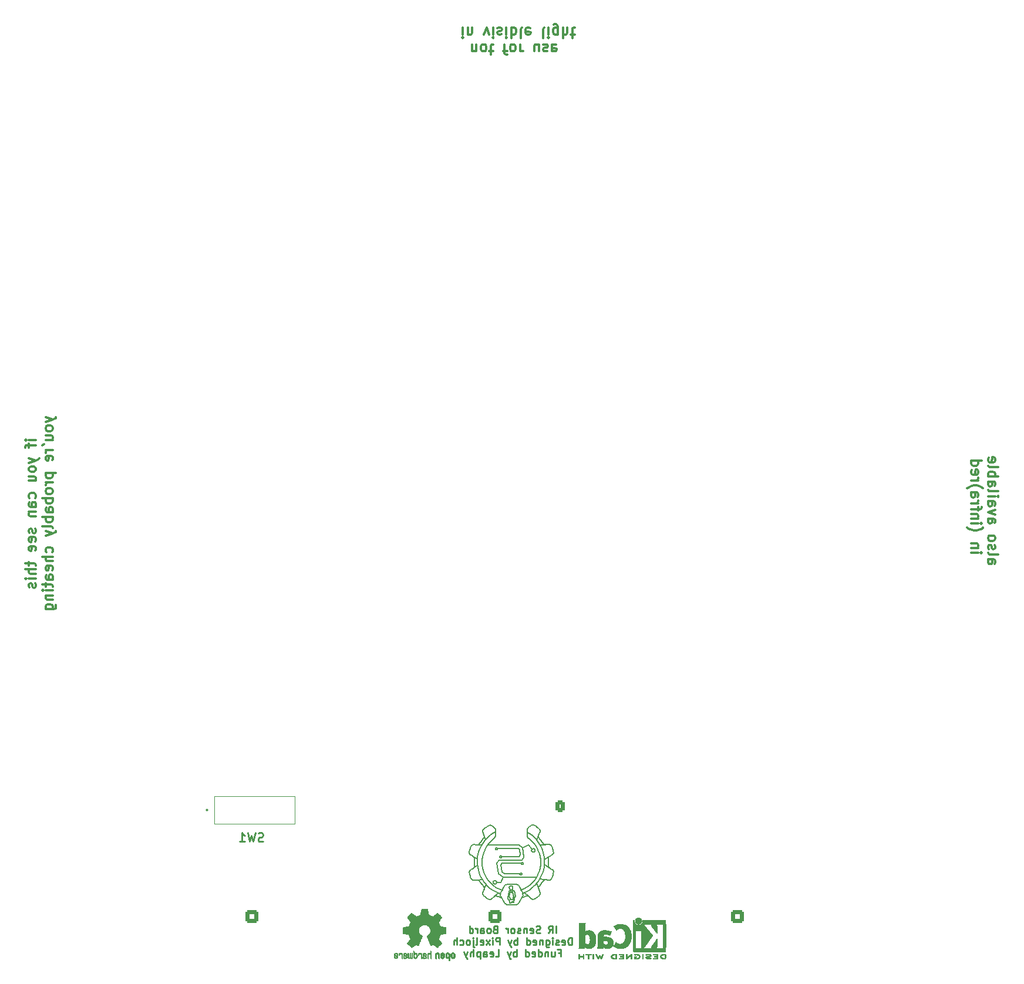
<source format=gbo>
G04 #@! TF.GenerationSoftware,KiCad,Pcbnew,6.0.2-378541a8eb~116~ubuntu20.04.1*
G04 #@! TF.CreationDate,2022-02-16T22:28:01+01:00*
G04 #@! TF.ProjectId,IR_Board,49525f42-6f61-4726-942e-6b696361645f,rev?*
G04 #@! TF.SameCoordinates,Original*
G04 #@! TF.FileFunction,Legend,Bot*
G04 #@! TF.FilePolarity,Positive*
%FSLAX46Y46*%
G04 Gerber Fmt 4.6, Leading zero omitted, Abs format (unit mm)*
G04 Created by KiCad (PCBNEW 6.0.2-378541a8eb~116~ubuntu20.04.1) date 2022-02-16 22:28:01*
%MOMM*%
%LPD*%
G01*
G04 APERTURE LIST*
G04 Aperture macros list*
%AMRoundRect*
0 Rectangle with rounded corners*
0 $1 Rounding radius*
0 $2 $3 $4 $5 $6 $7 $8 $9 X,Y pos of 4 corners*
0 Add a 4 corners polygon primitive as box body*
4,1,4,$2,$3,$4,$5,$6,$7,$8,$9,$2,$3,0*
0 Add four circle primitives for the rounded corners*
1,1,$1+$1,$2,$3*
1,1,$1+$1,$4,$5*
1,1,$1+$1,$6,$7*
1,1,$1+$1,$8,$9*
0 Add four rect primitives between the rounded corners*
20,1,$1+$1,$2,$3,$4,$5,0*
20,1,$1+$1,$4,$5,$6,$7,0*
20,1,$1+$1,$6,$7,$8,$9,0*
20,1,$1+$1,$8,$9,$2,$3,0*%
G04 Aperture macros list end*
%ADD10C,0.200000*%
%ADD11C,0.300000*%
%ADD12C,0.230000*%
%ADD13C,0.254000*%
%ADD14C,0.100000*%
%ADD15C,0.010000*%
%ADD16RoundRect,0.300000X0.350000X0.575000X-0.350000X0.575000X-0.350000X-0.575000X0.350000X-0.575000X0*%
%ADD17O,1.300000X1.750000*%
%ADD18RoundRect,0.300200X-0.778468X0.488332X-0.488332X-0.778468X0.778468X-0.488332X0.488332X0.778468X0*%
%ADD19C,1.900000*%
%ADD20RoundRect,0.300200X-0.488332X0.778468X-0.778468X-0.488332X0.488332X-0.778468X0.778468X0.488332X0*%
%ADD21RoundRect,0.300200X-0.102435X0.913229X-0.913229X-0.102435X0.102435X-0.913229X0.913229X0.102435X0*%
%ADD22RoundRect,0.300200X0.303728X0.867312X-0.867312X0.303728X-0.303728X-0.867312X0.867312X-0.303728X0*%
%ADD23RoundRect,0.300200X0.867312X0.303728X-0.303728X0.867312X-0.867312X-0.303728X0.303728X-0.867312X0*%
%ADD24RoundRect,0.300200X0.913229X-0.102435X0.102435X0.913229X-0.913229X0.102435X-0.102435X-0.913229X0*%
%ADD25RoundRect,0.300200X0.778468X-0.488332X0.488332X0.778468X-0.778468X0.488332X-0.488332X-0.778468X0*%
%ADD26RoundRect,0.300200X0.488332X-0.778468X0.778468X0.488332X-0.488332X0.778468X-0.778468X-0.488332X0*%
%ADD27RoundRect,0.300200X0.102435X-0.913229X0.913229X0.102435X-0.102435X0.913229X-0.913229X-0.102435X0*%
%ADD28RoundRect,0.300200X-0.649800X-0.649800X0.649800X-0.649800X0.649800X0.649800X-0.649800X0.649800X0*%
%ADD29RoundRect,0.300200X-0.913229X0.102435X-0.102435X-0.913229X0.913229X-0.102435X0.102435X0.913229X0*%
%ADD30RoundRect,0.300200X0.649800X0.649800X-0.649800X0.649800X-0.649800X-0.649800X0.649800X-0.649800X0*%
%ADD31C,4.400000*%
%ADD32C,1.600000*%
G04 APERTURE END LIST*
D10*
X155830660Y-156977804D02*
X155705464Y-157323368D01*
X148998832Y-153617120D02*
X148998832Y-153617120D01*
X154197016Y-152468036D02*
X154252732Y-152521748D01*
X151226836Y-161350136D02*
X151223116Y-161343164D01*
X154242580Y-153947000D02*
X154215568Y-153875912D01*
X156635752Y-156245180D02*
X156623248Y-156222332D01*
X155218036Y-153948944D02*
X155355016Y-154336388D01*
X145257112Y-154328960D02*
X145248472Y-154306568D01*
X151805152Y-160073828D02*
X151822852Y-160155404D01*
X153027148Y-160008644D02*
X152941936Y-160041596D01*
X151177480Y-159669404D02*
X151179232Y-159678968D01*
X148636204Y-158461784D02*
X148636204Y-158461784D01*
X157270000Y-157430264D02*
X157307812Y-157309628D01*
X154583800Y-154046996D02*
X154512760Y-154074020D01*
X145990912Y-156206252D02*
X145998352Y-156118748D01*
X151241344Y-161349596D02*
X151226836Y-161350136D01*
X152604568Y-154468352D02*
X152475532Y-153736388D01*
X145562872Y-157993616D02*
X145475632Y-157840232D01*
X151407748Y-161222000D02*
X151381780Y-161228972D01*
X152886136Y-155858984D02*
X152871748Y-155860412D01*
X156021436Y-152976500D02*
X155997844Y-152965364D01*
X156879820Y-154626500D02*
X156994144Y-154560080D01*
X151528444Y-159591536D02*
X151551628Y-159624932D01*
X152498512Y-157235612D02*
X152498512Y-157235612D01*
X152516020Y-157292120D02*
X152500000Y-157250000D01*
X151325920Y-159839060D02*
X151386016Y-159837044D01*
X145340872Y-153641936D02*
X145353592Y-153601748D01*
X156600652Y-155538416D02*
X156599812Y-155512100D01*
X151440232Y-161348048D02*
X151438216Y-161340944D01*
X152776960Y-155826032D02*
X152740432Y-155782172D01*
X152728852Y-155666732D02*
X152755864Y-155616404D01*
X149851768Y-154646036D02*
X149888344Y-154689968D01*
X146679832Y-152895836D02*
X146747992Y-152808332D01*
X149295376Y-153587228D02*
X149296816Y-153601628D01*
X155211400Y-159250580D02*
X155214712Y-159224804D01*
X150969736Y-159654488D02*
X150981844Y-159641468D01*
X151279696Y-159562304D02*
X151305352Y-159562304D01*
X153558868Y-150895796D02*
X153556060Y-150967796D01*
X155027932Y-160582280D02*
X155129368Y-160506836D01*
X154715764Y-153825512D02*
X154703452Y-153900512D01*
X151250848Y-158939516D02*
X151164268Y-158952080D01*
X147161152Y-160052732D02*
X147182872Y-159944660D01*
X152500000Y-157250000D02*
X152498512Y-157235612D01*
X151381780Y-161228972D02*
X151360300Y-161244332D01*
X157340560Y-154266860D02*
X157353652Y-154232216D01*
X150967780Y-160459112D02*
X150967204Y-160476428D01*
X147208912Y-158936912D02*
X147139072Y-158842772D01*
X152260348Y-158843684D02*
X152201632Y-158833268D01*
X153709252Y-160434116D02*
X153808528Y-160496552D01*
X153557500Y-160403048D02*
X153597196Y-160396868D01*
X151592920Y-160360544D02*
X151571884Y-160258604D01*
X147239152Y-160284428D02*
X147178192Y-160186004D01*
X148960684Y-151896236D02*
X148914844Y-151975436D01*
X151866928Y-160359248D02*
X151889980Y-160465880D01*
X151619860Y-161267960D02*
X151605664Y-161316332D01*
X147379312Y-157163144D02*
X147555112Y-157538348D01*
X150928264Y-159894404D02*
X150943300Y-159790688D01*
X149132164Y-153453896D02*
X149146612Y-153452396D01*
X151838032Y-160532420D02*
X151793632Y-160544528D01*
X151149412Y-159649928D02*
X151158016Y-159649928D01*
X150454360Y-161551568D02*
X150526048Y-161581388D01*
X147386752Y-159201944D02*
X147341392Y-159126680D01*
X154474168Y-159091328D02*
X154199284Y-159324668D01*
X150981712Y-160385420D02*
X150977860Y-160402532D01*
X157332100Y-154289252D02*
X157340560Y-154266860D01*
X156002212Y-156253052D02*
X155929948Y-156620636D01*
X146387512Y-155117444D02*
X145783192Y-154707488D01*
X153559960Y-150869156D02*
X153559960Y-150869156D01*
X151445116Y-159669404D02*
X151446232Y-159660344D01*
X147363112Y-151935956D02*
X147381112Y-151899956D01*
X147182872Y-159944660D02*
X147224392Y-159829160D01*
X154574752Y-152871860D02*
X154827868Y-153213728D01*
X148726960Y-159654752D02*
X148410676Y-159444596D01*
X155582428Y-158678900D02*
X155598448Y-158658068D01*
X153583600Y-151787156D02*
X153613036Y-151881236D01*
X153537052Y-159152216D02*
X153117388Y-159381836D01*
X145853032Y-152997788D02*
X145975672Y-153001568D01*
X145996792Y-155573768D02*
X145996792Y-155573696D01*
X156474880Y-152980088D02*
X156343504Y-152994464D01*
X148786060Y-152101076D02*
X148711984Y-152169956D01*
X145256512Y-157170248D02*
X145235152Y-156995180D01*
X146391112Y-155883404D02*
X146374432Y-155580920D01*
X147359272Y-160413536D02*
X147239152Y-160284428D01*
X151265836Y-159825584D02*
X151325920Y-159839060D01*
X151048516Y-160696028D02*
X151088680Y-160781636D01*
X147019672Y-158686712D02*
X147019672Y-158686712D01*
X154823452Y-150382916D02*
X154667068Y-150285476D01*
X148890112Y-158178764D02*
X148966552Y-158191268D01*
X154250920Y-150210236D02*
X154128844Y-150262436D01*
X154393564Y-150186116D02*
X154356580Y-150188156D01*
X156907612Y-152997644D02*
X156836980Y-152974148D01*
X156599812Y-155512100D02*
X156597844Y-155442116D01*
X147249232Y-151429196D02*
X147196432Y-151309796D01*
X146944672Y-152533532D02*
X146984272Y-152475788D01*
X149296816Y-153601628D02*
X149289520Y-153646100D01*
X151143676Y-161445380D02*
X151115236Y-161434184D01*
X151614916Y-159636848D02*
X151654948Y-159632216D01*
X154222984Y-153752288D02*
X154268560Y-153667388D01*
X154107232Y-151543796D02*
X154363036Y-151739276D01*
X155986396Y-152959904D02*
X155957680Y-152931632D01*
X149875336Y-154724804D02*
X152393368Y-154724804D01*
X147063832Y-155570564D02*
X147084592Y-155976428D01*
X148976044Y-150777956D02*
X149004436Y-150856796D01*
X155975068Y-158149868D02*
X156003580Y-158121488D01*
X151068100Y-159921104D02*
X151056448Y-159928904D01*
X153863680Y-152153156D02*
X153948964Y-152232716D01*
X151293820Y-158939516D02*
X151279696Y-158939516D01*
X151793632Y-160544528D02*
X151772080Y-160555088D01*
X148112044Y-159211196D02*
X147832504Y-158955800D01*
X148205536Y-150208316D02*
X148232236Y-150209516D01*
X156038476Y-158104688D02*
X156116152Y-158085728D01*
X147350032Y-151668356D02*
X147303592Y-151549676D01*
X154037836Y-152316476D02*
X154122916Y-152397272D01*
X151250848Y-159562304D02*
X151279696Y-159562304D01*
X151206652Y-159800780D02*
X151220968Y-159807884D01*
X155465632Y-160025384D02*
X155443228Y-159917444D01*
X152931784Y-160192448D02*
X152958604Y-160065620D01*
X156944464Y-158064380D02*
X156975460Y-158044064D01*
X153907552Y-159537428D02*
X153600004Y-159728648D01*
X155187184Y-151835876D02*
X155193160Y-151756196D01*
X153552616Y-151072916D02*
X153549544Y-151198916D01*
X157362184Y-154116860D02*
X157340836Y-153941804D01*
X151054096Y-159635348D02*
X151078000Y-159637628D01*
X156216352Y-153002012D02*
X156099220Y-152994920D01*
X151488868Y-159211388D02*
X151488868Y-159177932D01*
X145914472Y-156341084D02*
X145966192Y-156280136D01*
X155341012Y-159008264D02*
X155410744Y-158909696D01*
X151479436Y-161362628D02*
X151465564Y-161365100D01*
X151046104Y-159635348D02*
X151054096Y-159635348D01*
X152617444Y-157073828D02*
X152631844Y-157072400D01*
X148477864Y-151454276D02*
X148758604Y-151275236D01*
X148410676Y-159444596D02*
X148112044Y-159211196D01*
X145475632Y-157840232D02*
X145406392Y-157669400D01*
X151597132Y-160470968D02*
X151602016Y-160435688D01*
X149004700Y-153558200D02*
X149031712Y-153507884D01*
X156595444Y-155104172D02*
X156599104Y-154993352D01*
X148091020Y-160899548D02*
X147930280Y-160826684D01*
X156958864Y-153030728D02*
X156927736Y-153010688D01*
X150861196Y-160452800D02*
X150868036Y-160420112D01*
X151360300Y-161244332D02*
X151341088Y-161265296D01*
X151027144Y-159634304D02*
X151041412Y-159635348D01*
X145819072Y-154731704D02*
X145711672Y-154663088D01*
X146622352Y-152962232D02*
X146679832Y-152895836D01*
X151118104Y-159924596D02*
X151091728Y-159920564D01*
X147168472Y-160150316D02*
X147162232Y-160127144D01*
X155279368Y-159100520D02*
X155341012Y-159008264D01*
X149145760Y-158410412D02*
X149148316Y-158435144D01*
X148711984Y-152169956D02*
X148627216Y-152249996D01*
X153622336Y-151241756D02*
X153835876Y-151365116D01*
X155389396Y-160257884D02*
X155449420Y-160158788D01*
X152497084Y-157221152D02*
X152504368Y-157176680D01*
X147154192Y-151194596D02*
X147131752Y-151086596D01*
X151008400Y-160610420D02*
X151048516Y-160696028D01*
X153047260Y-160559768D02*
X153141484Y-160527020D01*
X149241412Y-153486716D02*
X149277928Y-153530660D01*
X155216344Y-159212168D02*
X155234380Y-159176168D01*
X149011396Y-150982436D02*
X149015500Y-151087556D01*
X149904304Y-154732100D02*
X149905732Y-154746548D01*
X151518628Y-161358068D02*
X151492648Y-161362628D01*
X150376048Y-161541212D02*
X150395644Y-161541212D01*
X148646236Y-158360552D02*
X148692712Y-158274080D01*
X152724412Y-155740028D02*
X152722912Y-155725652D01*
X149000260Y-153631520D02*
X148998832Y-153617120D01*
X156597844Y-155442116D02*
X156595828Y-155341928D01*
X151720384Y-159685016D02*
X151743436Y-159790496D01*
X151010104Y-159066728D02*
X150987700Y-159150128D01*
X155247400Y-159443816D02*
X155217964Y-159330272D01*
X152755864Y-155616404D02*
X152799748Y-155579816D01*
X155598448Y-158658068D02*
X155598448Y-158658068D01*
X148891936Y-158693348D02*
X148815496Y-158680844D01*
X154215568Y-153875912D02*
X154213096Y-153851636D01*
X145300552Y-154389452D02*
X145257112Y-154328960D01*
X145308232Y-156761984D02*
X145389352Y-156687296D01*
X151382236Y-158952080D02*
X151336204Y-158942588D01*
X147139072Y-158842772D02*
X147078472Y-158762888D01*
X145389352Y-156687296D02*
X145490752Y-156618296D01*
X154199284Y-159324668D02*
X153907552Y-159537428D01*
X153557752Y-151644956D02*
X153561196Y-151666436D01*
X151449220Y-159711332D02*
X151443364Y-159679364D01*
X156623248Y-156222332D02*
X156617200Y-156211196D01*
X146576032Y-158135552D02*
X146498152Y-158117120D01*
X149289520Y-153646100D02*
X149262496Y-153696416D01*
X154959628Y-160631564D02*
X154993504Y-160606628D01*
X151551628Y-159624932D02*
X151577620Y-159640160D01*
X147930280Y-160826684D02*
X147773896Y-160729160D01*
X151454812Y-160944200D02*
X151460344Y-160944200D01*
X152965504Y-155595248D02*
X153002080Y-155639180D01*
X145490752Y-156618296D02*
X145603312Y-156552020D01*
X154657876Y-153985412D02*
X154583800Y-154046996D01*
X155758864Y-152681696D02*
X155690236Y-152586584D01*
X149089588Y-158436068D02*
X149757496Y-158436068D01*
X146374552Y-156006188D02*
X145750192Y-156465680D01*
X151712704Y-159649928D02*
X151720384Y-159685016D01*
X156061396Y-155403512D02*
X156061396Y-155491088D01*
X149769016Y-160132172D02*
X149677480Y-160102736D01*
X153658084Y-150650996D02*
X153590044Y-150763076D01*
X156610552Y-156171416D02*
X156602476Y-156083852D01*
X151007944Y-160246148D02*
X150990052Y-160346552D01*
X145999672Y-155669984D02*
X145997752Y-155600000D01*
X153251896Y-160489904D02*
X153366280Y-160453520D01*
X146984272Y-152475788D02*
X146998912Y-152454032D01*
X152721484Y-155711204D02*
X152728852Y-155666732D01*
X150792784Y-160707884D02*
X150766348Y-160611644D01*
X154005868Y-160664960D02*
X154103644Y-160751504D01*
X149677012Y-160603964D02*
X149677012Y-160603964D01*
X146964832Y-158607416D02*
X146906992Y-158525444D01*
X151488868Y-159177932D02*
X151488868Y-159162764D01*
X150976252Y-160514588D02*
X151008400Y-160610420D01*
X155267584Y-151523516D02*
X155321032Y-151402676D01*
X150454360Y-158833268D02*
X150395644Y-158843684D01*
X149019664Y-160414136D02*
X148994080Y-160418888D01*
X154438036Y-153576296D02*
X154462384Y-153573836D01*
X153712828Y-152018156D02*
X153732616Y-152034956D01*
X149218636Y-153732932D02*
X149176504Y-153748952D01*
X154367920Y-160902728D02*
X154391860Y-160903904D01*
X152827276Y-155853044D02*
X152776960Y-155826032D01*
X145717552Y-156485612D02*
X145824472Y-156416264D01*
X149147668Y-153751880D02*
X149103196Y-153744596D01*
X148907236Y-150666356D02*
X148976044Y-150777956D01*
X149883400Y-160665620D02*
X149817196Y-160645388D01*
X147501832Y-152344136D02*
X147722200Y-152097356D01*
X146582392Y-152996216D02*
X146593912Y-152990684D01*
X146001712Y-155770184D02*
X145999672Y-155669984D01*
X147341392Y-159126680D02*
X147279112Y-159034964D01*
X147335872Y-158384180D02*
X147121312Y-158070632D01*
X148815496Y-158680844D02*
X148729048Y-158634368D01*
X150793744Y-160512368D02*
X150829564Y-160479368D01*
X155540044Y-158734700D02*
X155582428Y-158678900D01*
X148633732Y-158436980D02*
X148646236Y-158360552D01*
X151173112Y-159651944D02*
X151176244Y-159665036D01*
X149117788Y-153455336D02*
X149132164Y-153453896D01*
X151226560Y-161349728D02*
X151226116Y-161352932D01*
X151497604Y-159936380D02*
X151490296Y-159920960D01*
X147326872Y-150723836D02*
X147467992Y-150605276D01*
X148666276Y-158558912D02*
X148638748Y-158486516D01*
X148295380Y-152570972D02*
X148293880Y-152571800D01*
X146481352Y-153026432D02*
X146558992Y-153007484D01*
X151479496Y-159311852D02*
X151488868Y-159211388D01*
X151220968Y-159807884D02*
X151265836Y-159825584D01*
X151225780Y-161339852D02*
X151226560Y-161349728D01*
X153999484Y-150338636D02*
X153871816Y-150432716D01*
X152844400Y-160625444D02*
X152891476Y-160611452D01*
X151160488Y-159649928D02*
X151167916Y-159648188D01*
X151440232Y-161226428D02*
X151432504Y-161224088D01*
X148706644Y-158910212D02*
X149121616Y-159200912D01*
X148625128Y-160682552D02*
X148527928Y-160769720D01*
X153635296Y-160403768D02*
X153709252Y-160434116D01*
X149176504Y-153748952D02*
X149162044Y-153750452D01*
X152957104Y-160592048D02*
X152981716Y-160583132D01*
X147144112Y-156379160D02*
X147242392Y-156775712D01*
X148865296Y-158181320D02*
X148890112Y-158178764D01*
X153552676Y-151579436D02*
X153557752Y-151644956D01*
X151148248Y-160963664D02*
X151171360Y-160963664D01*
X151055800Y-159932168D02*
X151048636Y-159964652D01*
X151506184Y-159558068D02*
X151528444Y-159591536D01*
X145622032Y-153067964D02*
X145652992Y-153047720D01*
X156618952Y-154854944D02*
X156631312Y-154831964D01*
X151598380Y-161333468D02*
X151595896Y-161333468D01*
X155382100Y-157975388D02*
X155186068Y-158279552D01*
X155238100Y-150698516D02*
X155096164Y-150581036D01*
X152841868Y-155563868D02*
X152856244Y-155562428D01*
X151595896Y-161333468D02*
X151587964Y-161333468D01*
X151301368Y-161312564D02*
X151276504Y-161333204D01*
X146387032Y-155125004D02*
X146423992Y-154776752D01*
X151475536Y-159898700D02*
X151458988Y-159880916D01*
X148998832Y-153617120D02*
X148997404Y-153602660D01*
X151452352Y-159812300D02*
X151468360Y-159789788D01*
X151458988Y-159880916D02*
X151448632Y-159873764D01*
X154827868Y-153213728D02*
X155042320Y-153573764D01*
X152129884Y-161581388D02*
X152201632Y-161551568D01*
X145669672Y-158101436D02*
X145638592Y-158081312D01*
X149143300Y-158385620D02*
X149145760Y-158410412D01*
X155777932Y-158400920D02*
X155849488Y-158303768D01*
X155899744Y-152865548D02*
X155831068Y-152778452D01*
X146887432Y-152615816D02*
X146944672Y-152533532D01*
X155221876Y-151642436D02*
X155267584Y-151523516D01*
X147386032Y-151861556D02*
X147379552Y-151781876D01*
X156683020Y-154771028D02*
X156773044Y-154695836D01*
X154968688Y-158567696D02*
X154731004Y-158838668D01*
X151546612Y-160937888D02*
X151547260Y-160934432D01*
X153562120Y-150842156D02*
X153559960Y-150869156D01*
X151336204Y-158942588D02*
X151293820Y-158939516D01*
X152813932Y-160634504D02*
X152819020Y-160632932D01*
X156853912Y-158101496D02*
X156924412Y-158077532D01*
X157243684Y-153602732D02*
X157231252Y-153562496D01*
X145909552Y-154806248D02*
X145819072Y-154731704D01*
X148264648Y-160922720D02*
X148240636Y-160924016D01*
X152953780Y-160593032D02*
X152957104Y-160592048D01*
X155561404Y-152404616D02*
X155518744Y-152349152D01*
X150829564Y-160479368D02*
X150853384Y-160459496D01*
X155794396Y-153824420D02*
X155889268Y-154139588D01*
X154304164Y-154021100D02*
X154242580Y-153947000D01*
X154949344Y-158591264D02*
X155266216Y-159495380D01*
X152029816Y-158710616D02*
X152020048Y-158693684D01*
X156617200Y-156211196D02*
X156610552Y-156171416D01*
X145996792Y-155573696D02*
X145996792Y-155573696D01*
X147279112Y-159034964D02*
X147208912Y-158936912D01*
X155436268Y-151059356D02*
X155435236Y-150984956D01*
X151535812Y-160074800D02*
X151508728Y-159974864D01*
X152531380Y-157126364D02*
X152575336Y-157089788D01*
X147410152Y-159276236D02*
X147406552Y-159250448D01*
X152575336Y-157089788D02*
X152617444Y-157073828D01*
X156491800Y-158097980D02*
X156621820Y-158110544D01*
X154537384Y-153586136D02*
X154622260Y-153631700D01*
X156061396Y-155491088D02*
X156061396Y-155587304D01*
X154282876Y-152551232D02*
X154359700Y-152627468D01*
X154464136Y-154078904D02*
X154389136Y-154066664D01*
X155443228Y-159917444D02*
X155400976Y-159802280D01*
X154275460Y-152543744D02*
X154282876Y-152551232D01*
X151602016Y-160400384D02*
X151600780Y-160394336D01*
X152795716Y-155234300D02*
X153108868Y-154854032D01*
X147381112Y-151899956D02*
X147382672Y-151887476D01*
X151465564Y-161365100D02*
X151453060Y-161368100D01*
X148636204Y-158461784D02*
X148633732Y-158436980D01*
X155256004Y-151985396D02*
X155210620Y-151910156D01*
X155512828Y-155135684D02*
X155533600Y-155541536D01*
X156050464Y-155141012D02*
X156061396Y-155403512D01*
X150587764Y-158756252D02*
X150526048Y-158803448D01*
X149907232Y-154760936D02*
X149899936Y-154805396D01*
X156631312Y-154831964D02*
X156683020Y-154771028D01*
X154428784Y-160905668D02*
X154541152Y-160878044D01*
X156836980Y-152974148D02*
X156727420Y-152962100D01*
X151571884Y-160258604D02*
X151555216Y-160166264D01*
X146998912Y-152454032D02*
X146998912Y-152454032D01*
X147004792Y-158664968D02*
X146964832Y-158607416D01*
X149888344Y-154689968D02*
X149904304Y-154732100D01*
X150766348Y-160611644D02*
X150759052Y-160579304D01*
X147329872Y-159588596D02*
X147375472Y-159469712D01*
X153472264Y-160422920D02*
X153557500Y-160403048D01*
X155392960Y-152944532D02*
X155545768Y-153226160D01*
X151541800Y-161348048D02*
X151518628Y-161358068D01*
X147196432Y-151309796D02*
X147154192Y-151194596D01*
X151171360Y-160963664D02*
X151240696Y-160960616D01*
X149899936Y-154805396D02*
X149872912Y-154855736D01*
X148314460Y-158560928D02*
X148407496Y-158653316D01*
X156602476Y-156083852D02*
X156598180Y-155972984D01*
X149014264Y-151659476D02*
X149010952Y-151681076D01*
X148563676Y-150356396D02*
X148692004Y-150449636D01*
X147539032Y-152300036D02*
X147329872Y-151613276D01*
X155690236Y-152586584D02*
X155632432Y-152504612D01*
X150853384Y-160459496D02*
X150861196Y-160452800D01*
X154710880Y-153776888D02*
X154713280Y-153801236D01*
X149686012Y-154630604D02*
X149728132Y-154614644D01*
X156600652Y-155538416D02*
X156600652Y-155538416D01*
X156595828Y-155341928D02*
X156594664Y-155224796D01*
X156621820Y-158110544D02*
X156744400Y-158114252D01*
X157352212Y-157130804D02*
X157371880Y-156955400D01*
X151711600Y-160846928D02*
X151684444Y-160977728D01*
X151276504Y-161333204D02*
X151253716Y-161345504D01*
X146567872Y-154104488D02*
X146673352Y-153782216D01*
X151059448Y-161373500D02*
X151048384Y-161351036D01*
X151164268Y-158952080D02*
X151071676Y-158993036D01*
X152647336Y-157370384D02*
X152602864Y-157363016D01*
X156594664Y-155224796D02*
X156595444Y-155104172D01*
X148758604Y-151275236D02*
X148977688Y-151152716D01*
X146558992Y-153007484D02*
X146582392Y-152996216D01*
X153141484Y-160527020D02*
X153251896Y-160489904D01*
X151482304Y-159542900D02*
X151506184Y-159558068D01*
X151547260Y-160934432D02*
X151555936Y-160901300D01*
X146838472Y-158430404D02*
X146766232Y-158333600D01*
X145353592Y-153601748D02*
X145393672Y-153481760D01*
X146423992Y-154776752D02*
X146484472Y-154436336D01*
X151164268Y-159526820D02*
X151250848Y-159562304D01*
X151198696Y-159797468D02*
X151206652Y-159800780D01*
X150635884Y-158693684D02*
X150626116Y-158710616D01*
X146906992Y-158525444D02*
X146838472Y-158430404D01*
X147242392Y-156775712D02*
X147379312Y-157163144D01*
X154213096Y-153851636D02*
X154210684Y-153827288D01*
X146610952Y-158152148D02*
X146599432Y-158146748D01*
X147637072Y-160630796D02*
X147602872Y-160606244D01*
X149004436Y-150856796D02*
X149006716Y-150883796D01*
X145327312Y-153681764D02*
X145340872Y-153641936D01*
X157135744Y-157801568D02*
X157203712Y-157630268D01*
X151771096Y-160559828D02*
X151763476Y-160596344D01*
X156343504Y-152994464D02*
X156216352Y-153002012D01*
X148768168Y-158211332D02*
X148840564Y-158183780D01*
X150261136Y-157220636D02*
X149938864Y-156946688D01*
X146253952Y-158117588D02*
X146122432Y-158131964D01*
X149828980Y-154892252D02*
X149786848Y-154908260D01*
X149264512Y-160467248D02*
X149157748Y-160437104D01*
X155705464Y-157323368D02*
X155555596Y-157656248D01*
X147670792Y-160655912D02*
X147637072Y-160630796D01*
X152279884Y-158843684D02*
X152260348Y-158843684D01*
X151573960Y-160609436D02*
X151588036Y-160509572D01*
X149022196Y-151478876D02*
X149018884Y-151594076D01*
X149052796Y-153717584D02*
X149016280Y-153673628D01*
X152799748Y-155579816D02*
X152841868Y-155563868D01*
X157340236Y-156783068D02*
X157296880Y-156722588D01*
X155293888Y-159562364D02*
X155247400Y-159443816D01*
X151341088Y-161265296D02*
X151322128Y-161288996D01*
X145998952Y-155477348D02*
X146000392Y-155377016D01*
X149121616Y-159200912D02*
X149561596Y-159433328D01*
X151088680Y-160781636D02*
X151120828Y-160877528D01*
X153590044Y-150763076D02*
X153562120Y-150842156D01*
X148722976Y-160593620D02*
X148625128Y-160682552D01*
X153117388Y-159381836D02*
X152791084Y-159522128D01*
X148994080Y-160418888D02*
X148920316Y-160449728D01*
X146998912Y-152453960D02*
X147014992Y-152433068D01*
X155428912Y-150961796D02*
X155419216Y-150926156D01*
X150626116Y-161674220D02*
X150635884Y-161691212D01*
X149157748Y-160437104D02*
X149072020Y-160417700D01*
X145986832Y-154940612D02*
X145980232Y-154900916D01*
X154296820Y-153638732D02*
X153737836Y-153079688D01*
X145824472Y-156416264D02*
X145914472Y-156341084D01*
X145366192Y-157549544D02*
X145353592Y-157509368D01*
X152915176Y-155568236D02*
X152965504Y-155595248D01*
X145603312Y-156552020D02*
X145717552Y-156485612D01*
X155479948Y-158815028D02*
X155540044Y-158734700D01*
X151492648Y-161362628D02*
X151483984Y-161362628D01*
X148916668Y-158690888D02*
X148891936Y-158693348D01*
X147131752Y-151086596D02*
X147132352Y-151012196D01*
X152870716Y-155560928D02*
X152915176Y-155568236D01*
X146639632Y-158180396D02*
X146610952Y-158152148D01*
X157034512Y-153118484D02*
X156958864Y-153030728D01*
X152676184Y-157367444D02*
X152661712Y-157368944D01*
X151386016Y-159837044D02*
X151431652Y-159822980D01*
X147019672Y-158686712D02*
X147004792Y-158664968D01*
X152393368Y-154724804D02*
X152604568Y-154468352D01*
X155917516Y-158216264D02*
X155975068Y-158149868D01*
X155373112Y-151282916D02*
X155414584Y-151167476D01*
X147602872Y-160606244D02*
X147501232Y-160531112D01*
X148407496Y-158653316D02*
X148706644Y-158910212D01*
X151071676Y-159435800D02*
X151164268Y-159526820D01*
X152971948Y-160342448D02*
X152958604Y-160319204D01*
X150937768Y-161033000D02*
X150900784Y-160961204D01*
X156975460Y-158044064D02*
X157050196Y-157955732D01*
X155613220Y-158636264D02*
X155652736Y-158578520D01*
X155318164Y-152077196D02*
X155256004Y-151985396D01*
X148335616Y-160900136D02*
X148264648Y-160922720D01*
X151048636Y-159964652D02*
X151030732Y-160062944D01*
X146747992Y-152808332D02*
X146819512Y-152711204D01*
X147404872Y-159237884D02*
X147386752Y-159201944D01*
X151508728Y-159974864D02*
X151498636Y-159941864D01*
X157348828Y-156805460D02*
X157340236Y-156783068D01*
X152068228Y-158756252D02*
X152029816Y-158710616D01*
X151572016Y-160799348D02*
X151573444Y-160703900D01*
X155831068Y-152778452D02*
X155758864Y-152681696D01*
X154389136Y-154066664D02*
X154304164Y-154021100D01*
X149677480Y-160102736D02*
X149407504Y-159999800D01*
X151138552Y-159927284D02*
X151133464Y-159927284D01*
X156598444Y-155634704D02*
X156600004Y-155564720D01*
X149905420Y-160672520D02*
X149883400Y-160665620D01*
X152795044Y-157205732D02*
X152796544Y-157220120D01*
X152819020Y-160632932D02*
X152844400Y-160625444D01*
X146931112Y-157740296D02*
X146766592Y-157394600D01*
X153737836Y-153079688D02*
X152868364Y-153490100D01*
X151128784Y-160910144D02*
X151130020Y-160917452D01*
X145994872Y-155028188D02*
X145986832Y-154940612D01*
X151453000Y-161279888D02*
X151457368Y-161246744D01*
X148022668Y-158240228D02*
X148237696Y-158484632D01*
X149491144Y-160539716D02*
X149379820Y-160503116D01*
X150909628Y-160132544D02*
X150914716Y-160056188D01*
X154982296Y-152357420D02*
X155206384Y-151694156D01*
X147318112Y-152011556D02*
X147363112Y-151935956D01*
X149015500Y-151087556D02*
X149019460Y-151213436D01*
X146673352Y-153782216D02*
X146799832Y-153470312D01*
X151555216Y-160166264D02*
X151535812Y-160074800D01*
X153163288Y-159949736D02*
X153828916Y-160511984D01*
X151600780Y-160394336D02*
X151592920Y-160360544D01*
X157353652Y-154232216D02*
X157362184Y-154116860D01*
X145673152Y-153034496D02*
X145743592Y-153010544D01*
X151586200Y-159640160D02*
X151593436Y-159640160D01*
X148977688Y-151152716D02*
X149052352Y-151115396D01*
X151466344Y-159025520D02*
X151446364Y-158993036D01*
X151010104Y-159311852D02*
X151071676Y-159435800D01*
X153613036Y-151881236D02*
X153659380Y-151960076D01*
X157000468Y-156514520D02*
X156885748Y-156448952D01*
X150981844Y-159641468D02*
X151003576Y-159634700D01*
X151443364Y-159679364D02*
X151445116Y-159669404D01*
X153933928Y-158871680D02*
X153537052Y-159152216D01*
X150968236Y-159659636D02*
X150969736Y-159654488D01*
X148941484Y-158688344D02*
X148916668Y-158690888D01*
X155458864Y-156350588D02*
X155363284Y-156747848D01*
X156599104Y-154993352D02*
X156606580Y-154905848D01*
X145393672Y-153481760D02*
X145461712Y-153310412D01*
X152718304Y-157351436D02*
X152676184Y-157367444D01*
X156099220Y-152994920D02*
X156021436Y-152976500D01*
X155555596Y-157656248D02*
X155382100Y-157975388D01*
X154122916Y-152397272D02*
X154197016Y-152468036D01*
X151178848Y-159777464D02*
X151198696Y-159797468D01*
X157257028Y-153642704D02*
X157243684Y-153602732D01*
X152966284Y-154045388D02*
X152868364Y-153490100D01*
X149059696Y-159840236D02*
X148726960Y-159654752D01*
X149293948Y-153572780D02*
X149295376Y-153587228D01*
X151573444Y-160703900D02*
X151573960Y-160609436D01*
X152986660Y-155804948D02*
X152942716Y-155841464D01*
X149683936Y-160042448D02*
X149697328Y-160065620D01*
X157231252Y-153562496D02*
X157190884Y-153442628D01*
X145966192Y-156280136D02*
X145978552Y-156257216D01*
X148627216Y-152249996D02*
X148538860Y-152334356D01*
X147014992Y-152433068D02*
X147057352Y-152377352D01*
X149053000Y-158237768D02*
X149115760Y-158313212D01*
X154541152Y-160878044D02*
X154701052Y-160803716D01*
X151533532Y-160946216D02*
X151546612Y-160937888D01*
X154379812Y-158463464D02*
X154303516Y-158540300D01*
X151463344Y-159753320D02*
X151449220Y-159711332D01*
X147573352Y-158679620D02*
X147335872Y-158384180D01*
X151279696Y-158939516D02*
X151250848Y-158939516D01*
X155957680Y-152931632D02*
X155899744Y-152865548D01*
X150395644Y-158843684D02*
X150376048Y-158843684D01*
X150919864Y-159979820D02*
X150928264Y-159894404D01*
X151440880Y-161352284D02*
X151440232Y-161348048D01*
X151445116Y-159815360D02*
X151452352Y-159812300D01*
X148240636Y-160924016D02*
X148203712Y-160926032D01*
X152020048Y-161691212D02*
X152029888Y-161674220D01*
X155449420Y-160158788D02*
X155458936Y-160123052D01*
X155963860Y-154464584D02*
X156017776Y-154798628D01*
X145248472Y-154306568D02*
X145235152Y-154271996D01*
X151322128Y-161288996D02*
X151301368Y-161312564D01*
X152631844Y-157072400D02*
X152646304Y-157070900D01*
X155032744Y-152419712D02*
X155221816Y-152675444D01*
X157307812Y-157309628D02*
X157352212Y-157130804D01*
X152279884Y-161541212D02*
X152971948Y-160342448D01*
X151659760Y-161094404D02*
X151638100Y-161192588D01*
X146599432Y-158146748D02*
X146576032Y-158135552D01*
X152129884Y-158803448D02*
X152068228Y-158756252D01*
X149663212Y-154876820D02*
X149626696Y-154832936D01*
X147234112Y-154364252D02*
X147138592Y-154761452D01*
X152498512Y-157235612D02*
X152497084Y-157221152D01*
X151225060Y-161360348D02*
X151215436Y-161381696D01*
X152201632Y-161551568D02*
X152260348Y-161541212D01*
X151171432Y-159646868D02*
X151173112Y-159651944D01*
X151457368Y-161246744D02*
X151445644Y-161228180D01*
X151038412Y-161310728D02*
X151010884Y-161214512D01*
X151100260Y-159642632D02*
X151123444Y-159647648D01*
X147035872Y-158707412D02*
X147019672Y-158686712D01*
X153556060Y-150967796D02*
X153552616Y-151072916D01*
X151842712Y-160247264D02*
X151866928Y-160359248D01*
X148827928Y-152063156D02*
X148786060Y-152101076D01*
X154593160Y-158217632D02*
X154379812Y-158463464D01*
X145302232Y-157348832D02*
X145256512Y-157170248D01*
X151303384Y-160953896D02*
X151365232Y-160947200D01*
X153808528Y-160496552D02*
X153907504Y-160576748D01*
X155469460Y-153079748D02*
X156215560Y-153010688D01*
X151498636Y-159941864D02*
X151497604Y-159936380D01*
X145484032Y-154532036D02*
X145382152Y-154463660D01*
X145289512Y-153802400D02*
X145327312Y-153681764D01*
X154960096Y-150481436D02*
X154926364Y-150456236D01*
X147541552Y-153599480D02*
X147368392Y-153975920D01*
X157208080Y-154424804D02*
X157289128Y-154350068D01*
X156017776Y-154798628D02*
X156050464Y-155141012D01*
X146766592Y-157394600D02*
X146628952Y-157034696D01*
X147896368Y-150308396D02*
X148056244Y-150233996D01*
X153597196Y-160396868D02*
X153609628Y-160399148D01*
X153559960Y-150869156D02*
X153558868Y-150895796D01*
X149728132Y-154614644D02*
X149742520Y-154613216D01*
X157340836Y-153941804D02*
X157295116Y-153763280D01*
X152602864Y-157363016D02*
X152552548Y-157336004D01*
X151654948Y-159632216D02*
X151692316Y-159633980D01*
X151446364Y-159435800D02*
X151479496Y-159311852D01*
X145406392Y-157669400D02*
X145366192Y-157549544D01*
X154488412Y-154076504D02*
X154464136Y-154078904D01*
X155577544Y-152425388D02*
X155577544Y-152425388D01*
X150626116Y-158710616D02*
X150587764Y-158756252D01*
X150766144Y-160547204D02*
X150793744Y-160512368D01*
X151056448Y-159928904D02*
X151055800Y-159932168D01*
X145711672Y-154663088D02*
X145596952Y-154597520D01*
X151115236Y-161434184D02*
X151083220Y-161407028D01*
X156003580Y-158121488D02*
X156014980Y-158116016D01*
X155096164Y-150581036D02*
X154994404Y-150505796D01*
X150900784Y-160961204D02*
X150864004Y-160889312D01*
X150587764Y-161628584D02*
X150626116Y-161674220D01*
X153002080Y-155639180D02*
X153018028Y-155681312D01*
X149089336Y-158598044D02*
X149013868Y-158660804D01*
X155545768Y-153226160D02*
X155679760Y-153519668D01*
X151897600Y-160501436D02*
X151898248Y-160505084D01*
X146799832Y-153470312D02*
X146946832Y-153169664D01*
X157106644Y-154493816D02*
X157208080Y-154424804D01*
X149758012Y-154911200D02*
X149713552Y-154903832D01*
X151195120Y-161411912D02*
X151172080Y-161435684D01*
X150987700Y-159211388D02*
X151010104Y-159311852D01*
X156061396Y-155587304D02*
X156046432Y-155876168D01*
X149697328Y-160065620D02*
X149724160Y-160192448D01*
X151486720Y-159117380D02*
X151479496Y-159066728D01*
X150759052Y-160579304D02*
X150759052Y-160579304D01*
X146381032Y-158110016D02*
X146253952Y-158117588D01*
X149022088Y-151347956D02*
X149022196Y-151478876D01*
X147769528Y-157898372D02*
X148022668Y-158240228D01*
X149742520Y-154613216D02*
X149756968Y-154611716D01*
X151600780Y-160394336D02*
X151600780Y-160394336D01*
X145382152Y-154463660D02*
X145300552Y-154389452D01*
X149018884Y-151594076D02*
X149014264Y-151659476D01*
X148861852Y-152033756D02*
X148842136Y-152050796D01*
X151352728Y-159882104D02*
X151290052Y-159900512D01*
X149032168Y-160411784D02*
X149019664Y-160414136D01*
X152971948Y-160042448D02*
X152279884Y-158843684D01*
X150914716Y-160056188D02*
X150919864Y-159979820D01*
X148203712Y-160926032D02*
X148091020Y-160899548D01*
X152740432Y-155782172D02*
X152724412Y-155740028D01*
X151454236Y-159591536D02*
X151462252Y-159557168D01*
X145975672Y-153001568D02*
X146105632Y-153014072D01*
X145961752Y-154866860D02*
X145909552Y-154806248D01*
X154103644Y-160751504D02*
X154200712Y-160826636D01*
X154303516Y-158540300D02*
X154216216Y-158628188D01*
X147501232Y-160531112D02*
X147359272Y-160413536D01*
X151474288Y-159542900D02*
X151482304Y-159542900D01*
X151587964Y-161333468D02*
X151564060Y-161338016D01*
X151462252Y-159557168D02*
X151471300Y-159542900D01*
X149379820Y-160503116D02*
X149264512Y-160467248D01*
X148920316Y-160449728D02*
X148821436Y-160512812D01*
X151483984Y-161362628D02*
X151479436Y-161362628D01*
X157296880Y-156722588D02*
X157215304Y-156648428D01*
X156924412Y-158077532D02*
X156944464Y-158064380D01*
X156612964Y-154866080D02*
X156618952Y-154854944D01*
X149724160Y-160192448D02*
X149697328Y-160319204D01*
X146766232Y-158333600D02*
X146697712Y-158246480D01*
X151588036Y-160509572D02*
X151595896Y-160477088D01*
X155652736Y-158578520D02*
X155710036Y-158496284D01*
X152690764Y-157078184D02*
X152741080Y-157105196D01*
X149135812Y-158511584D02*
X149089336Y-158598044D01*
X150987700Y-159177932D02*
X150987700Y-159211388D01*
X149677012Y-160603964D02*
X149677012Y-160603964D01*
X147740632Y-150407156D02*
X147896368Y-150308396D01*
X155221816Y-152675444D02*
X155392960Y-152944532D01*
X145997512Y-155547332D02*
X145998952Y-155477348D01*
X151446364Y-158993036D02*
X151418632Y-158968748D01*
X146374432Y-155391332D02*
X146387032Y-155125004D01*
X148914844Y-151975436D02*
X148861852Y-152033756D01*
X149801428Y-154619012D02*
X149851768Y-154646036D01*
X145869952Y-158149928D02*
X145760392Y-158137880D01*
X149434768Y-157171544D02*
X149163928Y-155635616D01*
X151046104Y-161343164D02*
X151038412Y-161310728D01*
X152762248Y-157314896D02*
X152718304Y-157351436D01*
X153948964Y-152232716D02*
X154037836Y-152316476D01*
X149163928Y-155635616D02*
X149494468Y-155234300D01*
X145997752Y-155600000D02*
X145996792Y-155573768D01*
X154843888Y-157874084D02*
X154593160Y-158217632D01*
X151432432Y-160944200D02*
X151454812Y-160944200D01*
X155388412Y-152175236D02*
X155318164Y-152077196D01*
X148311400Y-150229796D02*
X148433800Y-150281156D01*
X151432504Y-161224088D02*
X151407748Y-161222000D01*
X146819512Y-152711204D02*
X146887432Y-152615816D01*
X151223116Y-161343164D02*
X151225780Y-161339852D01*
X149262496Y-153696416D02*
X149218636Y-153732932D01*
X154512760Y-154074020D02*
X154488412Y-154076504D01*
X150886204Y-160321688D02*
X150901252Y-160217960D01*
X151418632Y-158968748D02*
X151382236Y-158952080D01*
X145996792Y-155573696D02*
X145997512Y-155547332D01*
X156778444Y-156380336D02*
X156687904Y-156305732D01*
X151506520Y-160948436D02*
X151533532Y-160946216D01*
X149772400Y-154909772D02*
X149758012Y-154911200D01*
X152385616Y-153079748D02*
X147862504Y-153079748D01*
X148692004Y-150449636D02*
X148809520Y-150554996D01*
X151490296Y-159920960D02*
X151475536Y-159898700D01*
X152201632Y-158833268D02*
X152129884Y-158803448D01*
X153018028Y-155681312D02*
X153019468Y-155695760D01*
X156233152Y-158077796D02*
X156360352Y-158084504D01*
X151245580Y-161348048D02*
X151241344Y-161349596D01*
X147186712Y-152202356D02*
X147256432Y-152103716D01*
X152789260Y-157264580D02*
X152762248Y-157314896D01*
X149075644Y-153471344D02*
X149117788Y-153455336D01*
X155210620Y-151910156D02*
X155192380Y-151874156D01*
X154268560Y-153667388D02*
X154342648Y-153605732D01*
X153609628Y-160399148D02*
X153635296Y-160403768D01*
X151305352Y-159562304D02*
X151382236Y-159526820D01*
X147162232Y-160127144D02*
X147161152Y-160052732D01*
X151167916Y-159648188D02*
X151171432Y-159646868D01*
X151471300Y-159542900D02*
X151474288Y-159542900D01*
X154701052Y-160803716D02*
X154856716Y-160705088D01*
X155929948Y-156620636D02*
X155830660Y-156977804D01*
X149609176Y-154776428D02*
X149607748Y-154761980D01*
X152504368Y-157176680D02*
X152531380Y-157126364D01*
X155186068Y-158279552D02*
X154968688Y-158567696D01*
X157289128Y-154350068D02*
X157332100Y-154289252D01*
X152958604Y-160065620D02*
X152971948Y-160042448D01*
X154856716Y-160705088D02*
X154959628Y-160631564D01*
X156596620Y-155852288D02*
X156597088Y-155735012D01*
X151226116Y-161352932D02*
X151225060Y-161360348D01*
X152957104Y-160592048D02*
X152957104Y-160592048D01*
X155889268Y-154139588D02*
X155963860Y-154464584D01*
X152029888Y-161674220D02*
X152068228Y-161628584D01*
X151763476Y-160596344D02*
X151740628Y-160706180D01*
X155849488Y-158303768D02*
X155917516Y-158216264D01*
X151179232Y-159678968D02*
X151177936Y-159709052D01*
X147379552Y-151781876D02*
X147350032Y-151668356D01*
X156598180Y-155972984D02*
X156596620Y-155852288D01*
X149744536Y-160623632D02*
X149695180Y-160609184D01*
X148538860Y-152334356D02*
X148454368Y-152415752D01*
X154993504Y-160606628D02*
X155027932Y-160582280D01*
X157295116Y-153763280D02*
X157257028Y-153642704D01*
X145245112Y-153981320D02*
X145289512Y-153802400D01*
X146105632Y-153014072D02*
X146237032Y-153027536D01*
X150968236Y-160481960D02*
X150976252Y-160514588D01*
X147138592Y-154761452D02*
X147081832Y-155164580D01*
X149148316Y-158435144D02*
X149135812Y-158511584D01*
X145225552Y-154156628D02*
X145245112Y-153981320D01*
X152646304Y-157070900D02*
X152690764Y-157078184D01*
X150757300Y-160572128D02*
X150766144Y-160547204D01*
X154924288Y-157746416D02*
X150110944Y-157746416D01*
X145461712Y-153310412D02*
X145547272Y-153156248D01*
X149561596Y-159433328D02*
X149909452Y-159571748D01*
X147208072Y-150854276D02*
X147326872Y-150723836D01*
X147057352Y-152377352D02*
X147117472Y-152297036D01*
X148004296Y-152894396D02*
X147753520Y-153238016D01*
X148989460Y-151801916D02*
X148960684Y-151896236D01*
X155363284Y-156747848D02*
X155228980Y-157136132D01*
X151240696Y-160960616D02*
X151303384Y-160953896D01*
X149146612Y-153452396D02*
X149191084Y-153459704D01*
X154926364Y-150456236D02*
X154823452Y-150382916D01*
X151382236Y-159526820D02*
X151446364Y-159435800D01*
X154731004Y-158838668D02*
X154474168Y-159091328D01*
X149494468Y-155234300D02*
X152795716Y-155234300D01*
X153108868Y-154854032D02*
X152966284Y-154045388D01*
X148237696Y-158484632D02*
X148314460Y-158560928D01*
X155679760Y-153519668D02*
X155794396Y-153824420D01*
X152793628Y-157191272D02*
X152795044Y-157205732D01*
X147773896Y-160729160D02*
X147670792Y-160655912D01*
X155598448Y-158658068D02*
X155598448Y-158658068D01*
X147753520Y-153238016D02*
X147541552Y-153599480D01*
X148729048Y-158634368D02*
X148666276Y-158558912D01*
X151431652Y-159822980D02*
X151445116Y-159815360D01*
X151228204Y-159918884D02*
X151161016Y-159927284D01*
X149626696Y-154832936D02*
X149610676Y-154790816D01*
X156727420Y-152962100D02*
X156604768Y-152966672D01*
X155598448Y-158658068D02*
X155613220Y-158636264D01*
X151595896Y-160477088D02*
X151597132Y-160470968D01*
X149191084Y-153459704D02*
X149241412Y-153486716D01*
X153732616Y-152034956D02*
X153746944Y-152047196D01*
X154213096Y-153851636D02*
X154213096Y-153851636D01*
X147958864Y-151866116D02*
X148211020Y-151651556D01*
X155997844Y-152965364D02*
X155986396Y-152959904D01*
X149016280Y-153673628D02*
X149000260Y-153631520D01*
X151468360Y-159789788D02*
X151463344Y-159753320D01*
X149031712Y-153507884D02*
X149075644Y-153471344D01*
X145265392Y-156822788D02*
X145308232Y-156761984D01*
X154622260Y-153631700D02*
X154683868Y-153705800D01*
X150868036Y-160420112D02*
X150886204Y-160321688D01*
X148302796Y-152563412D02*
X148295380Y-152570972D01*
X155453260Y-154732928D02*
X155512828Y-155135684D01*
X155358268Y-150827636D02*
X155238100Y-150698516D01*
X151161016Y-159927284D02*
X151138552Y-159927284D01*
X149757496Y-158436068D02*
X150110944Y-157746416D01*
X153871816Y-150432716D02*
X153755020Y-150538916D01*
X146697712Y-158246480D02*
X146639632Y-158180396D01*
X156687904Y-156305732D02*
X156635752Y-156245180D01*
X151041412Y-159635348D02*
X151046104Y-159635348D01*
X155458216Y-152269316D02*
X155388412Y-152175236D01*
X151153132Y-161445380D02*
X151143676Y-161445380D01*
X152661712Y-157368944D02*
X152647336Y-157370384D01*
X148325404Y-152541212D02*
X148302796Y-152563412D01*
X146374432Y-155580920D02*
X146374432Y-155480132D01*
X147555112Y-157538348D02*
X147769528Y-157898372D01*
X155228980Y-157136132D02*
X155055868Y-157512560D01*
X151019344Y-160154096D02*
X151007944Y-160246148D01*
X148211020Y-151651556D02*
X148477864Y-151454276D01*
X155458936Y-160123052D02*
X155465116Y-160099796D01*
X151445116Y-159873764D02*
X151422076Y-159873764D01*
X152722912Y-155725652D02*
X152721484Y-155711204D01*
X153549412Y-151204076D02*
X153622336Y-151241756D01*
X147569392Y-150529916D02*
X147603832Y-150505556D01*
X147132352Y-151012196D02*
X147138472Y-150989036D01*
X146439832Y-156277796D02*
X146391112Y-155883404D01*
X151438216Y-161340944D02*
X151442320Y-161316668D01*
X149586136Y-160572068D02*
X149491144Y-160539716D01*
X149786848Y-154908260D02*
X149772400Y-154909772D01*
X147117472Y-152297036D02*
X147186712Y-152202356D01*
X154667068Y-150285476D02*
X154506316Y-150212636D01*
X156600004Y-155564720D02*
X156600652Y-155538416D01*
X152777620Y-157149152D02*
X152793628Y-157191272D01*
X156061396Y-155839520D02*
X156719536Y-156334760D01*
X152791084Y-159522128D02*
X152679436Y-159560552D01*
X147113392Y-152881184D02*
X147298672Y-152605736D01*
X153019468Y-155695760D02*
X153020968Y-155710148D01*
X146122432Y-158131964D02*
X145992592Y-158145380D01*
X147832504Y-158955800D02*
X147573352Y-158679620D01*
X155632432Y-152504612D02*
X155592448Y-152447060D01*
X149695180Y-160609184D02*
X149677012Y-160603964D01*
X147722200Y-152097356D02*
X147958864Y-151866116D01*
X152953780Y-160593032D02*
X152953780Y-160593032D01*
X148232236Y-150209516D02*
X148311400Y-150229796D01*
X149407504Y-159999800D02*
X149059696Y-159840236D01*
X156927736Y-153010688D02*
X156907612Y-152997644D01*
X145760392Y-158137880D02*
X145689832Y-158114444D01*
X151133464Y-159927284D02*
X151118104Y-159924596D01*
X149713552Y-154903832D02*
X149663212Y-154876820D01*
X149756968Y-154611716D02*
X149801428Y-154619012D01*
X148966552Y-158191268D02*
X149053000Y-158237768D01*
X151605664Y-161316332D02*
X151598380Y-161333468D01*
X145235152Y-154271996D02*
X145225552Y-154156628D01*
X149817196Y-160645388D02*
X149744536Y-160623632D01*
X155192380Y-151874156D02*
X155190628Y-151861676D01*
X147256432Y-152103716D02*
X147318112Y-152011556D01*
X146364232Y-153034244D02*
X146481352Y-153026432D01*
X146002792Y-155887304D02*
X146001712Y-155770184D01*
X151787500Y-159992444D02*
X151805152Y-160073828D01*
X148638748Y-158486516D02*
X148636204Y-158461784D01*
X150526048Y-161581388D02*
X150587764Y-161628584D01*
X157050196Y-157955732D02*
X157135744Y-157801568D01*
X155355016Y-154336388D02*
X155453260Y-154732928D01*
X146000752Y-155259836D02*
X145999312Y-155139068D01*
X152260348Y-161541212D02*
X152279884Y-161541212D01*
X149607748Y-154761980D02*
X149615116Y-154717520D01*
X152796544Y-157220120D02*
X152789260Y-157264580D01*
X149609176Y-154776428D02*
X149609176Y-154776428D01*
X150943300Y-159790688D02*
X150961396Y-159692252D01*
X152741080Y-157105196D02*
X152777620Y-157149152D01*
X147406552Y-159250448D02*
X147404872Y-159237884D01*
X147178192Y-160186004D02*
X147168472Y-160150316D01*
X155577544Y-152425388D02*
X155577544Y-152425388D01*
X154713280Y-153801236D02*
X154715764Y-153825512D01*
X147138472Y-150989036D02*
X147147952Y-150953276D01*
X149610676Y-154790816D02*
X149609176Y-154776428D01*
X151130020Y-160917452D02*
X151134904Y-160947848D01*
X151577620Y-159640160D02*
X151586200Y-159640160D01*
X155042320Y-153573764D02*
X155218036Y-153948944D01*
X151134904Y-160947848D02*
X151144936Y-160963664D01*
X155321032Y-151402676D02*
X155373112Y-151282916D01*
X146998912Y-152454032D02*
X146998912Y-152453960D01*
X151767652Y-159901304D02*
X151787500Y-159992444D01*
X153547852Y-151333436D02*
X153548560Y-151464356D01*
X145984552Y-156246032D02*
X145990912Y-156206252D01*
X151692316Y-159633980D02*
X151711264Y-159644852D01*
X148527928Y-160769720D02*
X148431376Y-160845500D01*
X154252732Y-152521748D02*
X154275460Y-152543744D01*
X154296820Y-160880660D02*
X154367920Y-160902728D01*
X147303592Y-151549676D02*
X147249232Y-151429196D01*
X147368392Y-153975920D02*
X147234112Y-154364252D01*
X150635884Y-161691212D02*
X152020048Y-161691212D01*
X154356580Y-150188156D02*
X154329952Y-150189596D01*
X151083220Y-161407028D02*
X151059448Y-161373500D01*
X151453060Y-161368100D02*
X151445044Y-161364644D01*
X149115760Y-158313212D02*
X149143300Y-158385620D01*
X151460344Y-160944200D02*
X151476832Y-160946096D01*
X146374432Y-155480132D02*
X146374432Y-155391332D01*
X148380796Y-152487104D02*
X148325404Y-152541212D01*
X151078000Y-159637628D02*
X151100260Y-159642632D01*
X150987700Y-159150128D02*
X150987700Y-159177932D01*
X154391860Y-160903904D02*
X154428784Y-160905668D01*
X151279696Y-158939516D02*
X151279696Y-158939516D01*
X155410744Y-158909696D02*
X155479948Y-158815028D01*
X155592448Y-152447060D02*
X155577544Y-152425388D01*
X145978552Y-156257216D02*
X145984552Y-156246032D01*
X156606580Y-154905848D02*
X156612964Y-154866080D01*
X155419216Y-150926156D02*
X155358268Y-150827636D01*
X148168636Y-150206516D02*
X148205536Y-150208316D01*
X147078472Y-158762888D02*
X147035872Y-158707412D01*
X151365232Y-160947200D02*
X151432432Y-160944200D01*
X148431376Y-160845500D02*
X148335616Y-160900136D01*
X146237032Y-153027536D02*
X146364232Y-153034244D01*
X151215436Y-161381696D02*
X151195120Y-161411912D01*
X155710036Y-158496284D02*
X155777932Y-158400920D01*
X147084592Y-155976428D02*
X147144112Y-156379160D01*
X154363036Y-151739276D02*
X154602928Y-151950956D01*
X147026152Y-153026684D02*
X146227072Y-153026684D01*
X145974112Y-154889780D02*
X145961752Y-154866860D01*
X152856244Y-155562428D02*
X152870716Y-155560928D01*
X147467992Y-150605276D02*
X147569392Y-150529916D01*
X151048384Y-161351036D02*
X151046104Y-161343164D01*
X149162044Y-153750452D02*
X149147668Y-153751880D01*
X155414584Y-151167476D02*
X155436268Y-151059356D01*
X152900596Y-155857484D02*
X152886136Y-155858984D01*
X147404152Y-159355916D02*
X147410152Y-159276236D01*
X151743436Y-159790496D02*
X151767652Y-159901304D01*
X145689832Y-158114444D02*
X145669672Y-158101436D01*
X146002072Y-156007928D02*
X146002792Y-155887304D01*
X145998352Y-156118748D02*
X146002072Y-156007928D01*
X151091728Y-159920564D02*
X151068100Y-159921104D01*
X150967204Y-160476428D02*
X150968236Y-160481960D01*
X155270452Y-160388216D02*
X155389396Y-160257884D01*
X149019460Y-151213436D02*
X149022088Y-151347956D01*
X147382672Y-151887476D02*
X147386032Y-151861556D01*
X150864004Y-160889312D02*
X150827860Y-160808072D01*
X145547272Y-153156248D02*
X145622032Y-153067964D01*
X154506316Y-150212636D02*
X154393564Y-150186116D01*
X156046432Y-155876168D02*
X156002212Y-156253052D01*
X149008084Y-150910436D02*
X149011396Y-150982436D01*
X146000392Y-155377016D02*
X146000752Y-155259836D01*
X151488868Y-159162764D02*
X151486720Y-159117380D01*
X147121312Y-158070632D02*
X146931112Y-157740296D01*
X157243744Y-157510280D02*
X157256452Y-157470188D01*
X151158016Y-159649928D02*
X151160488Y-159649928D01*
X149677012Y-160603964D02*
X149652220Y-160595120D01*
X153566080Y-151696796D02*
X153583600Y-151787156D01*
X148056244Y-150233996D02*
X148168636Y-150206516D01*
X150635884Y-158693684D02*
X150635884Y-158693684D01*
X147603832Y-150505556D02*
X147637672Y-150480596D01*
X157362184Y-156839972D02*
X157348828Y-156805460D01*
X153746944Y-152047196D02*
X153789136Y-152084876D01*
X151442320Y-161316668D02*
X151453000Y-161279888D01*
X147224392Y-159829160D02*
X147276352Y-159709436D01*
X152871748Y-155860412D02*
X152827276Y-155853044D01*
X145743592Y-153010544D02*
X145853032Y-152997788D01*
X155400976Y-159802280D02*
X155348116Y-159682880D01*
X149006716Y-150883796D02*
X149006716Y-150883796D01*
X157113412Y-156580016D02*
X157000468Y-156514520D01*
X147019672Y-158686712D02*
X147019672Y-158686712D01*
X151880596Y-160519400D02*
X151838032Y-160532420D01*
X154128844Y-150262436D02*
X153999484Y-150338636D01*
X148840564Y-158183780D02*
X148865296Y-158181320D01*
X152981716Y-160583132D02*
X153047260Y-160559768D01*
X149006320Y-151711436D02*
X148989460Y-151801916D01*
X149652220Y-160595120D02*
X149586136Y-160572068D01*
X145596952Y-154597520D02*
X145484032Y-154532036D01*
X151253716Y-161345504D02*
X151245580Y-161348048D01*
X156014980Y-158116016D02*
X156038476Y-158104688D01*
X149010952Y-151681076D02*
X149006320Y-151711436D01*
X150759052Y-160579304D02*
X150757300Y-160572128D01*
X146484472Y-154436336D02*
X146567872Y-154104488D01*
X150982816Y-160379744D02*
X150981712Y-160385420D01*
X154342648Y-153605732D02*
X154413748Y-153578720D01*
X153277732Y-159896996D02*
X153027148Y-160008644D01*
X146946832Y-153169664D02*
X147113392Y-152881184D01*
X145256872Y-156845252D02*
X145265392Y-156822788D01*
X155214712Y-159224804D02*
X155216344Y-159212168D01*
X147298672Y-152605736D02*
X147501832Y-152344136D01*
X156053452Y-155193416D02*
X156753376Y-154710344D01*
X147147952Y-150953276D02*
X147208072Y-150854276D01*
X153755020Y-150538916D02*
X153658084Y-150650996D01*
X151071676Y-158993036D02*
X151010104Y-159066728D01*
X147276352Y-159709436D02*
X147329872Y-159588596D01*
X151030732Y-160062944D02*
X151019344Y-160154096D01*
X149697328Y-160319204D02*
X149683936Y-160342448D01*
X154413748Y-153578720D02*
X154438036Y-153576296D01*
X148809520Y-150554996D02*
X148907236Y-150666356D01*
X145638592Y-158081312D02*
X145562872Y-157993616D01*
X157256452Y-157470188D02*
X157270000Y-157430264D01*
X154703452Y-153900512D02*
X154657876Y-153985412D01*
X154462384Y-153573836D02*
X154537384Y-153586136D01*
X149979496Y-155710688D02*
X152753980Y-155710688D01*
X148293880Y-152571800D02*
X148217644Y-152648564D01*
X151898248Y-160505084D02*
X151880596Y-160519400D01*
X145999312Y-155139068D02*
X145994872Y-155028188D01*
X145340392Y-157469396D02*
X145302232Y-157348832D01*
X154359700Y-152627468D02*
X154574752Y-152871860D01*
X150901252Y-160217960D02*
X150909628Y-160132544D01*
X155465116Y-160099796D02*
X155465632Y-160025384D01*
X148454368Y-152415752D02*
X148380796Y-152487104D01*
X151602016Y-160435688D02*
X151602016Y-160400384D01*
X151889980Y-160465880D02*
X151897600Y-160501436D01*
X156994144Y-154560080D02*
X157106644Y-154493816D01*
X151449028Y-159633200D02*
X151454236Y-159591536D01*
X151120828Y-160877528D02*
X151128784Y-160910144D01*
X155190628Y-151861676D02*
X155187184Y-151835876D01*
X157215304Y-156648428D02*
X157113412Y-156580016D01*
X155234380Y-159176168D02*
X155279368Y-159100520D01*
X150376048Y-158843684D02*
X149683936Y-160042448D01*
X156597088Y-155735012D02*
X156598444Y-155634704D01*
X151476832Y-160946096D02*
X151506520Y-160948436D01*
X146593912Y-152990684D02*
X146622352Y-152962232D01*
X152552548Y-157336004D02*
X152516020Y-157292120D01*
X156116152Y-158085728D02*
X156233152Y-158077796D01*
X151772080Y-160555088D02*
X151771096Y-160559828D01*
X152020048Y-158693684D02*
X150635884Y-158693684D01*
X152891476Y-160611452D02*
X152934832Y-160598636D01*
X149642128Y-154667180D02*
X149686012Y-154630604D01*
X151555936Y-160901300D02*
X151572016Y-160799348D01*
X154329952Y-150189596D02*
X154250920Y-150210236D01*
X149683936Y-160342448D02*
X150376048Y-161541212D01*
X149103196Y-153744596D02*
X149052796Y-153717584D01*
X153907504Y-160576748D02*
X154005868Y-160664960D01*
X153020968Y-155710148D02*
X153013684Y-155754620D01*
X157371880Y-156955400D02*
X157362184Y-156839972D01*
X150395644Y-161541212D02*
X150454360Y-161551568D01*
X151176244Y-159665036D02*
X151177480Y-159669404D01*
X154994404Y-150505796D02*
X154960096Y-150481436D01*
X150110944Y-157746416D02*
X149434768Y-157171544D01*
X151445644Y-161228180D02*
X151440232Y-161226428D01*
X154683868Y-153705800D02*
X154710880Y-153776888D01*
X147081832Y-155164580D02*
X147063832Y-155570564D01*
X151593436Y-159640160D02*
X151614916Y-159636848D01*
X151123444Y-159647648D02*
X151149412Y-159649928D01*
X153600004Y-159728648D02*
X153277732Y-159896996D01*
X148433800Y-150281156D02*
X148563676Y-150356396D01*
X155577544Y-152425388D02*
X155561404Y-152404616D01*
X154210684Y-153827288D02*
X154222984Y-153752288D01*
X151422076Y-159873764D02*
X151352728Y-159882104D01*
X148692712Y-158274080D02*
X148768168Y-158211332D01*
X145652992Y-153047720D02*
X145673152Y-153034496D01*
X155435236Y-150984956D02*
X155428912Y-150961796D01*
X146519632Y-156662048D02*
X146439832Y-156277796D01*
X150974620Y-161114252D02*
X150937768Y-161033000D01*
X149453980Y-160011380D02*
X148793884Y-160533980D01*
X151177936Y-159709052D02*
X151173832Y-159746036D01*
X155055868Y-157512560D02*
X154843888Y-157874084D01*
X153789136Y-152084876D02*
X153863680Y-152153156D01*
X150990052Y-160346552D02*
X150982816Y-160379744D01*
X150827860Y-160808072D02*
X150792784Y-160707884D01*
X156604768Y-152966672D02*
X156474880Y-152980088D01*
X151740628Y-160706180D02*
X151711600Y-160846928D01*
X149277928Y-153530660D02*
X149293948Y-153572780D01*
X151448632Y-159873764D02*
X151445116Y-159873764D01*
X149909452Y-159571748D02*
X150028384Y-159607748D01*
X153013684Y-155754620D02*
X152986660Y-155804948D01*
X147637672Y-150480596D02*
X147740632Y-150407156D01*
X155518744Y-152349152D02*
X155458216Y-152269316D01*
X148217644Y-152648564D02*
X148004296Y-152894396D01*
X153659380Y-151960076D02*
X153712828Y-152018156D01*
X149938864Y-156946688D02*
X149766544Y-155969264D01*
X151711264Y-159644852D02*
X151712704Y-159649928D01*
X151479496Y-159066728D02*
X151466344Y-159025520D01*
X152942716Y-155841464D02*
X152900596Y-155857484D01*
X156744400Y-158114252D02*
X156853912Y-158101496D01*
X157121680Y-153271868D02*
X157034512Y-153118484D01*
X147109312Y-158033648D02*
X146329312Y-158111912D01*
X149905732Y-154746548D02*
X149907232Y-154760936D01*
X156600652Y-155538416D02*
X156600652Y-155538416D01*
X150526048Y-158803448D02*
X150454360Y-158833268D01*
X145243792Y-156879752D02*
X145256872Y-156845252D01*
X146498152Y-158117120D02*
X146381032Y-158110016D01*
X150977860Y-160402532D02*
X150971944Y-160430852D01*
X149872912Y-154855736D02*
X149828980Y-154892252D01*
X155129368Y-160506836D02*
X155270452Y-160388216D01*
X152934832Y-160598636D02*
X152953780Y-160593032D01*
X155533600Y-155541536D02*
X155515636Y-155947520D01*
X154216216Y-158628188D02*
X153933928Y-158871680D01*
X152533732Y-157220636D02*
X150261136Y-157220636D01*
X153549544Y-151198916D02*
X153547852Y-151333436D01*
X155193160Y-151756196D02*
X155221876Y-151642436D01*
X152274412Y-153565436D02*
X149267644Y-153565436D01*
X155217964Y-159330272D02*
X155211400Y-159250580D01*
X145353592Y-157509368D02*
X145340392Y-157469396D01*
X156885748Y-156448952D02*
X156778444Y-156380336D01*
X152958604Y-160319204D02*
X152931784Y-160192448D01*
X145235152Y-156995180D02*
X145243792Y-156879752D01*
X153561196Y-151666436D02*
X153566080Y-151696796D01*
X149006716Y-150883796D02*
X149008084Y-150910436D01*
X154602928Y-151950956D02*
X154826296Y-152177996D01*
X152475532Y-153736388D02*
X152274412Y-153565436D01*
X148997404Y-153602660D02*
X149004700Y-153558200D01*
X156360352Y-158084504D02*
X156491800Y-158097980D01*
X145980232Y-154900916D02*
X145974112Y-154889780D01*
X150961396Y-159692252D02*
X150968236Y-159659636D01*
X149766544Y-155969264D02*
X149979496Y-155710688D01*
X149013868Y-158660804D02*
X148941484Y-158688344D01*
X151564060Y-161338016D02*
X151541800Y-161348048D01*
X153548560Y-151464356D02*
X153552676Y-151579436D01*
X149072020Y-160417700D02*
X149032168Y-160411784D01*
X155387632Y-157966088D02*
X156719536Y-158114588D01*
X151173832Y-159746036D02*
X151178848Y-159777464D01*
X151684444Y-160977728D02*
X151659760Y-161094404D01*
X151157884Y-161445380D02*
X151153132Y-161445380D01*
X157203712Y-157630268D02*
X157243744Y-157510280D01*
X148842136Y-152050796D02*
X148827928Y-152063156D01*
X151144936Y-160963664D02*
X151148248Y-160963664D01*
X154200712Y-160826636D02*
X154296820Y-160880660D01*
X151003576Y-159634700D02*
X151027144Y-159634304D01*
X154826296Y-152177996D02*
X155032744Y-152419712D01*
X147375472Y-159469712D02*
X147404152Y-159355916D01*
X147640072Y-158736920D02*
X147358912Y-159516212D01*
X151290052Y-159900512D02*
X151228204Y-159918884D01*
X146628952Y-157034696D02*
X146519632Y-156662048D01*
X150971944Y-160430852D02*
X150967780Y-160459112D01*
X148821436Y-160512812D02*
X148722976Y-160593620D01*
X156773044Y-154695836D02*
X156879820Y-154626500D01*
X155348116Y-159682880D02*
X155293888Y-159562364D01*
X151822852Y-160155404D02*
X151842712Y-160247264D01*
X152068228Y-161628584D02*
X152129884Y-161581388D01*
X155515636Y-155947520D02*
X155458864Y-156350588D01*
X151446232Y-159660344D02*
X151449028Y-159633200D01*
X157190884Y-153442628D02*
X157121680Y-153271868D01*
X152722912Y-155725652D02*
X152722912Y-155725652D01*
X151172080Y-161435684D02*
X151157884Y-161445380D01*
X153835876Y-151365116D02*
X154107232Y-151543796D01*
X145996792Y-155573768D02*
X145996792Y-155573768D01*
X149615116Y-154717520D02*
X149642128Y-154667180D01*
X151638100Y-161192588D02*
X151619860Y-161267960D01*
X152868364Y-153490100D02*
X152385616Y-153079748D01*
X145992592Y-158145380D02*
X145869952Y-158149928D01*
X153366280Y-160453520D02*
X153472264Y-160422920D01*
X151010884Y-161214512D02*
X150974620Y-161114252D01*
X151445044Y-161364644D02*
X151440880Y-161352284D01*
D11*
X145607142Y-38528928D02*
X145607142Y-37528928D01*
X145607142Y-38386071D02*
X145678571Y-38457500D01*
X145821428Y-38528928D01*
X146035714Y-38528928D01*
X146178571Y-38457500D01*
X146250000Y-38314642D01*
X146250000Y-37528928D01*
X147178571Y-37528928D02*
X147035714Y-37600357D01*
X146964285Y-37671785D01*
X146892857Y-37814642D01*
X146892857Y-38243214D01*
X146964285Y-38386071D01*
X147035714Y-38457500D01*
X147178571Y-38528928D01*
X147392857Y-38528928D01*
X147535714Y-38457500D01*
X147607142Y-38386071D01*
X147678571Y-38243214D01*
X147678571Y-37814642D01*
X147607142Y-37671785D01*
X147535714Y-37600357D01*
X147392857Y-37528928D01*
X147178571Y-37528928D01*
X148107142Y-38528928D02*
X148678571Y-38528928D01*
X148321428Y-39028928D02*
X148321428Y-37743214D01*
X148392857Y-37600357D01*
X148535714Y-37528928D01*
X148678571Y-37528928D01*
X150107142Y-38528928D02*
X150678571Y-38528928D01*
X150321428Y-37528928D02*
X150321428Y-38814642D01*
X150392857Y-38957500D01*
X150535714Y-39028928D01*
X150678571Y-39028928D01*
X151392857Y-37528928D02*
X151250000Y-37600357D01*
X151178571Y-37671785D01*
X151107142Y-37814642D01*
X151107142Y-38243214D01*
X151178571Y-38386071D01*
X151250000Y-38457500D01*
X151392857Y-38528928D01*
X151607142Y-38528928D01*
X151750000Y-38457500D01*
X151821428Y-38386071D01*
X151892857Y-38243214D01*
X151892857Y-37814642D01*
X151821428Y-37671785D01*
X151750000Y-37600357D01*
X151607142Y-37528928D01*
X151392857Y-37528928D01*
X152535714Y-37528928D02*
X152535714Y-38528928D01*
X152535714Y-38243214D02*
X152607142Y-38386071D01*
X152678571Y-38457500D01*
X152821428Y-38528928D01*
X152964285Y-38528928D01*
X155250000Y-38528928D02*
X155250000Y-37528928D01*
X154607142Y-38528928D02*
X154607142Y-37743214D01*
X154678571Y-37600357D01*
X154821428Y-37528928D01*
X155035714Y-37528928D01*
X155178571Y-37600357D01*
X155250000Y-37671785D01*
X155892857Y-37600357D02*
X156035714Y-37528928D01*
X156321428Y-37528928D01*
X156464285Y-37600357D01*
X156535714Y-37743214D01*
X156535714Y-37814642D01*
X156464285Y-37957500D01*
X156321428Y-38028928D01*
X156107142Y-38028928D01*
X155964285Y-38100357D01*
X155892857Y-38243214D01*
X155892857Y-38314642D01*
X155964285Y-38457500D01*
X156107142Y-38528928D01*
X156321428Y-38528928D01*
X156464285Y-38457500D01*
X157750000Y-37600357D02*
X157607142Y-37528928D01*
X157321428Y-37528928D01*
X157178571Y-37600357D01*
X157107142Y-37743214D01*
X157107142Y-38314642D01*
X157178571Y-38457500D01*
X157321428Y-38528928D01*
X157607142Y-38528928D01*
X157750000Y-38457500D01*
X157821428Y-38314642D01*
X157821428Y-38171785D01*
X157107142Y-38028928D01*
X144285714Y-35113928D02*
X144285714Y-36113928D01*
X144285714Y-36613928D02*
X144214285Y-36542500D01*
X144285714Y-36471071D01*
X144357142Y-36542500D01*
X144285714Y-36613928D01*
X144285714Y-36471071D01*
X145000000Y-36113928D02*
X145000000Y-35113928D01*
X145000000Y-35971071D02*
X145071428Y-36042500D01*
X145214285Y-36113928D01*
X145428571Y-36113928D01*
X145571428Y-36042500D01*
X145642857Y-35899642D01*
X145642857Y-35113928D01*
X147357142Y-36113928D02*
X147714285Y-35113928D01*
X148071428Y-36113928D01*
X148642857Y-35113928D02*
X148642857Y-36113928D01*
X148642857Y-36613928D02*
X148571428Y-36542500D01*
X148642857Y-36471071D01*
X148714285Y-36542500D01*
X148642857Y-36613928D01*
X148642857Y-36471071D01*
X149285714Y-35185357D02*
X149428571Y-35113928D01*
X149714285Y-35113928D01*
X149857142Y-35185357D01*
X149928571Y-35328214D01*
X149928571Y-35399642D01*
X149857142Y-35542500D01*
X149714285Y-35613928D01*
X149500000Y-35613928D01*
X149357142Y-35685357D01*
X149285714Y-35828214D01*
X149285714Y-35899642D01*
X149357142Y-36042500D01*
X149500000Y-36113928D01*
X149714285Y-36113928D01*
X149857142Y-36042500D01*
X150571428Y-35113928D02*
X150571428Y-36113928D01*
X150571428Y-36613928D02*
X150500000Y-36542500D01*
X150571428Y-36471071D01*
X150642857Y-36542500D01*
X150571428Y-36613928D01*
X150571428Y-36471071D01*
X151285714Y-35113928D02*
X151285714Y-36613928D01*
X151285714Y-36042500D02*
X151428571Y-36113928D01*
X151714285Y-36113928D01*
X151857142Y-36042500D01*
X151928571Y-35971071D01*
X152000000Y-35828214D01*
X152000000Y-35399642D01*
X151928571Y-35256785D01*
X151857142Y-35185357D01*
X151714285Y-35113928D01*
X151428571Y-35113928D01*
X151285714Y-35185357D01*
X152857142Y-35113928D02*
X152714285Y-35185357D01*
X152642857Y-35328214D01*
X152642857Y-36613928D01*
X154000000Y-35185357D02*
X153857142Y-35113928D01*
X153571428Y-35113928D01*
X153428571Y-35185357D01*
X153357142Y-35328214D01*
X153357142Y-35899642D01*
X153428571Y-36042500D01*
X153571428Y-36113928D01*
X153857142Y-36113928D01*
X154000000Y-36042500D01*
X154071428Y-35899642D01*
X154071428Y-35756785D01*
X153357142Y-35613928D01*
X156071428Y-35113928D02*
X155928571Y-35185357D01*
X155857142Y-35328214D01*
X155857142Y-36613928D01*
X156642857Y-35113928D02*
X156642857Y-36113928D01*
X156642857Y-36613928D02*
X156571428Y-36542500D01*
X156642857Y-36471071D01*
X156714285Y-36542500D01*
X156642857Y-36613928D01*
X156642857Y-36471071D01*
X158000000Y-36113928D02*
X158000000Y-34899642D01*
X157928571Y-34756785D01*
X157857142Y-34685357D01*
X157714285Y-34613928D01*
X157500000Y-34613928D01*
X157357142Y-34685357D01*
X158000000Y-35185357D02*
X157857142Y-35113928D01*
X157571428Y-35113928D01*
X157428571Y-35185357D01*
X157357142Y-35256785D01*
X157285714Y-35399642D01*
X157285714Y-35828214D01*
X157357142Y-35971071D01*
X157428571Y-36042500D01*
X157571428Y-36113928D01*
X157857142Y-36113928D01*
X158000000Y-36042500D01*
X158714285Y-35113928D02*
X158714285Y-36613928D01*
X159357142Y-35113928D02*
X159357142Y-35899642D01*
X159285714Y-36042500D01*
X159142857Y-36113928D01*
X158928571Y-36113928D01*
X158785714Y-36042500D01*
X158714285Y-35971071D01*
X159857142Y-36113928D02*
X160428571Y-36113928D01*
X160071428Y-36613928D02*
X160071428Y-35328214D01*
X160142857Y-35185357D01*
X160285714Y-35113928D01*
X160428571Y-35113928D01*
X82721071Y-94642857D02*
X81721071Y-94642857D01*
X81221071Y-94642857D02*
X81292500Y-94571428D01*
X81363928Y-94642857D01*
X81292500Y-94714285D01*
X81221071Y-94642857D01*
X81363928Y-94642857D01*
X81721071Y-95142857D02*
X81721071Y-95714285D01*
X82721071Y-95357142D02*
X81435357Y-95357142D01*
X81292500Y-95428571D01*
X81221071Y-95571428D01*
X81221071Y-95714285D01*
X81721071Y-97214285D02*
X82721071Y-97571428D01*
X81721071Y-97928571D02*
X82721071Y-97571428D01*
X83078214Y-97428571D01*
X83149642Y-97357142D01*
X83221071Y-97214285D01*
X82721071Y-98714285D02*
X82649642Y-98571428D01*
X82578214Y-98500000D01*
X82435357Y-98428571D01*
X82006785Y-98428571D01*
X81863928Y-98500000D01*
X81792500Y-98571428D01*
X81721071Y-98714285D01*
X81721071Y-98928571D01*
X81792500Y-99071428D01*
X81863928Y-99142857D01*
X82006785Y-99214285D01*
X82435357Y-99214285D01*
X82578214Y-99142857D01*
X82649642Y-99071428D01*
X82721071Y-98928571D01*
X82721071Y-98714285D01*
X81721071Y-100500000D02*
X82721071Y-100500000D01*
X81721071Y-99857142D02*
X82506785Y-99857142D01*
X82649642Y-99928571D01*
X82721071Y-100071428D01*
X82721071Y-100285714D01*
X82649642Y-100428571D01*
X82578214Y-100500000D01*
X82649642Y-103000000D02*
X82721071Y-102857142D01*
X82721071Y-102571428D01*
X82649642Y-102428571D01*
X82578214Y-102357142D01*
X82435357Y-102285714D01*
X82006785Y-102285714D01*
X81863928Y-102357142D01*
X81792500Y-102428571D01*
X81721071Y-102571428D01*
X81721071Y-102857142D01*
X81792500Y-103000000D01*
X82721071Y-104285714D02*
X81935357Y-104285714D01*
X81792500Y-104214285D01*
X81721071Y-104071428D01*
X81721071Y-103785714D01*
X81792500Y-103642857D01*
X82649642Y-104285714D02*
X82721071Y-104142857D01*
X82721071Y-103785714D01*
X82649642Y-103642857D01*
X82506785Y-103571428D01*
X82363928Y-103571428D01*
X82221071Y-103642857D01*
X82149642Y-103785714D01*
X82149642Y-104142857D01*
X82078214Y-104285714D01*
X81721071Y-105000000D02*
X82721071Y-105000000D01*
X81863928Y-105000000D02*
X81792500Y-105071428D01*
X81721071Y-105214285D01*
X81721071Y-105428571D01*
X81792500Y-105571428D01*
X81935357Y-105642857D01*
X82721071Y-105642857D01*
X82649642Y-107428571D02*
X82721071Y-107571428D01*
X82721071Y-107857142D01*
X82649642Y-108000000D01*
X82506785Y-108071428D01*
X82435357Y-108071428D01*
X82292500Y-108000000D01*
X82221071Y-107857142D01*
X82221071Y-107642857D01*
X82149642Y-107500000D01*
X82006785Y-107428571D01*
X81935357Y-107428571D01*
X81792500Y-107500000D01*
X81721071Y-107642857D01*
X81721071Y-107857142D01*
X81792500Y-108000000D01*
X82649642Y-109285714D02*
X82721071Y-109142857D01*
X82721071Y-108857142D01*
X82649642Y-108714285D01*
X82506785Y-108642857D01*
X81935357Y-108642857D01*
X81792500Y-108714285D01*
X81721071Y-108857142D01*
X81721071Y-109142857D01*
X81792500Y-109285714D01*
X81935357Y-109357142D01*
X82078214Y-109357142D01*
X82221071Y-108642857D01*
X82649642Y-110571428D02*
X82721071Y-110428571D01*
X82721071Y-110142857D01*
X82649642Y-110000000D01*
X82506785Y-109928571D01*
X81935357Y-109928571D01*
X81792500Y-110000000D01*
X81721071Y-110142857D01*
X81721071Y-110428571D01*
X81792500Y-110571428D01*
X81935357Y-110642857D01*
X82078214Y-110642857D01*
X82221071Y-109928571D01*
X81721071Y-112214285D02*
X81721071Y-112785714D01*
X81221071Y-112428571D02*
X82506785Y-112428571D01*
X82649642Y-112500000D01*
X82721071Y-112642857D01*
X82721071Y-112785714D01*
X82721071Y-113285714D02*
X81221071Y-113285714D01*
X82721071Y-113928571D02*
X81935357Y-113928571D01*
X81792500Y-113857142D01*
X81721071Y-113714285D01*
X81721071Y-113500000D01*
X81792500Y-113357142D01*
X81863928Y-113285714D01*
X82721071Y-114642857D02*
X81721071Y-114642857D01*
X81221071Y-114642857D02*
X81292500Y-114571428D01*
X81363928Y-114642857D01*
X81292500Y-114714285D01*
X81221071Y-114642857D01*
X81363928Y-114642857D01*
X82649642Y-115285714D02*
X82721071Y-115428571D01*
X82721071Y-115714285D01*
X82649642Y-115857142D01*
X82506785Y-115928571D01*
X82435357Y-115928571D01*
X82292500Y-115857142D01*
X82221071Y-115714285D01*
X82221071Y-115500000D01*
X82149642Y-115357142D01*
X82006785Y-115285714D01*
X81935357Y-115285714D01*
X81792500Y-115357142D01*
X81721071Y-115500000D01*
X81721071Y-115714285D01*
X81792500Y-115857142D01*
X84136071Y-91321428D02*
X85136071Y-91678571D01*
X84136071Y-92035714D02*
X85136071Y-91678571D01*
X85493214Y-91535714D01*
X85564642Y-91464285D01*
X85636071Y-91321428D01*
X85136071Y-92821428D02*
X85064642Y-92678571D01*
X84993214Y-92607142D01*
X84850357Y-92535714D01*
X84421785Y-92535714D01*
X84278928Y-92607142D01*
X84207500Y-92678571D01*
X84136071Y-92821428D01*
X84136071Y-93035714D01*
X84207500Y-93178571D01*
X84278928Y-93250000D01*
X84421785Y-93321428D01*
X84850357Y-93321428D01*
X84993214Y-93250000D01*
X85064642Y-93178571D01*
X85136071Y-93035714D01*
X85136071Y-92821428D01*
X84136071Y-94607142D02*
X85136071Y-94607142D01*
X84136071Y-93964285D02*
X84921785Y-93964285D01*
X85064642Y-94035714D01*
X85136071Y-94178571D01*
X85136071Y-94392857D01*
X85064642Y-94535714D01*
X84993214Y-94607142D01*
X83636071Y-95392857D02*
X83921785Y-95250000D01*
X85136071Y-96035714D02*
X84136071Y-96035714D01*
X84421785Y-96035714D02*
X84278928Y-96107142D01*
X84207500Y-96178571D01*
X84136071Y-96321428D01*
X84136071Y-96464285D01*
X85064642Y-97535714D02*
X85136071Y-97392857D01*
X85136071Y-97107142D01*
X85064642Y-96964285D01*
X84921785Y-96892857D01*
X84350357Y-96892857D01*
X84207500Y-96964285D01*
X84136071Y-97107142D01*
X84136071Y-97392857D01*
X84207500Y-97535714D01*
X84350357Y-97607142D01*
X84493214Y-97607142D01*
X84636071Y-96892857D01*
X84136071Y-99392857D02*
X85636071Y-99392857D01*
X84207500Y-99392857D02*
X84136071Y-99535714D01*
X84136071Y-99821428D01*
X84207500Y-99964285D01*
X84278928Y-100035714D01*
X84421785Y-100107142D01*
X84850357Y-100107142D01*
X84993214Y-100035714D01*
X85064642Y-99964285D01*
X85136071Y-99821428D01*
X85136071Y-99535714D01*
X85064642Y-99392857D01*
X85136071Y-100750000D02*
X84136071Y-100750000D01*
X84421785Y-100750000D02*
X84278928Y-100821428D01*
X84207500Y-100892857D01*
X84136071Y-101035714D01*
X84136071Y-101178571D01*
X85136071Y-101892857D02*
X85064642Y-101750000D01*
X84993214Y-101678571D01*
X84850357Y-101607142D01*
X84421785Y-101607142D01*
X84278928Y-101678571D01*
X84207500Y-101750000D01*
X84136071Y-101892857D01*
X84136071Y-102107142D01*
X84207500Y-102250000D01*
X84278928Y-102321428D01*
X84421785Y-102392857D01*
X84850357Y-102392857D01*
X84993214Y-102321428D01*
X85064642Y-102250000D01*
X85136071Y-102107142D01*
X85136071Y-101892857D01*
X85136071Y-103035714D02*
X83636071Y-103035714D01*
X84207500Y-103035714D02*
X84136071Y-103178571D01*
X84136071Y-103464285D01*
X84207500Y-103607142D01*
X84278928Y-103678571D01*
X84421785Y-103750000D01*
X84850357Y-103750000D01*
X84993214Y-103678571D01*
X85064642Y-103607142D01*
X85136071Y-103464285D01*
X85136071Y-103178571D01*
X85064642Y-103035714D01*
X85136071Y-105035714D02*
X84350357Y-105035714D01*
X84207500Y-104964285D01*
X84136071Y-104821428D01*
X84136071Y-104535714D01*
X84207500Y-104392857D01*
X85064642Y-105035714D02*
X85136071Y-104892857D01*
X85136071Y-104535714D01*
X85064642Y-104392857D01*
X84921785Y-104321428D01*
X84778928Y-104321428D01*
X84636071Y-104392857D01*
X84564642Y-104535714D01*
X84564642Y-104892857D01*
X84493214Y-105035714D01*
X85136071Y-105750000D02*
X83636071Y-105750000D01*
X84207500Y-105750000D02*
X84136071Y-105892857D01*
X84136071Y-106178571D01*
X84207500Y-106321428D01*
X84278928Y-106392857D01*
X84421785Y-106464285D01*
X84850357Y-106464285D01*
X84993214Y-106392857D01*
X85064642Y-106321428D01*
X85136071Y-106178571D01*
X85136071Y-105892857D01*
X85064642Y-105750000D01*
X85136071Y-107321428D02*
X85064642Y-107178571D01*
X84921785Y-107107142D01*
X83636071Y-107107142D01*
X84136071Y-107750000D02*
X85136071Y-108107142D01*
X84136071Y-108464285D02*
X85136071Y-108107142D01*
X85493214Y-107964285D01*
X85564642Y-107892857D01*
X85636071Y-107750000D01*
X85064642Y-110821428D02*
X85136071Y-110678571D01*
X85136071Y-110392857D01*
X85064642Y-110250000D01*
X84993214Y-110178571D01*
X84850357Y-110107142D01*
X84421785Y-110107142D01*
X84278928Y-110178571D01*
X84207500Y-110250000D01*
X84136071Y-110392857D01*
X84136071Y-110678571D01*
X84207500Y-110821428D01*
X85136071Y-111464285D02*
X83636071Y-111464285D01*
X85136071Y-112107142D02*
X84350357Y-112107142D01*
X84207500Y-112035714D01*
X84136071Y-111892857D01*
X84136071Y-111678571D01*
X84207500Y-111535714D01*
X84278928Y-111464285D01*
X85064642Y-113392857D02*
X85136071Y-113250000D01*
X85136071Y-112964285D01*
X85064642Y-112821428D01*
X84921785Y-112750000D01*
X84350357Y-112750000D01*
X84207500Y-112821428D01*
X84136071Y-112964285D01*
X84136071Y-113250000D01*
X84207500Y-113392857D01*
X84350357Y-113464285D01*
X84493214Y-113464285D01*
X84636071Y-112750000D01*
X85136071Y-114750000D02*
X84350357Y-114750000D01*
X84207500Y-114678571D01*
X84136071Y-114535714D01*
X84136071Y-114250000D01*
X84207500Y-114107142D01*
X85064642Y-114750000D02*
X85136071Y-114607142D01*
X85136071Y-114250000D01*
X85064642Y-114107142D01*
X84921785Y-114035714D01*
X84778928Y-114035714D01*
X84636071Y-114107142D01*
X84564642Y-114250000D01*
X84564642Y-114607142D01*
X84493214Y-114750000D01*
X84136071Y-115250000D02*
X84136071Y-115821428D01*
X83636071Y-115464285D02*
X84921785Y-115464285D01*
X85064642Y-115535714D01*
X85136071Y-115678571D01*
X85136071Y-115821428D01*
X85136071Y-116321428D02*
X84136071Y-116321428D01*
X83636071Y-116321428D02*
X83707500Y-116250000D01*
X83778928Y-116321428D01*
X83707500Y-116392857D01*
X83636071Y-116321428D01*
X83778928Y-116321428D01*
X84136071Y-117035714D02*
X85136071Y-117035714D01*
X84278928Y-117035714D02*
X84207500Y-117107142D01*
X84136071Y-117250000D01*
X84136071Y-117464285D01*
X84207500Y-117607142D01*
X84350357Y-117678571D01*
X85136071Y-117678571D01*
X84136071Y-119035714D02*
X85350357Y-119035714D01*
X85493214Y-118964285D01*
X85564642Y-118892857D01*
X85636071Y-118750000D01*
X85636071Y-118535714D01*
X85564642Y-118392857D01*
X85064642Y-119035714D02*
X85136071Y-118892857D01*
X85136071Y-118607142D01*
X85064642Y-118464285D01*
X84993214Y-118392857D01*
X84850357Y-118321428D01*
X84421785Y-118321428D01*
X84278928Y-118392857D01*
X84207500Y-118464285D01*
X84136071Y-118607142D01*
X84136071Y-118892857D01*
X84207500Y-119035714D01*
D12*
X157750000Y-165784500D02*
X157750000Y-164734500D01*
X156650000Y-165784500D02*
X157000000Y-165284500D01*
X157250000Y-165784500D02*
X157250000Y-164734500D01*
X156850000Y-164734500D01*
X156750000Y-164784500D01*
X156700000Y-164834500D01*
X156650000Y-164934500D01*
X156650000Y-165084500D01*
X156700000Y-165184500D01*
X156750000Y-165234500D01*
X156850000Y-165284500D01*
X157250000Y-165284500D01*
X155450000Y-165734500D02*
X155300000Y-165784500D01*
X155050000Y-165784500D01*
X154950000Y-165734500D01*
X154900000Y-165684500D01*
X154850000Y-165584500D01*
X154850000Y-165484500D01*
X154900000Y-165384500D01*
X154950000Y-165334500D01*
X155050000Y-165284500D01*
X155250000Y-165234500D01*
X155350000Y-165184500D01*
X155400000Y-165134500D01*
X155450000Y-165034500D01*
X155450000Y-164934500D01*
X155400000Y-164834500D01*
X155350000Y-164784500D01*
X155250000Y-164734500D01*
X155000000Y-164734500D01*
X154850000Y-164784500D01*
X154000000Y-165734500D02*
X154100000Y-165784500D01*
X154300000Y-165784500D01*
X154400000Y-165734500D01*
X154450000Y-165634500D01*
X154450000Y-165234500D01*
X154400000Y-165134500D01*
X154300000Y-165084500D01*
X154100000Y-165084500D01*
X154000000Y-165134500D01*
X153950000Y-165234500D01*
X153950000Y-165334500D01*
X154450000Y-165434500D01*
X153500000Y-165084500D02*
X153500000Y-165784500D01*
X153500000Y-165184500D02*
X153450000Y-165134500D01*
X153350000Y-165084500D01*
X153200000Y-165084500D01*
X153100000Y-165134500D01*
X153050000Y-165234500D01*
X153050000Y-165784500D01*
X152600000Y-165734500D02*
X152500000Y-165784500D01*
X152300000Y-165784500D01*
X152200000Y-165734500D01*
X152150000Y-165634500D01*
X152150000Y-165584500D01*
X152200000Y-165484500D01*
X152300000Y-165434500D01*
X152450000Y-165434500D01*
X152550000Y-165384500D01*
X152600000Y-165284500D01*
X152600000Y-165234500D01*
X152550000Y-165134500D01*
X152450000Y-165084500D01*
X152300000Y-165084500D01*
X152200000Y-165134500D01*
X151550000Y-165784500D02*
X151650000Y-165734500D01*
X151700000Y-165684500D01*
X151750000Y-165584500D01*
X151750000Y-165284500D01*
X151700000Y-165184500D01*
X151650000Y-165134500D01*
X151550000Y-165084500D01*
X151400000Y-165084500D01*
X151300000Y-165134500D01*
X151250000Y-165184500D01*
X151200000Y-165284500D01*
X151200000Y-165584500D01*
X151250000Y-165684500D01*
X151300000Y-165734500D01*
X151400000Y-165784500D01*
X151550000Y-165784500D01*
X150750000Y-165784500D02*
X150750000Y-165084500D01*
X150750000Y-165284500D02*
X150700000Y-165184500D01*
X150650000Y-165134500D01*
X150550000Y-165084500D01*
X150450000Y-165084500D01*
X148950000Y-165234500D02*
X148800000Y-165284500D01*
X148750000Y-165334500D01*
X148700000Y-165434500D01*
X148700000Y-165584500D01*
X148750000Y-165684500D01*
X148800000Y-165734500D01*
X148900000Y-165784500D01*
X149300000Y-165784500D01*
X149300000Y-164734500D01*
X148950000Y-164734500D01*
X148850000Y-164784500D01*
X148800000Y-164834500D01*
X148750000Y-164934500D01*
X148750000Y-165034500D01*
X148800000Y-165134500D01*
X148850000Y-165184500D01*
X148950000Y-165234500D01*
X149300000Y-165234500D01*
X148100000Y-165784500D02*
X148200000Y-165734500D01*
X148250000Y-165684500D01*
X148300000Y-165584500D01*
X148300000Y-165284500D01*
X148250000Y-165184500D01*
X148200000Y-165134500D01*
X148100000Y-165084500D01*
X147950000Y-165084500D01*
X147850000Y-165134500D01*
X147800000Y-165184500D01*
X147750000Y-165284500D01*
X147750000Y-165584500D01*
X147800000Y-165684500D01*
X147850000Y-165734500D01*
X147950000Y-165784500D01*
X148100000Y-165784500D01*
X146850000Y-165784500D02*
X146850000Y-165234500D01*
X146900000Y-165134500D01*
X147000000Y-165084500D01*
X147200000Y-165084500D01*
X147300000Y-165134500D01*
X146850000Y-165734500D02*
X146950000Y-165784500D01*
X147200000Y-165784500D01*
X147300000Y-165734500D01*
X147350000Y-165634500D01*
X147350000Y-165534500D01*
X147300000Y-165434500D01*
X147200000Y-165384500D01*
X146950000Y-165384500D01*
X146850000Y-165334500D01*
X146350000Y-165784500D02*
X146350000Y-165084500D01*
X146350000Y-165284500D02*
X146300000Y-165184500D01*
X146250000Y-165134500D01*
X146150000Y-165084500D01*
X146050000Y-165084500D01*
X145250000Y-165784500D02*
X145250000Y-164734500D01*
X145250000Y-165734500D02*
X145350000Y-165784500D01*
X145550000Y-165784500D01*
X145650000Y-165734500D01*
X145700000Y-165684500D01*
X145750000Y-165584500D01*
X145750000Y-165284500D01*
X145700000Y-165184500D01*
X145650000Y-165134500D01*
X145550000Y-165084500D01*
X145350000Y-165084500D01*
X145250000Y-165134500D01*
X160025000Y-167475000D02*
X160025000Y-166425000D01*
X159775000Y-166425000D01*
X159625000Y-166475000D01*
X159525000Y-166575000D01*
X159475000Y-166675000D01*
X159425000Y-166875000D01*
X159425000Y-167025000D01*
X159475000Y-167225000D01*
X159525000Y-167325000D01*
X159625000Y-167425000D01*
X159775000Y-167475000D01*
X160025000Y-167475000D01*
X158575000Y-167425000D02*
X158675000Y-167475000D01*
X158875000Y-167475000D01*
X158975000Y-167425000D01*
X159025000Y-167325000D01*
X159025000Y-166925000D01*
X158975000Y-166825000D01*
X158875000Y-166775000D01*
X158675000Y-166775000D01*
X158575000Y-166825000D01*
X158525000Y-166925000D01*
X158525000Y-167025000D01*
X159025000Y-167125000D01*
X158125000Y-167425000D02*
X158025000Y-167475000D01*
X157825000Y-167475000D01*
X157725000Y-167425000D01*
X157675000Y-167325000D01*
X157675000Y-167275000D01*
X157725000Y-167175000D01*
X157825000Y-167125000D01*
X157975000Y-167125000D01*
X158075000Y-167075000D01*
X158125000Y-166975000D01*
X158125000Y-166925000D01*
X158075000Y-166825000D01*
X157975000Y-166775000D01*
X157825000Y-166775000D01*
X157725000Y-166825000D01*
X157225000Y-167475000D02*
X157225000Y-166775000D01*
X157225000Y-166425000D02*
X157275000Y-166475000D01*
X157225000Y-166525000D01*
X157175000Y-166475000D01*
X157225000Y-166425000D01*
X157225000Y-166525000D01*
X156275000Y-166775000D02*
X156275000Y-167625000D01*
X156325000Y-167725000D01*
X156375000Y-167775000D01*
X156475000Y-167825000D01*
X156625000Y-167825000D01*
X156725000Y-167775000D01*
X156275000Y-167425000D02*
X156375000Y-167475000D01*
X156575000Y-167475000D01*
X156675000Y-167425000D01*
X156725000Y-167375000D01*
X156775000Y-167275000D01*
X156775000Y-166975000D01*
X156725000Y-166875000D01*
X156675000Y-166825000D01*
X156575000Y-166775000D01*
X156375000Y-166775000D01*
X156275000Y-166825000D01*
X155775000Y-166775000D02*
X155775000Y-167475000D01*
X155775000Y-166875000D02*
X155725000Y-166825000D01*
X155625000Y-166775000D01*
X155475000Y-166775000D01*
X155375000Y-166825000D01*
X155325000Y-166925000D01*
X155325000Y-167475000D01*
X154425000Y-167425000D02*
X154525000Y-167475000D01*
X154725000Y-167475000D01*
X154825000Y-167425000D01*
X154875000Y-167325000D01*
X154875000Y-166925000D01*
X154825000Y-166825000D01*
X154725000Y-166775000D01*
X154525000Y-166775000D01*
X154425000Y-166825000D01*
X154375000Y-166925000D01*
X154375000Y-167025000D01*
X154875000Y-167125000D01*
X153475000Y-167475000D02*
X153475000Y-166425000D01*
X153475000Y-167425000D02*
X153575000Y-167475000D01*
X153775000Y-167475000D01*
X153875000Y-167425000D01*
X153925000Y-167375000D01*
X153975000Y-167275000D01*
X153975000Y-166975000D01*
X153925000Y-166875000D01*
X153875000Y-166825000D01*
X153775000Y-166775000D01*
X153575000Y-166775000D01*
X153475000Y-166825000D01*
X152175000Y-167475000D02*
X152175000Y-166425000D01*
X152175000Y-166825000D02*
X152075000Y-166775000D01*
X151875000Y-166775000D01*
X151775000Y-166825000D01*
X151725000Y-166875000D01*
X151675000Y-166975000D01*
X151675000Y-167275000D01*
X151725000Y-167375000D01*
X151775000Y-167425000D01*
X151875000Y-167475000D01*
X152075000Y-167475000D01*
X152175000Y-167425000D01*
X151325000Y-166775000D02*
X151075000Y-167475000D01*
X150825000Y-166775000D02*
X151075000Y-167475000D01*
X151175000Y-167725000D01*
X151225000Y-167775000D01*
X151325000Y-167825000D01*
X149625000Y-167475000D02*
X149625000Y-166425000D01*
X149225000Y-166425000D01*
X149125000Y-166475000D01*
X149075000Y-166525000D01*
X149025000Y-166625000D01*
X149025000Y-166775000D01*
X149075000Y-166875000D01*
X149125000Y-166925000D01*
X149225000Y-166975000D01*
X149625000Y-166975000D01*
X148575000Y-167475000D02*
X148575000Y-166775000D01*
X148575000Y-166425000D02*
X148625000Y-166475000D01*
X148575000Y-166525000D01*
X148525000Y-166475000D01*
X148575000Y-166425000D01*
X148575000Y-166525000D01*
X148175000Y-167475000D02*
X147625000Y-166775000D01*
X148175000Y-166775000D02*
X147625000Y-167475000D01*
X146825000Y-167425000D02*
X146925000Y-167475000D01*
X147125000Y-167475000D01*
X147225000Y-167425000D01*
X147275000Y-167325000D01*
X147275000Y-166925000D01*
X147225000Y-166825000D01*
X147125000Y-166775000D01*
X146925000Y-166775000D01*
X146825000Y-166825000D01*
X146775000Y-166925000D01*
X146775000Y-167025000D01*
X147275000Y-167125000D01*
X146175000Y-167475000D02*
X146275000Y-167425000D01*
X146325000Y-167325000D01*
X146325000Y-166425000D01*
X145775000Y-166775000D02*
X145775000Y-167675000D01*
X145825000Y-167775000D01*
X145925000Y-167825000D01*
X145975000Y-167825000D01*
X145775000Y-166425000D02*
X145825000Y-166475000D01*
X145775000Y-166525000D01*
X145725000Y-166475000D01*
X145775000Y-166425000D01*
X145775000Y-166525000D01*
X145125000Y-167475000D02*
X145225000Y-167425000D01*
X145275000Y-167375000D01*
X145325000Y-167275000D01*
X145325000Y-166975000D01*
X145275000Y-166875000D01*
X145225000Y-166825000D01*
X145125000Y-166775000D01*
X144975000Y-166775000D01*
X144875000Y-166825000D01*
X144825000Y-166875000D01*
X144775000Y-166975000D01*
X144775000Y-167275000D01*
X144825000Y-167375000D01*
X144875000Y-167425000D01*
X144975000Y-167475000D01*
X145125000Y-167475000D01*
X143875000Y-167425000D02*
X143975000Y-167475000D01*
X144175000Y-167475000D01*
X144275000Y-167425000D01*
X144325000Y-167375000D01*
X144375000Y-167275000D01*
X144375000Y-166975000D01*
X144325000Y-166875000D01*
X144275000Y-166825000D01*
X144175000Y-166775000D01*
X143975000Y-166775000D01*
X143875000Y-166825000D01*
X143425000Y-167475000D02*
X143425000Y-166425000D01*
X142975000Y-167475000D02*
X142975000Y-166925000D01*
X143025000Y-166825000D01*
X143125000Y-166775000D01*
X143275000Y-166775000D01*
X143375000Y-166825000D01*
X143425000Y-166875000D01*
X158075000Y-168615500D02*
X158425000Y-168615500D01*
X158425000Y-169165500D02*
X158425000Y-168115500D01*
X157925000Y-168115500D01*
X157075000Y-168465500D02*
X157075000Y-169165500D01*
X157525000Y-168465500D02*
X157525000Y-169015500D01*
X157475000Y-169115500D01*
X157375000Y-169165500D01*
X157225000Y-169165500D01*
X157125000Y-169115500D01*
X157075000Y-169065500D01*
X156575000Y-168465500D02*
X156575000Y-169165500D01*
X156575000Y-168565500D02*
X156525000Y-168515500D01*
X156425000Y-168465500D01*
X156275000Y-168465500D01*
X156175000Y-168515500D01*
X156125000Y-168615500D01*
X156125000Y-169165500D01*
X155175000Y-169165500D02*
X155175000Y-168115500D01*
X155175000Y-169115500D02*
X155275000Y-169165500D01*
X155475000Y-169165500D01*
X155575000Y-169115500D01*
X155625000Y-169065500D01*
X155675000Y-168965500D01*
X155675000Y-168665500D01*
X155625000Y-168565500D01*
X155575000Y-168515500D01*
X155475000Y-168465500D01*
X155275000Y-168465500D01*
X155175000Y-168515500D01*
X154275000Y-169115500D02*
X154375000Y-169165500D01*
X154575000Y-169165500D01*
X154675000Y-169115500D01*
X154725000Y-169015500D01*
X154725000Y-168615500D01*
X154675000Y-168515500D01*
X154575000Y-168465500D01*
X154375000Y-168465500D01*
X154275000Y-168515500D01*
X154225000Y-168615500D01*
X154225000Y-168715500D01*
X154725000Y-168815500D01*
X153325000Y-169165500D02*
X153325000Y-168115500D01*
X153325000Y-169115500D02*
X153425000Y-169165500D01*
X153625000Y-169165500D01*
X153725000Y-169115500D01*
X153775000Y-169065500D01*
X153825000Y-168965500D01*
X153825000Y-168665500D01*
X153775000Y-168565500D01*
X153725000Y-168515500D01*
X153625000Y-168465500D01*
X153425000Y-168465500D01*
X153325000Y-168515500D01*
X152025000Y-169165500D02*
X152025000Y-168115500D01*
X152025000Y-168515500D02*
X151925000Y-168465500D01*
X151725000Y-168465500D01*
X151625000Y-168515500D01*
X151575000Y-168565500D01*
X151525000Y-168665500D01*
X151525000Y-168965500D01*
X151575000Y-169065500D01*
X151625000Y-169115500D01*
X151725000Y-169165500D01*
X151925000Y-169165500D01*
X152025000Y-169115500D01*
X151175000Y-168465500D02*
X150925000Y-169165500D01*
X150675000Y-168465500D02*
X150925000Y-169165500D01*
X151025000Y-169415500D01*
X151075000Y-169465500D01*
X151175000Y-169515500D01*
X148975000Y-169165500D02*
X149475000Y-169165500D01*
X149475000Y-168115500D01*
X148225000Y-169115500D02*
X148325000Y-169165500D01*
X148525000Y-169165500D01*
X148625000Y-169115500D01*
X148675000Y-169015500D01*
X148675000Y-168615500D01*
X148625000Y-168515500D01*
X148525000Y-168465500D01*
X148325000Y-168465500D01*
X148225000Y-168515500D01*
X148175000Y-168615500D01*
X148175000Y-168715500D01*
X148675000Y-168815500D01*
X147275000Y-169165500D02*
X147275000Y-168615500D01*
X147325000Y-168515500D01*
X147425000Y-168465500D01*
X147625000Y-168465500D01*
X147725000Y-168515500D01*
X147275000Y-169115500D02*
X147375000Y-169165500D01*
X147625000Y-169165500D01*
X147725000Y-169115500D01*
X147775000Y-169015500D01*
X147775000Y-168915500D01*
X147725000Y-168815500D01*
X147625000Y-168765500D01*
X147375000Y-168765500D01*
X147275000Y-168715500D01*
X146775000Y-168465500D02*
X146775000Y-169515500D01*
X146775000Y-168515500D02*
X146675000Y-168465500D01*
X146475000Y-168465500D01*
X146375000Y-168515500D01*
X146325000Y-168565500D01*
X146275000Y-168665500D01*
X146275000Y-168965500D01*
X146325000Y-169065500D01*
X146375000Y-169115500D01*
X146475000Y-169165500D01*
X146675000Y-169165500D01*
X146775000Y-169115500D01*
X145825000Y-169165500D02*
X145825000Y-168115500D01*
X145375000Y-169165500D02*
X145375000Y-168615500D01*
X145425000Y-168515500D01*
X145525000Y-168465500D01*
X145675000Y-168465500D01*
X145775000Y-168515500D01*
X145825000Y-168565500D01*
X144975000Y-168465500D02*
X144725000Y-169165500D01*
X144475000Y-168465500D02*
X144725000Y-169165500D01*
X144825000Y-169415500D01*
X144875000Y-169465500D01*
X144975000Y-169515500D01*
D11*
X220028928Y-111821428D02*
X220814642Y-111821428D01*
X220957500Y-111892857D01*
X221028928Y-112035714D01*
X221028928Y-112321428D01*
X220957500Y-112464285D01*
X220100357Y-111821428D02*
X220028928Y-111964285D01*
X220028928Y-112321428D01*
X220100357Y-112464285D01*
X220243214Y-112535714D01*
X220386071Y-112535714D01*
X220528928Y-112464285D01*
X220600357Y-112321428D01*
X220600357Y-111964285D01*
X220671785Y-111821428D01*
X220028928Y-110892857D02*
X220100357Y-111035714D01*
X220243214Y-111107142D01*
X221528928Y-111107142D01*
X220100357Y-110392857D02*
X220028928Y-110250000D01*
X220028928Y-109964285D01*
X220100357Y-109821428D01*
X220243214Y-109750000D01*
X220314642Y-109750000D01*
X220457500Y-109821428D01*
X220528928Y-109964285D01*
X220528928Y-110178571D01*
X220600357Y-110321428D01*
X220743214Y-110392857D01*
X220814642Y-110392857D01*
X220957500Y-110321428D01*
X221028928Y-110178571D01*
X221028928Y-109964285D01*
X220957500Y-109821428D01*
X220028928Y-108892857D02*
X220100357Y-109035714D01*
X220171785Y-109107142D01*
X220314642Y-109178571D01*
X220743214Y-109178571D01*
X220886071Y-109107142D01*
X220957500Y-109035714D01*
X221028928Y-108892857D01*
X221028928Y-108678571D01*
X220957500Y-108535714D01*
X220886071Y-108464285D01*
X220743214Y-108392857D01*
X220314642Y-108392857D01*
X220171785Y-108464285D01*
X220100357Y-108535714D01*
X220028928Y-108678571D01*
X220028928Y-108892857D01*
X220028928Y-105964285D02*
X220814642Y-105964285D01*
X220957500Y-106035714D01*
X221028928Y-106178571D01*
X221028928Y-106464285D01*
X220957500Y-106607142D01*
X220100357Y-105964285D02*
X220028928Y-106107142D01*
X220028928Y-106464285D01*
X220100357Y-106607142D01*
X220243214Y-106678571D01*
X220386071Y-106678571D01*
X220528928Y-106607142D01*
X220600357Y-106464285D01*
X220600357Y-106107142D01*
X220671785Y-105964285D01*
X221028928Y-105392857D02*
X220028928Y-105035714D01*
X221028928Y-104678571D01*
X220028928Y-103464285D02*
X220814642Y-103464285D01*
X220957500Y-103535714D01*
X221028928Y-103678571D01*
X221028928Y-103964285D01*
X220957500Y-104107142D01*
X220100357Y-103464285D02*
X220028928Y-103607142D01*
X220028928Y-103964285D01*
X220100357Y-104107142D01*
X220243214Y-104178571D01*
X220386071Y-104178571D01*
X220528928Y-104107142D01*
X220600357Y-103964285D01*
X220600357Y-103607142D01*
X220671785Y-103464285D01*
X220028928Y-102750000D02*
X221028928Y-102750000D01*
X221528928Y-102750000D02*
X221457500Y-102821428D01*
X221386071Y-102750000D01*
X221457500Y-102678571D01*
X221528928Y-102750000D01*
X221386071Y-102750000D01*
X220028928Y-101821428D02*
X220100357Y-101964285D01*
X220243214Y-102035714D01*
X221528928Y-102035714D01*
X220028928Y-100607142D02*
X220814642Y-100607142D01*
X220957500Y-100678571D01*
X221028928Y-100821428D01*
X221028928Y-101107142D01*
X220957500Y-101250000D01*
X220100357Y-100607142D02*
X220028928Y-100750000D01*
X220028928Y-101107142D01*
X220100357Y-101250000D01*
X220243214Y-101321428D01*
X220386071Y-101321428D01*
X220528928Y-101250000D01*
X220600357Y-101107142D01*
X220600357Y-100750000D01*
X220671785Y-100607142D01*
X220028928Y-99892857D02*
X221528928Y-99892857D01*
X220957500Y-99892857D02*
X221028928Y-99750000D01*
X221028928Y-99464285D01*
X220957500Y-99321428D01*
X220886071Y-99250000D01*
X220743214Y-99178571D01*
X220314642Y-99178571D01*
X220171785Y-99250000D01*
X220100357Y-99321428D01*
X220028928Y-99464285D01*
X220028928Y-99750000D01*
X220100357Y-99892857D01*
X220028928Y-98321428D02*
X220100357Y-98464285D01*
X220243214Y-98535714D01*
X221528928Y-98535714D01*
X220100357Y-97178571D02*
X220028928Y-97321428D01*
X220028928Y-97607142D01*
X220100357Y-97750000D01*
X220243214Y-97821428D01*
X220814642Y-97821428D01*
X220957500Y-97750000D01*
X221028928Y-97607142D01*
X221028928Y-97321428D01*
X220957500Y-97178571D01*
X220814642Y-97107142D01*
X220671785Y-97107142D01*
X220528928Y-97821428D01*
X217613928Y-110892857D02*
X218613928Y-110892857D01*
X219113928Y-110892857D02*
X219042500Y-110964285D01*
X218971071Y-110892857D01*
X219042500Y-110821428D01*
X219113928Y-110892857D01*
X218971071Y-110892857D01*
X218613928Y-110178571D02*
X217613928Y-110178571D01*
X218471071Y-110178571D02*
X218542500Y-110107142D01*
X218613928Y-109964285D01*
X218613928Y-109750000D01*
X218542500Y-109607142D01*
X218399642Y-109535714D01*
X217613928Y-109535714D01*
X217042500Y-107250000D02*
X217113928Y-107321428D01*
X217328214Y-107464285D01*
X217471071Y-107535714D01*
X217685357Y-107607142D01*
X218042500Y-107678571D01*
X218328214Y-107678571D01*
X218685357Y-107607142D01*
X218899642Y-107535714D01*
X219042500Y-107464285D01*
X219256785Y-107321428D01*
X219328214Y-107250000D01*
X217613928Y-106678571D02*
X218613928Y-106678571D01*
X219113928Y-106678571D02*
X219042500Y-106750000D01*
X218971071Y-106678571D01*
X219042500Y-106607142D01*
X219113928Y-106678571D01*
X218971071Y-106678571D01*
X218613928Y-105964285D02*
X217613928Y-105964285D01*
X218471071Y-105964285D02*
X218542500Y-105892857D01*
X218613928Y-105750000D01*
X218613928Y-105535714D01*
X218542500Y-105392857D01*
X218399642Y-105321428D01*
X217613928Y-105321428D01*
X218613928Y-104821428D02*
X218613928Y-104250000D01*
X217613928Y-104607142D02*
X218899642Y-104607142D01*
X219042500Y-104535714D01*
X219113928Y-104392857D01*
X219113928Y-104250000D01*
X217613928Y-103750000D02*
X218613928Y-103750000D01*
X218328214Y-103750000D02*
X218471071Y-103678571D01*
X218542500Y-103607142D01*
X218613928Y-103464285D01*
X218613928Y-103321428D01*
X217613928Y-102178571D02*
X218399642Y-102178571D01*
X218542500Y-102250000D01*
X218613928Y-102392857D01*
X218613928Y-102678571D01*
X218542500Y-102821428D01*
X217685357Y-102178571D02*
X217613928Y-102321428D01*
X217613928Y-102678571D01*
X217685357Y-102821428D01*
X217828214Y-102892857D01*
X217971071Y-102892857D01*
X218113928Y-102821428D01*
X218185357Y-102678571D01*
X218185357Y-102321428D01*
X218256785Y-102178571D01*
X217042500Y-101607142D02*
X217113928Y-101535714D01*
X217328214Y-101392857D01*
X217471071Y-101321428D01*
X217685357Y-101250000D01*
X218042500Y-101178571D01*
X218328214Y-101178571D01*
X218685357Y-101250000D01*
X218899642Y-101321428D01*
X219042500Y-101392857D01*
X219256785Y-101535714D01*
X219328214Y-101607142D01*
X217613928Y-100464285D02*
X218613928Y-100464285D01*
X218328214Y-100464285D02*
X218471071Y-100392857D01*
X218542500Y-100321428D01*
X218613928Y-100178571D01*
X218613928Y-100035714D01*
X217685357Y-98964285D02*
X217613928Y-99107142D01*
X217613928Y-99392857D01*
X217685357Y-99535714D01*
X217828214Y-99607142D01*
X218399642Y-99607142D01*
X218542500Y-99535714D01*
X218613928Y-99392857D01*
X218613928Y-99107142D01*
X218542500Y-98964285D01*
X218399642Y-98892857D01*
X218256785Y-98892857D01*
X218113928Y-99607142D01*
X217613928Y-97607142D02*
X219113928Y-97607142D01*
X217685357Y-97607142D02*
X217613928Y-97750000D01*
X217613928Y-98035714D01*
X217685357Y-98178571D01*
X217756785Y-98250000D01*
X217899642Y-98321428D01*
X218328214Y-98321428D01*
X218471071Y-98250000D01*
X218542500Y-98178571D01*
X218613928Y-98035714D01*
X218613928Y-97750000D01*
X218542500Y-97607142D01*
D13*
X115493333Y-152514047D02*
X115311904Y-152574523D01*
X115009523Y-152574523D01*
X114888571Y-152514047D01*
X114828095Y-152453571D01*
X114767619Y-152332619D01*
X114767619Y-152211666D01*
X114828095Y-152090714D01*
X114888571Y-152030238D01*
X115009523Y-151969761D01*
X115251428Y-151909285D01*
X115372380Y-151848809D01*
X115432857Y-151788333D01*
X115493333Y-151667380D01*
X115493333Y-151546428D01*
X115432857Y-151425476D01*
X115372380Y-151365000D01*
X115251428Y-151304523D01*
X114949047Y-151304523D01*
X114767619Y-151365000D01*
X114344285Y-151304523D02*
X114041904Y-152574523D01*
X113800000Y-151667380D01*
X113558095Y-152574523D01*
X113255714Y-151304523D01*
X112106666Y-152574523D02*
X112832380Y-152574523D01*
X112469523Y-152574523D02*
X112469523Y-151304523D01*
X112590476Y-151485952D01*
X112711428Y-151606904D01*
X112832380Y-151667380D01*
D10*
X107500000Y-148000000D02*
X107500000Y-148000000D01*
D14*
X108500000Y-146000000D02*
X108500000Y-150000000D01*
X120100000Y-146000000D02*
X108500000Y-146000000D01*
X120100000Y-150000000D02*
X120100000Y-146000000D01*
X108500000Y-150000000D02*
X120100000Y-150000000D01*
D10*
X107300000Y-148000000D02*
X107300000Y-148000000D01*
X107300000Y-148000000D02*
G75*
G03*
X107500000Y-148000000I100000J0D01*
G01*
X107500000Y-148000000D02*
G75*
G03*
X107300000Y-148000000I-100000J0D01*
G01*
D15*
X138696499Y-168626303D02*
X138619940Y-168654733D01*
X138619940Y-168654733D02*
X138619064Y-168655279D01*
X138619064Y-168655279D02*
X138571715Y-168690127D01*
X138571715Y-168690127D02*
X138536759Y-168730852D01*
X138536759Y-168730852D02*
X138512175Y-168783925D01*
X138512175Y-168783925D02*
X138495938Y-168855814D01*
X138495938Y-168855814D02*
X138486025Y-168952992D01*
X138486025Y-168952992D02*
X138480414Y-169081928D01*
X138480414Y-169081928D02*
X138479923Y-169100298D01*
X138479923Y-169100298D02*
X138472859Y-169377287D01*
X138472859Y-169377287D02*
X138532305Y-169408028D01*
X138532305Y-169408028D02*
X138575319Y-169428802D01*
X138575319Y-169428802D02*
X138601290Y-169438646D01*
X138601290Y-169438646D02*
X138602491Y-169438769D01*
X138602491Y-169438769D02*
X138606986Y-169420606D01*
X138606986Y-169420606D02*
X138610556Y-169371612D01*
X138610556Y-169371612D02*
X138612752Y-169300031D01*
X138612752Y-169300031D02*
X138613231Y-169242068D01*
X138613231Y-169242068D02*
X138613242Y-169148170D01*
X138613242Y-169148170D02*
X138617534Y-169089203D01*
X138617534Y-169089203D02*
X138632497Y-169061079D01*
X138632497Y-169061079D02*
X138664518Y-169059706D01*
X138664518Y-169059706D02*
X138719986Y-169080998D01*
X138719986Y-169080998D02*
X138803731Y-169120136D01*
X138803731Y-169120136D02*
X138865311Y-169152643D01*
X138865311Y-169152643D02*
X138896983Y-169180845D01*
X138896983Y-169180845D02*
X138906294Y-169211582D01*
X138906294Y-169211582D02*
X138906308Y-169213104D01*
X138906308Y-169213104D02*
X138890943Y-169266054D01*
X138890943Y-169266054D02*
X138845453Y-169294660D01*
X138845453Y-169294660D02*
X138775834Y-169298803D01*
X138775834Y-169298803D02*
X138725687Y-169298084D01*
X138725687Y-169298084D02*
X138699246Y-169312527D01*
X138699246Y-169312527D02*
X138682757Y-169347218D01*
X138682757Y-169347218D02*
X138673267Y-169391416D01*
X138673267Y-169391416D02*
X138686943Y-169416493D01*
X138686943Y-169416493D02*
X138692093Y-169420082D01*
X138692093Y-169420082D02*
X138740575Y-169434496D01*
X138740575Y-169434496D02*
X138808469Y-169436537D01*
X138808469Y-169436537D02*
X138878388Y-169426983D01*
X138878388Y-169426983D02*
X138927932Y-169409522D01*
X138927932Y-169409522D02*
X138996430Y-169351364D01*
X138996430Y-169351364D02*
X139035366Y-169270408D01*
X139035366Y-169270408D02*
X139043077Y-169207160D01*
X139043077Y-169207160D02*
X139037193Y-169150111D01*
X139037193Y-169150111D02*
X139015899Y-169103542D01*
X139015899Y-169103542D02*
X138973735Y-169062181D01*
X138973735Y-169062181D02*
X138905241Y-169020755D01*
X138905241Y-169020755D02*
X138804956Y-168973993D01*
X138804956Y-168973993D02*
X138798846Y-168971350D01*
X138798846Y-168971350D02*
X138708510Y-168929617D01*
X138708510Y-168929617D02*
X138652765Y-168895391D01*
X138652765Y-168895391D02*
X138628871Y-168864635D01*
X138628871Y-168864635D02*
X138634087Y-168833311D01*
X138634087Y-168833311D02*
X138665672Y-168797383D01*
X138665672Y-168797383D02*
X138675117Y-168789116D01*
X138675117Y-168789116D02*
X138738383Y-168757058D01*
X138738383Y-168757058D02*
X138803936Y-168758407D01*
X138803936Y-168758407D02*
X138861028Y-168789838D01*
X138861028Y-168789838D02*
X138898907Y-168848024D01*
X138898907Y-168848024D02*
X138902426Y-168859446D01*
X138902426Y-168859446D02*
X138936700Y-168914837D01*
X138936700Y-168914837D02*
X138980191Y-168941518D01*
X138980191Y-168941518D02*
X139043077Y-168967960D01*
X139043077Y-168967960D02*
X139043077Y-168899548D01*
X139043077Y-168899548D02*
X139023948Y-168800110D01*
X139023948Y-168800110D02*
X138967169Y-168708902D01*
X138967169Y-168708902D02*
X138937622Y-168678389D01*
X138937622Y-168678389D02*
X138870458Y-168639228D01*
X138870458Y-168639228D02*
X138785044Y-168621500D01*
X138785044Y-168621500D02*
X138696499Y-168626303D01*
X138696499Y-168626303D02*
X138696499Y-168626303D01*
G36*
X138870458Y-168639228D02*
G01*
X138937622Y-168678389D01*
X138967169Y-168708902D01*
X139023948Y-168800110D01*
X139043077Y-168899548D01*
X139043077Y-168967960D01*
X138980191Y-168941518D01*
X138936700Y-168914837D01*
X138902426Y-168859446D01*
X138898907Y-168848024D01*
X138861028Y-168789838D01*
X138803936Y-168758407D01*
X138738383Y-168757058D01*
X138675117Y-168789116D01*
X138665672Y-168797383D01*
X138634087Y-168833311D01*
X138628871Y-168864635D01*
X138652765Y-168895391D01*
X138708510Y-168929617D01*
X138798846Y-168971350D01*
X138804956Y-168973993D01*
X138905241Y-169020755D01*
X138973735Y-169062181D01*
X139015899Y-169103542D01*
X139037193Y-169150111D01*
X139043077Y-169207160D01*
X139035366Y-169270408D01*
X138996430Y-169351364D01*
X138927932Y-169409522D01*
X138878388Y-169426983D01*
X138808469Y-169436537D01*
X138740575Y-169434496D01*
X138692093Y-169420082D01*
X138686943Y-169416493D01*
X138673267Y-169391416D01*
X138682757Y-169347218D01*
X138699246Y-169312527D01*
X138725687Y-169298084D01*
X138775834Y-169298803D01*
X138845453Y-169294660D01*
X138890943Y-169266054D01*
X138906308Y-169213104D01*
X138906294Y-169211582D01*
X138896983Y-169180845D01*
X138865311Y-169152643D01*
X138803731Y-169120136D01*
X138719986Y-169080998D01*
X138664518Y-169059706D01*
X138632497Y-169061079D01*
X138617534Y-169089203D01*
X138613242Y-169148170D01*
X138613231Y-169242068D01*
X138612752Y-169300031D01*
X138610556Y-169371612D01*
X138606986Y-169420606D01*
X138602491Y-169438769D01*
X138601290Y-169438646D01*
X138575319Y-169428802D01*
X138532305Y-169408028D01*
X138472859Y-169377287D01*
X138479923Y-169100298D01*
X138480414Y-169081928D01*
X138486025Y-168952992D01*
X138495938Y-168855814D01*
X138512175Y-168783925D01*
X138536759Y-168730852D01*
X138571715Y-168690127D01*
X138619064Y-168655279D01*
X138619940Y-168654733D01*
X138696499Y-168626303D01*
X138785044Y-168621500D01*
X138870458Y-168639228D01*
G37*
X138870458Y-168639228D02*
X138937622Y-168678389D01*
X138967169Y-168708902D01*
X139023948Y-168800110D01*
X139043077Y-168899548D01*
X139043077Y-168967960D01*
X138980191Y-168941518D01*
X138936700Y-168914837D01*
X138902426Y-168859446D01*
X138898907Y-168848024D01*
X138861028Y-168789838D01*
X138803936Y-168758407D01*
X138738383Y-168757058D01*
X138675117Y-168789116D01*
X138665672Y-168797383D01*
X138634087Y-168833311D01*
X138628871Y-168864635D01*
X138652765Y-168895391D01*
X138708510Y-168929617D01*
X138798846Y-168971350D01*
X138804956Y-168973993D01*
X138905241Y-169020755D01*
X138973735Y-169062181D01*
X139015899Y-169103542D01*
X139037193Y-169150111D01*
X139043077Y-169207160D01*
X139035366Y-169270408D01*
X138996430Y-169351364D01*
X138927932Y-169409522D01*
X138878388Y-169426983D01*
X138808469Y-169436537D01*
X138740575Y-169434496D01*
X138692093Y-169420082D01*
X138686943Y-169416493D01*
X138673267Y-169391416D01*
X138682757Y-169347218D01*
X138699246Y-169312527D01*
X138725687Y-169298084D01*
X138775834Y-169298803D01*
X138845453Y-169294660D01*
X138890943Y-169266054D01*
X138906308Y-169213104D01*
X138906294Y-169211582D01*
X138896983Y-169180845D01*
X138865311Y-169152643D01*
X138803731Y-169120136D01*
X138719986Y-169080998D01*
X138664518Y-169059706D01*
X138632497Y-169061079D01*
X138617534Y-169089203D01*
X138613242Y-169148170D01*
X138613231Y-169242068D01*
X138612752Y-169300031D01*
X138610556Y-169371612D01*
X138606986Y-169420606D01*
X138602491Y-169438769D01*
X138601290Y-169438646D01*
X138575319Y-169428802D01*
X138532305Y-169408028D01*
X138472859Y-169377287D01*
X138479923Y-169100298D01*
X138480414Y-169081928D01*
X138486025Y-168952992D01*
X138495938Y-168855814D01*
X138512175Y-168783925D01*
X138536759Y-168730852D01*
X138571715Y-168690127D01*
X138619064Y-168655279D01*
X138619940Y-168654733D01*
X138696499Y-168626303D01*
X138785044Y-168621500D01*
X138870458Y-168639228D01*
X135862667Y-168633528D02*
X135806410Y-168659117D01*
X135806410Y-168659117D02*
X135762253Y-168690124D01*
X135762253Y-168690124D02*
X135729899Y-168724795D01*
X135729899Y-168724795D02*
X135707562Y-168769520D01*
X135707562Y-168769520D02*
X135693454Y-168830692D01*
X135693454Y-168830692D02*
X135685789Y-168914701D01*
X135685789Y-168914701D02*
X135682780Y-169027940D01*
X135682780Y-169027940D02*
X135682462Y-169102509D01*
X135682462Y-169102509D02*
X135682462Y-169393420D01*
X135682462Y-169393420D02*
X135732227Y-169416095D01*
X135732227Y-169416095D02*
X135771424Y-169432667D01*
X135771424Y-169432667D02*
X135790843Y-169438769D01*
X135790843Y-169438769D02*
X135794558Y-169420610D01*
X135794558Y-169420610D02*
X135797505Y-169371648D01*
X135797505Y-169371648D02*
X135799309Y-169300153D01*
X135799309Y-169300153D02*
X135799692Y-169243385D01*
X135799692Y-169243385D02*
X135801339Y-169161371D01*
X135801339Y-169161371D02*
X135805778Y-169096309D01*
X135805778Y-169096309D02*
X135812260Y-169056467D01*
X135812260Y-169056467D02*
X135817410Y-169048000D01*
X135817410Y-169048000D02*
X135852023Y-169056646D01*
X135852023Y-169056646D02*
X135906360Y-169078823D01*
X135906360Y-169078823D02*
X135969278Y-169108886D01*
X135969278Y-169108886D02*
X136029632Y-169141192D01*
X136029632Y-169141192D02*
X136076279Y-169170098D01*
X136076279Y-169170098D02*
X136098074Y-169189961D01*
X136098074Y-169189961D02*
X136098161Y-169190175D01*
X136098161Y-169190175D02*
X136096286Y-169226935D01*
X136096286Y-169226935D02*
X136079475Y-169262026D01*
X136079475Y-169262026D02*
X136049961Y-169290528D01*
X136049961Y-169290528D02*
X136006884Y-169300061D01*
X136006884Y-169300061D02*
X135970068Y-169298950D01*
X135970068Y-169298950D02*
X135917926Y-169298133D01*
X135917926Y-169298133D02*
X135890556Y-169310349D01*
X135890556Y-169310349D02*
X135874118Y-169342624D01*
X135874118Y-169342624D02*
X135872045Y-169348710D01*
X135872045Y-169348710D02*
X135864919Y-169394739D01*
X135864919Y-169394739D02*
X135883976Y-169422687D01*
X135883976Y-169422687D02*
X135933647Y-169436007D01*
X135933647Y-169436007D02*
X135987303Y-169438470D01*
X135987303Y-169438470D02*
X136083858Y-169420210D01*
X136083858Y-169420210D02*
X136133841Y-169394131D01*
X136133841Y-169394131D02*
X136195571Y-169332868D01*
X136195571Y-169332868D02*
X136228310Y-169257670D01*
X136228310Y-169257670D02*
X136231247Y-169178211D01*
X136231247Y-169178211D02*
X136203576Y-169104167D01*
X136203576Y-169104167D02*
X136161953Y-169057769D01*
X136161953Y-169057769D02*
X136120396Y-169031793D01*
X136120396Y-169031793D02*
X136055078Y-168998907D01*
X136055078Y-168998907D02*
X135978962Y-168965557D01*
X135978962Y-168965557D02*
X135966274Y-168960461D01*
X135966274Y-168960461D02*
X135882667Y-168923565D01*
X135882667Y-168923565D02*
X135834470Y-168891046D01*
X135834470Y-168891046D02*
X135818970Y-168858718D01*
X135818970Y-168858718D02*
X135833450Y-168822394D01*
X135833450Y-168822394D02*
X135858308Y-168794000D01*
X135858308Y-168794000D02*
X135917061Y-168759039D01*
X135917061Y-168759039D02*
X135981707Y-168756417D01*
X135981707Y-168756417D02*
X136040992Y-168783358D01*
X136040992Y-168783358D02*
X136083661Y-168837088D01*
X136083661Y-168837088D02*
X136089261Y-168850950D01*
X136089261Y-168850950D02*
X136121867Y-168901936D01*
X136121867Y-168901936D02*
X136169470Y-168939787D01*
X136169470Y-168939787D02*
X136229539Y-168970850D01*
X136229539Y-168970850D02*
X136229539Y-168882768D01*
X136229539Y-168882768D02*
X136226003Y-168828951D01*
X136226003Y-168828951D02*
X136210844Y-168786534D01*
X136210844Y-168786534D02*
X136177232Y-168741279D01*
X136177232Y-168741279D02*
X136144965Y-168706420D01*
X136144965Y-168706420D02*
X136094791Y-168657062D01*
X136094791Y-168657062D02*
X136055807Y-168630547D01*
X136055807Y-168630547D02*
X136013936Y-168619911D01*
X136013936Y-168619911D02*
X135966540Y-168618154D01*
X135966540Y-168618154D02*
X135862667Y-168633528D01*
X135862667Y-168633528D02*
X135862667Y-168633528D01*
G36*
X136013936Y-168619911D02*
G01*
X136055807Y-168630547D01*
X136094791Y-168657062D01*
X136144965Y-168706420D01*
X136177232Y-168741279D01*
X136210844Y-168786534D01*
X136226003Y-168828951D01*
X136229539Y-168882768D01*
X136229539Y-168970850D01*
X136169470Y-168939787D01*
X136121867Y-168901936D01*
X136089261Y-168850950D01*
X136083661Y-168837088D01*
X136040992Y-168783358D01*
X135981707Y-168756417D01*
X135917061Y-168759039D01*
X135858308Y-168794000D01*
X135833450Y-168822394D01*
X135818970Y-168858718D01*
X135834470Y-168891046D01*
X135882667Y-168923565D01*
X135966274Y-168960461D01*
X135978962Y-168965557D01*
X136055078Y-168998907D01*
X136120396Y-169031793D01*
X136161953Y-169057769D01*
X136203576Y-169104167D01*
X136231247Y-169178211D01*
X136228310Y-169257670D01*
X136195571Y-169332868D01*
X136133841Y-169394131D01*
X136083858Y-169420210D01*
X135987303Y-169438470D01*
X135933647Y-169436007D01*
X135883976Y-169422687D01*
X135864919Y-169394739D01*
X135872045Y-169348710D01*
X135874118Y-169342624D01*
X135890556Y-169310349D01*
X135917926Y-169298133D01*
X135970068Y-169298950D01*
X136006884Y-169300061D01*
X136049961Y-169290528D01*
X136079475Y-169262026D01*
X136096286Y-169226935D01*
X136098161Y-169190175D01*
X136098074Y-169189961D01*
X136076279Y-169170098D01*
X136029632Y-169141192D01*
X135969278Y-169108886D01*
X135906360Y-169078823D01*
X135852023Y-169056646D01*
X135817410Y-169048000D01*
X135812260Y-169056467D01*
X135805778Y-169096309D01*
X135801339Y-169161371D01*
X135799692Y-169243385D01*
X135799309Y-169300153D01*
X135797505Y-169371648D01*
X135794558Y-169420610D01*
X135790843Y-169438769D01*
X135771424Y-169432667D01*
X135732227Y-169416095D01*
X135682462Y-169393420D01*
X135682462Y-169102509D01*
X135682780Y-169027940D01*
X135685789Y-168914701D01*
X135693454Y-168830692D01*
X135707562Y-168769520D01*
X135729899Y-168724795D01*
X135762253Y-168690124D01*
X135806410Y-168659117D01*
X135862667Y-168633528D01*
X135966540Y-168618154D01*
X136013936Y-168619911D01*
G37*
X136013936Y-168619911D02*
X136055807Y-168630547D01*
X136094791Y-168657062D01*
X136144965Y-168706420D01*
X136177232Y-168741279D01*
X136210844Y-168786534D01*
X136226003Y-168828951D01*
X136229539Y-168882768D01*
X136229539Y-168970850D01*
X136169470Y-168939787D01*
X136121867Y-168901936D01*
X136089261Y-168850950D01*
X136083661Y-168837088D01*
X136040992Y-168783358D01*
X135981707Y-168756417D01*
X135917061Y-168759039D01*
X135858308Y-168794000D01*
X135833450Y-168822394D01*
X135818970Y-168858718D01*
X135834470Y-168891046D01*
X135882667Y-168923565D01*
X135966274Y-168960461D01*
X135978962Y-168965557D01*
X136055078Y-168998907D01*
X136120396Y-169031793D01*
X136161953Y-169057769D01*
X136203576Y-169104167D01*
X136231247Y-169178211D01*
X136228310Y-169257670D01*
X136195571Y-169332868D01*
X136133841Y-169394131D01*
X136083858Y-169420210D01*
X135987303Y-169438470D01*
X135933647Y-169436007D01*
X135883976Y-169422687D01*
X135864919Y-169394739D01*
X135872045Y-169348710D01*
X135874118Y-169342624D01*
X135890556Y-169310349D01*
X135917926Y-169298133D01*
X135970068Y-169298950D01*
X136006884Y-169300061D01*
X136049961Y-169290528D01*
X136079475Y-169262026D01*
X136096286Y-169226935D01*
X136098161Y-169190175D01*
X136098074Y-169189961D01*
X136076279Y-169170098D01*
X136029632Y-169141192D01*
X135969278Y-169108886D01*
X135906360Y-169078823D01*
X135852023Y-169056646D01*
X135817410Y-169048000D01*
X135812260Y-169056467D01*
X135805778Y-169096309D01*
X135801339Y-169161371D01*
X135799692Y-169243385D01*
X135799309Y-169300153D01*
X135797505Y-169371648D01*
X135794558Y-169420610D01*
X135790843Y-169438769D01*
X135771424Y-169432667D01*
X135732227Y-169416095D01*
X135682462Y-169393420D01*
X135682462Y-169102509D01*
X135682780Y-169027940D01*
X135685789Y-168914701D01*
X135693454Y-168830692D01*
X135707562Y-168769520D01*
X135729899Y-168724795D01*
X135762253Y-168690124D01*
X135806410Y-168659117D01*
X135862667Y-168633528D01*
X135966540Y-168618154D01*
X136013936Y-168619911D01*
X134504776Y-168647838D02*
X134427472Y-168698361D01*
X134427472Y-168698361D02*
X134390186Y-168743590D01*
X134390186Y-168743590D02*
X134360647Y-168825663D01*
X134360647Y-168825663D02*
X134358301Y-168890607D01*
X134358301Y-168890607D02*
X134363615Y-168977445D01*
X134363615Y-168977445D02*
X134563885Y-169065103D01*
X134563885Y-169065103D02*
X134661261Y-169109887D01*
X134661261Y-169109887D02*
X134724887Y-169145913D01*
X134724887Y-169145913D02*
X134757971Y-169177117D01*
X134757971Y-169177117D02*
X134763720Y-169207436D01*
X134763720Y-169207436D02*
X134745342Y-169240805D01*
X134745342Y-169240805D02*
X134725077Y-169262923D01*
X134725077Y-169262923D02*
X134666111Y-169298393D01*
X134666111Y-169298393D02*
X134601976Y-169300879D01*
X134601976Y-169300879D02*
X134543074Y-169273235D01*
X134543074Y-169273235D02*
X134499803Y-169218320D01*
X134499803Y-169218320D02*
X134492064Y-169198928D01*
X134492064Y-169198928D02*
X134454994Y-169138364D01*
X134454994Y-169138364D02*
X134412346Y-169112552D01*
X134412346Y-169112552D02*
X134353846Y-169090471D01*
X134353846Y-169090471D02*
X134353846Y-169174184D01*
X134353846Y-169174184D02*
X134359018Y-169231150D01*
X134359018Y-169231150D02*
X134379277Y-169279189D01*
X134379277Y-169279189D02*
X134421738Y-169334346D01*
X134421738Y-169334346D02*
X134428049Y-169341514D01*
X134428049Y-169341514D02*
X134475280Y-169390585D01*
X134475280Y-169390585D02*
X134515879Y-169416920D01*
X134515879Y-169416920D02*
X134566672Y-169429035D01*
X134566672Y-169429035D02*
X134608780Y-169433003D01*
X134608780Y-169433003D02*
X134684098Y-169433991D01*
X134684098Y-169433991D02*
X134737714Y-169421466D01*
X134737714Y-169421466D02*
X134771162Y-169402869D01*
X134771162Y-169402869D02*
X134823732Y-169361975D01*
X134823732Y-169361975D02*
X134860121Y-169317748D01*
X134860121Y-169317748D02*
X134883150Y-169262126D01*
X134883150Y-169262126D02*
X134895641Y-169187047D01*
X134895641Y-169187047D02*
X134900413Y-169084449D01*
X134900413Y-169084449D02*
X134900794Y-169032376D01*
X134900794Y-169032376D02*
X134899499Y-168969948D01*
X134899499Y-168969948D02*
X134781529Y-168969948D01*
X134781529Y-168969948D02*
X134780161Y-169003438D01*
X134780161Y-169003438D02*
X134776751Y-169008923D01*
X134776751Y-169008923D02*
X134754247Y-169001472D01*
X134754247Y-169001472D02*
X134705818Y-168981753D01*
X134705818Y-168981753D02*
X134641092Y-168953718D01*
X134641092Y-168953718D02*
X134627557Y-168947692D01*
X134627557Y-168947692D02*
X134545756Y-168906096D01*
X134545756Y-168906096D02*
X134500688Y-168869538D01*
X134500688Y-168869538D02*
X134490783Y-168835296D01*
X134490783Y-168835296D02*
X134514474Y-168800648D01*
X134514474Y-168800648D02*
X134534040Y-168785339D01*
X134534040Y-168785339D02*
X134604640Y-168754721D01*
X134604640Y-168754721D02*
X134670720Y-168759780D01*
X134670720Y-168759780D02*
X134726041Y-168797151D01*
X134726041Y-168797151D02*
X134764364Y-168863473D01*
X134764364Y-168863473D02*
X134776651Y-168916116D01*
X134776651Y-168916116D02*
X134781529Y-168969948D01*
X134781529Y-168969948D02*
X134899499Y-168969948D01*
X134899499Y-168969948D02*
X134898270Y-168910720D01*
X134898270Y-168910720D02*
X134888968Y-168820710D01*
X134888968Y-168820710D02*
X134870540Y-168755167D01*
X134870540Y-168755167D02*
X134840640Y-168706912D01*
X134840640Y-168706912D02*
X134796920Y-168668767D01*
X134796920Y-168668767D02*
X134777859Y-168656440D01*
X134777859Y-168656440D02*
X134691274Y-168624336D01*
X134691274Y-168624336D02*
X134596478Y-168622316D01*
X134596478Y-168622316D02*
X134504776Y-168647838D01*
X134504776Y-168647838D02*
X134504776Y-168647838D01*
G36*
X134900413Y-169084449D02*
G01*
X134895641Y-169187047D01*
X134883150Y-169262126D01*
X134860121Y-169317748D01*
X134823732Y-169361975D01*
X134771162Y-169402869D01*
X134737714Y-169421466D01*
X134684098Y-169433991D01*
X134608780Y-169433003D01*
X134566672Y-169429035D01*
X134515879Y-169416920D01*
X134475280Y-169390585D01*
X134428049Y-169341514D01*
X134421738Y-169334346D01*
X134379277Y-169279189D01*
X134359018Y-169231150D01*
X134353846Y-169174184D01*
X134353846Y-169090471D01*
X134412346Y-169112552D01*
X134454994Y-169138364D01*
X134492064Y-169198928D01*
X134499803Y-169218320D01*
X134543074Y-169273235D01*
X134601976Y-169300879D01*
X134666111Y-169298393D01*
X134725077Y-169262923D01*
X134745342Y-169240805D01*
X134763720Y-169207436D01*
X134757971Y-169177117D01*
X134724887Y-169145913D01*
X134661261Y-169109887D01*
X134563885Y-169065103D01*
X134363615Y-168977445D01*
X134358301Y-168890607D01*
X134360299Y-168835296D01*
X134490783Y-168835296D01*
X134500688Y-168869538D01*
X134545756Y-168906096D01*
X134627557Y-168947692D01*
X134641092Y-168953718D01*
X134705818Y-168981753D01*
X134754247Y-169001472D01*
X134776751Y-169008923D01*
X134780161Y-169003438D01*
X134781529Y-168969948D01*
X134776651Y-168916116D01*
X134764364Y-168863473D01*
X134726041Y-168797151D01*
X134670720Y-168759780D01*
X134604640Y-168754721D01*
X134534040Y-168785339D01*
X134514474Y-168800648D01*
X134490783Y-168835296D01*
X134360299Y-168835296D01*
X134360647Y-168825663D01*
X134390186Y-168743590D01*
X134427472Y-168698361D01*
X134504776Y-168647838D01*
X134596478Y-168622316D01*
X134691274Y-168624336D01*
X134777859Y-168656440D01*
X134796920Y-168668767D01*
X134840640Y-168706912D01*
X134870540Y-168755167D01*
X134888968Y-168820710D01*
X134898270Y-168910720D01*
X134899499Y-168969948D01*
X134900794Y-169032376D01*
X134900413Y-169084449D01*
G37*
X134900413Y-169084449D02*
X134895641Y-169187047D01*
X134883150Y-169262126D01*
X134860121Y-169317748D01*
X134823732Y-169361975D01*
X134771162Y-169402869D01*
X134737714Y-169421466D01*
X134684098Y-169433991D01*
X134608780Y-169433003D01*
X134566672Y-169429035D01*
X134515879Y-169416920D01*
X134475280Y-169390585D01*
X134428049Y-169341514D01*
X134421738Y-169334346D01*
X134379277Y-169279189D01*
X134359018Y-169231150D01*
X134353846Y-169174184D01*
X134353846Y-169090471D01*
X134412346Y-169112552D01*
X134454994Y-169138364D01*
X134492064Y-169198928D01*
X134499803Y-169218320D01*
X134543074Y-169273235D01*
X134601976Y-169300879D01*
X134666111Y-169298393D01*
X134725077Y-169262923D01*
X134745342Y-169240805D01*
X134763720Y-169207436D01*
X134757971Y-169177117D01*
X134724887Y-169145913D01*
X134661261Y-169109887D01*
X134563885Y-169065103D01*
X134363615Y-168977445D01*
X134358301Y-168890607D01*
X134360299Y-168835296D01*
X134490783Y-168835296D01*
X134500688Y-168869538D01*
X134545756Y-168906096D01*
X134627557Y-168947692D01*
X134641092Y-168953718D01*
X134705818Y-168981753D01*
X134754247Y-169001472D01*
X134776751Y-169008923D01*
X134780161Y-169003438D01*
X134781529Y-168969948D01*
X134776651Y-168916116D01*
X134764364Y-168863473D01*
X134726041Y-168797151D01*
X134670720Y-168759780D01*
X134604640Y-168754721D01*
X134534040Y-168785339D01*
X134514474Y-168800648D01*
X134490783Y-168835296D01*
X134360299Y-168835296D01*
X134360647Y-168825663D01*
X134390186Y-168743590D01*
X134427472Y-168698361D01*
X134504776Y-168647838D01*
X134596478Y-168622316D01*
X134691274Y-168624336D01*
X134777859Y-168656440D01*
X134796920Y-168668767D01*
X134840640Y-168706912D01*
X134870540Y-168755167D01*
X134888968Y-168820710D01*
X134898270Y-168910720D01*
X134899499Y-168969948D01*
X134900794Y-169032376D01*
X134900413Y-169084449D01*
X135179193Y-168636782D02*
X135155839Y-168646988D01*
X135155839Y-168646988D02*
X135100098Y-168691134D01*
X135100098Y-168691134D02*
X135052431Y-168754967D01*
X135052431Y-168754967D02*
X135022952Y-168823087D01*
X135022952Y-168823087D02*
X135018154Y-168856670D01*
X135018154Y-168856670D02*
X135034240Y-168903556D01*
X135034240Y-168903556D02*
X135069525Y-168928365D01*
X135069525Y-168928365D02*
X135107356Y-168943387D01*
X135107356Y-168943387D02*
X135124679Y-168946155D01*
X135124679Y-168946155D02*
X135133114Y-168926066D01*
X135133114Y-168926066D02*
X135149770Y-168882351D01*
X135149770Y-168882351D02*
X135157077Y-168862598D01*
X135157077Y-168862598D02*
X135198052Y-168794271D01*
X135198052Y-168794271D02*
X135257378Y-168760191D01*
X135257378Y-168760191D02*
X135333448Y-168761239D01*
X135333448Y-168761239D02*
X135339082Y-168762581D01*
X135339082Y-168762581D02*
X135379695Y-168781836D01*
X135379695Y-168781836D02*
X135409552Y-168819375D01*
X135409552Y-168819375D02*
X135429945Y-168879809D01*
X135429945Y-168879809D02*
X135442164Y-168967751D01*
X135442164Y-168967751D02*
X135447500Y-169087813D01*
X135447500Y-169087813D02*
X135448000Y-169151698D01*
X135448000Y-169151698D02*
X135448248Y-169252403D01*
X135448248Y-169252403D02*
X135449874Y-169321054D01*
X135449874Y-169321054D02*
X135454199Y-169364673D01*
X135454199Y-169364673D02*
X135462546Y-169390282D01*
X135462546Y-169390282D02*
X135476235Y-169404903D01*
X135476235Y-169404903D02*
X135496589Y-169415558D01*
X135496589Y-169415558D02*
X135497766Y-169416095D01*
X135497766Y-169416095D02*
X135536962Y-169432667D01*
X135536962Y-169432667D02*
X135556381Y-169438769D01*
X135556381Y-169438769D02*
X135559365Y-169420319D01*
X135559365Y-169420319D02*
X135561919Y-169369323D01*
X135561919Y-169369323D02*
X135563860Y-169292308D01*
X135563860Y-169292308D02*
X135565003Y-169195805D01*
X135565003Y-169195805D02*
X135565231Y-169125184D01*
X135565231Y-169125184D02*
X135564068Y-168988525D01*
X135564068Y-168988525D02*
X135559521Y-168884851D01*
X135559521Y-168884851D02*
X135550001Y-168808108D01*
X135550001Y-168808108D02*
X135533919Y-168752246D01*
X135533919Y-168752246D02*
X135509687Y-168711212D01*
X135509687Y-168711212D02*
X135475714Y-168678954D01*
X135475714Y-168678954D02*
X135442167Y-168656440D01*
X135442167Y-168656440D02*
X135361501Y-168626476D01*
X135361501Y-168626476D02*
X135267619Y-168619718D01*
X135267619Y-168619718D02*
X135179193Y-168636782D01*
X135179193Y-168636782D02*
X135179193Y-168636782D01*
G36*
X135361501Y-168626476D02*
G01*
X135442167Y-168656440D01*
X135475714Y-168678954D01*
X135509687Y-168711212D01*
X135533919Y-168752246D01*
X135550001Y-168808108D01*
X135559521Y-168884851D01*
X135564068Y-168988525D01*
X135565231Y-169125184D01*
X135565003Y-169195805D01*
X135563860Y-169292308D01*
X135561919Y-169369323D01*
X135559365Y-169420319D01*
X135556381Y-169438769D01*
X135536962Y-169432667D01*
X135497766Y-169416095D01*
X135496589Y-169415558D01*
X135476235Y-169404903D01*
X135462546Y-169390282D01*
X135454199Y-169364673D01*
X135449874Y-169321054D01*
X135448248Y-169252403D01*
X135448000Y-169151698D01*
X135447500Y-169087813D01*
X135442164Y-168967751D01*
X135429945Y-168879809D01*
X135409552Y-168819375D01*
X135379695Y-168781836D01*
X135339082Y-168762581D01*
X135333448Y-168761239D01*
X135257378Y-168760191D01*
X135198052Y-168794271D01*
X135157077Y-168862598D01*
X135149770Y-168882351D01*
X135133114Y-168926066D01*
X135124679Y-168946155D01*
X135107356Y-168943387D01*
X135069525Y-168928365D01*
X135034240Y-168903556D01*
X135018154Y-168856670D01*
X135022952Y-168823087D01*
X135052431Y-168754967D01*
X135100098Y-168691134D01*
X135155839Y-168646988D01*
X135179193Y-168636782D01*
X135267619Y-168619718D01*
X135361501Y-168626476D01*
G37*
X135361501Y-168626476D02*
X135442167Y-168656440D01*
X135475714Y-168678954D01*
X135509687Y-168711212D01*
X135533919Y-168752246D01*
X135550001Y-168808108D01*
X135559521Y-168884851D01*
X135564068Y-168988525D01*
X135565231Y-169125184D01*
X135565003Y-169195805D01*
X135563860Y-169292308D01*
X135561919Y-169369323D01*
X135559365Y-169420319D01*
X135556381Y-169438769D01*
X135536962Y-169432667D01*
X135497766Y-169416095D01*
X135496589Y-169415558D01*
X135476235Y-169404903D01*
X135462546Y-169390282D01*
X135454199Y-169364673D01*
X135449874Y-169321054D01*
X135448248Y-169252403D01*
X135448000Y-169151698D01*
X135447500Y-169087813D01*
X135442164Y-168967751D01*
X135429945Y-168879809D01*
X135409552Y-168819375D01*
X135379695Y-168781836D01*
X135339082Y-168762581D01*
X135333448Y-168761239D01*
X135257378Y-168760191D01*
X135198052Y-168794271D01*
X135157077Y-168862598D01*
X135149770Y-168882351D01*
X135133114Y-168926066D01*
X135124679Y-168946155D01*
X135107356Y-168943387D01*
X135069525Y-168928365D01*
X135034240Y-168903556D01*
X135018154Y-168856670D01*
X135022952Y-168823087D01*
X135052431Y-168754967D01*
X135100098Y-168691134D01*
X135155839Y-168646988D01*
X135179193Y-168636782D01*
X135267619Y-168619718D01*
X135361501Y-168626476D01*
X137147919Y-168780289D02*
X137148167Y-168926320D01*
X137148167Y-168926320D02*
X137149128Y-169038655D01*
X137149128Y-169038655D02*
X137151206Y-169122678D01*
X137151206Y-169122678D02*
X137154807Y-169183769D01*
X137154807Y-169183769D02*
X137160335Y-169227309D01*
X137160335Y-169227309D02*
X137168196Y-169258679D01*
X137168196Y-169258679D02*
X137178793Y-169283262D01*
X137178793Y-169283262D02*
X137186818Y-169297294D01*
X137186818Y-169297294D02*
X137253272Y-169373388D01*
X137253272Y-169373388D02*
X137337530Y-169421084D01*
X137337530Y-169421084D02*
X137430751Y-169438199D01*
X137430751Y-169438199D02*
X137524100Y-169422546D01*
X137524100Y-169422546D02*
X137579688Y-169394418D01*
X137579688Y-169394418D02*
X137638043Y-169345760D01*
X137638043Y-169345760D02*
X137677814Y-169286333D01*
X137677814Y-169286333D02*
X137701810Y-169208507D01*
X137701810Y-169208507D02*
X137712839Y-169104652D01*
X137712839Y-169104652D02*
X137714401Y-169028462D01*
X137714401Y-169028462D02*
X137714191Y-169022986D01*
X137714191Y-169022986D02*
X137577692Y-169022986D01*
X137577692Y-169022986D02*
X137576859Y-169110355D01*
X137576859Y-169110355D02*
X137573039Y-169168192D01*
X137573039Y-169168192D02*
X137564254Y-169206029D01*
X137564254Y-169206029D02*
X137548526Y-169233398D01*
X137548526Y-169233398D02*
X137529734Y-169254042D01*
X137529734Y-169254042D02*
X137466625Y-169293890D01*
X137466625Y-169293890D02*
X137398863Y-169297295D01*
X137398863Y-169297295D02*
X137334821Y-169264025D01*
X137334821Y-169264025D02*
X137329836Y-169259517D01*
X137329836Y-169259517D02*
X137308561Y-169236067D01*
X137308561Y-169236067D02*
X137295221Y-169208166D01*
X137295221Y-169208166D02*
X137287999Y-169166641D01*
X137287999Y-169166641D02*
X137285077Y-169102316D01*
X137285077Y-169102316D02*
X137284615Y-169031200D01*
X137284615Y-169031200D02*
X137285617Y-168941858D01*
X137285617Y-168941858D02*
X137289762Y-168882258D01*
X137289762Y-168882258D02*
X137298764Y-168843089D01*
X137298764Y-168843089D02*
X137314333Y-168815040D01*
X137314333Y-168815040D02*
X137327098Y-168800144D01*
X137327098Y-168800144D02*
X137386400Y-168762575D01*
X137386400Y-168762575D02*
X137454699Y-168758057D01*
X137454699Y-168758057D02*
X137519890Y-168786753D01*
X137519890Y-168786753D02*
X137532472Y-168797406D01*
X137532472Y-168797406D02*
X137553889Y-168821063D01*
X137553889Y-168821063D02*
X137567256Y-168849251D01*
X137567256Y-168849251D02*
X137574434Y-168891245D01*
X137574434Y-168891245D02*
X137577281Y-168956319D01*
X137577281Y-168956319D02*
X137577692Y-169022986D01*
X137577692Y-169022986D02*
X137714191Y-169022986D01*
X137714191Y-169022986D02*
X137709678Y-168905765D01*
X137709678Y-168905765D02*
X137693638Y-168813577D01*
X137693638Y-168813577D02*
X137663472Y-168744269D01*
X137663472Y-168744269D02*
X137616371Y-168690211D01*
X137616371Y-168690211D02*
X137579688Y-168662505D01*
X137579688Y-168662505D02*
X137513010Y-168632572D01*
X137513010Y-168632572D02*
X137435728Y-168618678D01*
X137435728Y-168618678D02*
X137363890Y-168622397D01*
X137363890Y-168622397D02*
X137323692Y-168637400D01*
X137323692Y-168637400D02*
X137307918Y-168641670D01*
X137307918Y-168641670D02*
X137297450Y-168625750D01*
X137297450Y-168625750D02*
X137290144Y-168583089D01*
X137290144Y-168583089D02*
X137284615Y-168518106D01*
X137284615Y-168518106D02*
X137278563Y-168445732D01*
X137278563Y-168445732D02*
X137270156Y-168402187D01*
X137270156Y-168402187D02*
X137254859Y-168377287D01*
X137254859Y-168377287D02*
X137228136Y-168360845D01*
X137228136Y-168360845D02*
X137211346Y-168353564D01*
X137211346Y-168353564D02*
X137147846Y-168326963D01*
X137147846Y-168326963D02*
X137147919Y-168780289D01*
X137147919Y-168780289D02*
X137147919Y-168780289D01*
G36*
X137712839Y-169104652D02*
G01*
X137701810Y-169208507D01*
X137677814Y-169286333D01*
X137638043Y-169345760D01*
X137579688Y-169394418D01*
X137524100Y-169422546D01*
X137430751Y-169438199D01*
X137337530Y-169421084D01*
X137253272Y-169373388D01*
X137186818Y-169297294D01*
X137178793Y-169283262D01*
X137168196Y-169258679D01*
X137160335Y-169227309D01*
X137154807Y-169183769D01*
X137151206Y-169122678D01*
X137149128Y-169038655D01*
X137149064Y-169031200D01*
X137284615Y-169031200D01*
X137285077Y-169102316D01*
X137287999Y-169166641D01*
X137295221Y-169208166D01*
X137308561Y-169236067D01*
X137329836Y-169259517D01*
X137334821Y-169264025D01*
X137398863Y-169297295D01*
X137466625Y-169293890D01*
X137529734Y-169254042D01*
X137548526Y-169233398D01*
X137564254Y-169206029D01*
X137573039Y-169168192D01*
X137576859Y-169110355D01*
X137577692Y-169022986D01*
X137577281Y-168956319D01*
X137574434Y-168891245D01*
X137567256Y-168849251D01*
X137553889Y-168821063D01*
X137532472Y-168797406D01*
X137519890Y-168786753D01*
X137454699Y-168758057D01*
X137386400Y-168762575D01*
X137327098Y-168800144D01*
X137314333Y-168815040D01*
X137298764Y-168843089D01*
X137289762Y-168882258D01*
X137285617Y-168941858D01*
X137284615Y-169031200D01*
X137149064Y-169031200D01*
X137148167Y-168926320D01*
X137147919Y-168780289D01*
X137147846Y-168326963D01*
X137211346Y-168353564D01*
X137228136Y-168360845D01*
X137254859Y-168377287D01*
X137270156Y-168402187D01*
X137278563Y-168445732D01*
X137284615Y-168518106D01*
X137290144Y-168583089D01*
X137297450Y-168625750D01*
X137307918Y-168641670D01*
X137323692Y-168637400D01*
X137363890Y-168622397D01*
X137435728Y-168618678D01*
X137513010Y-168632572D01*
X137579688Y-168662505D01*
X137616371Y-168690211D01*
X137663472Y-168744269D01*
X137693638Y-168813577D01*
X137709678Y-168905765D01*
X137714191Y-169022986D01*
X137714401Y-169028462D01*
X137712839Y-169104652D01*
G37*
X137712839Y-169104652D02*
X137701810Y-169208507D01*
X137677814Y-169286333D01*
X137638043Y-169345760D01*
X137579688Y-169394418D01*
X137524100Y-169422546D01*
X137430751Y-169438199D01*
X137337530Y-169421084D01*
X137253272Y-169373388D01*
X137186818Y-169297294D01*
X137178793Y-169283262D01*
X137168196Y-169258679D01*
X137160335Y-169227309D01*
X137154807Y-169183769D01*
X137151206Y-169122678D01*
X137149128Y-169038655D01*
X137149064Y-169031200D01*
X137284615Y-169031200D01*
X137285077Y-169102316D01*
X137287999Y-169166641D01*
X137295221Y-169208166D01*
X137308561Y-169236067D01*
X137329836Y-169259517D01*
X137334821Y-169264025D01*
X137398863Y-169297295D01*
X137466625Y-169293890D01*
X137529734Y-169254042D01*
X137548526Y-169233398D01*
X137564254Y-169206029D01*
X137573039Y-169168192D01*
X137576859Y-169110355D01*
X137577692Y-169022986D01*
X137577281Y-168956319D01*
X137574434Y-168891245D01*
X137567256Y-168849251D01*
X137553889Y-168821063D01*
X137532472Y-168797406D01*
X137519890Y-168786753D01*
X137454699Y-168758057D01*
X137386400Y-168762575D01*
X137327098Y-168800144D01*
X137314333Y-168815040D01*
X137298764Y-168843089D01*
X137289762Y-168882258D01*
X137285617Y-168941858D01*
X137284615Y-169031200D01*
X137149064Y-169031200D01*
X137148167Y-168926320D01*
X137147919Y-168780289D01*
X137147846Y-168326963D01*
X137211346Y-168353564D01*
X137228136Y-168360845D01*
X137254859Y-168377287D01*
X137270156Y-168402187D01*
X137278563Y-168445732D01*
X137284615Y-168518106D01*
X137290144Y-168583089D01*
X137297450Y-168625750D01*
X137307918Y-168641670D01*
X137323692Y-168637400D01*
X137363890Y-168622397D01*
X137435728Y-168618678D01*
X137513010Y-168632572D01*
X137579688Y-168662505D01*
X137616371Y-168690211D01*
X137663472Y-168744269D01*
X137693638Y-168813577D01*
X137709678Y-168905765D01*
X137714191Y-169022986D01*
X137714401Y-169028462D01*
X137712839Y-169104652D01*
X142733114Y-168587256D02*
X142641536Y-168635409D01*
X142641536Y-168635409D02*
X142573951Y-168712905D01*
X142573951Y-168712905D02*
X142549943Y-168762727D01*
X142549943Y-168762727D02*
X142531262Y-168837533D01*
X142531262Y-168837533D02*
X142521699Y-168932052D01*
X142521699Y-168932052D02*
X142520792Y-169035210D01*
X142520792Y-169035210D02*
X142528079Y-169135935D01*
X142528079Y-169135935D02*
X142543097Y-169223153D01*
X142543097Y-169223153D02*
X142565385Y-169285791D01*
X142565385Y-169285791D02*
X142572235Y-169296579D01*
X142572235Y-169296579D02*
X142653368Y-169377105D01*
X142653368Y-169377105D02*
X142749734Y-169425336D01*
X142749734Y-169425336D02*
X142854299Y-169439450D01*
X142854299Y-169439450D02*
X142960032Y-169417629D01*
X142960032Y-169417629D02*
X142989457Y-169404547D01*
X142989457Y-169404547D02*
X143046759Y-169364231D01*
X143046759Y-169364231D02*
X143097050Y-169310775D01*
X143097050Y-169310775D02*
X143101803Y-169303995D01*
X143101803Y-169303995D02*
X143121122Y-169271321D01*
X143121122Y-169271321D02*
X143133892Y-169236394D01*
X143133892Y-169236394D02*
X143141436Y-169190414D01*
X143141436Y-169190414D02*
X143145076Y-169124584D01*
X143145076Y-169124584D02*
X143146135Y-169030105D01*
X143146135Y-169030105D02*
X143146154Y-169008923D01*
X143146154Y-169008923D02*
X143146106Y-169002182D01*
X143146106Y-169002182D02*
X142950769Y-169002182D01*
X142950769Y-169002182D02*
X142949632Y-169091349D01*
X142949632Y-169091349D02*
X142945159Y-169150520D01*
X142945159Y-169150520D02*
X142935754Y-169188741D01*
X142935754Y-169188741D02*
X142919824Y-169215053D01*
X142919824Y-169215053D02*
X142911692Y-169223846D01*
X142911692Y-169223846D02*
X142864942Y-169257261D01*
X142864942Y-169257261D02*
X142819553Y-169255737D01*
X142819553Y-169255737D02*
X142773660Y-169226752D01*
X142773660Y-169226752D02*
X142746288Y-169195809D01*
X142746288Y-169195809D02*
X142730077Y-169150643D01*
X142730077Y-169150643D02*
X142720974Y-169079420D01*
X142720974Y-169079420D02*
X142720349Y-169071114D01*
X142720349Y-169071114D02*
X142718796Y-168942037D01*
X142718796Y-168942037D02*
X142735035Y-168846172D01*
X142735035Y-168846172D02*
X142768848Y-168784107D01*
X142768848Y-168784107D02*
X142820016Y-168756432D01*
X142820016Y-168756432D02*
X142838280Y-168754923D01*
X142838280Y-168754923D02*
X142886240Y-168762513D01*
X142886240Y-168762513D02*
X142919047Y-168788808D01*
X142919047Y-168788808D02*
X142939105Y-168839095D01*
X142939105Y-168839095D02*
X142948822Y-168918664D01*
X142948822Y-168918664D02*
X142950769Y-169002182D01*
X142950769Y-169002182D02*
X143146106Y-169002182D01*
X143146106Y-169002182D02*
X143145426Y-168908249D01*
X143145426Y-168908249D02*
X143142371Y-168837906D01*
X143142371Y-168837906D02*
X143135678Y-168789163D01*
X143135678Y-168789163D02*
X143124040Y-168753288D01*
X143124040Y-168753288D02*
X143106147Y-168721548D01*
X143106147Y-168721548D02*
X143102192Y-168715648D01*
X143102192Y-168715648D02*
X143035733Y-168636104D01*
X143035733Y-168636104D02*
X142963315Y-168589929D01*
X142963315Y-168589929D02*
X142875151Y-168571599D01*
X142875151Y-168571599D02*
X142845213Y-168570703D01*
X142845213Y-168570703D02*
X142733114Y-168587256D01*
X142733114Y-168587256D02*
X142733114Y-168587256D01*
G36*
X143146135Y-169030105D02*
G01*
X143145076Y-169124584D01*
X143141436Y-169190414D01*
X143133892Y-169236394D01*
X143121122Y-169271321D01*
X143101803Y-169303995D01*
X143097050Y-169310775D01*
X143046759Y-169364231D01*
X142989457Y-169404547D01*
X142960032Y-169417629D01*
X142854299Y-169439450D01*
X142749734Y-169425336D01*
X142653368Y-169377105D01*
X142572235Y-169296579D01*
X142565385Y-169285791D01*
X142543097Y-169223153D01*
X142528079Y-169135935D01*
X142520792Y-169035210D01*
X142521611Y-168942037D01*
X142718796Y-168942037D01*
X142720349Y-169071114D01*
X142720974Y-169079420D01*
X142730077Y-169150643D01*
X142746288Y-169195809D01*
X142773660Y-169226752D01*
X142819553Y-169255737D01*
X142864942Y-169257261D01*
X142911692Y-169223846D01*
X142919824Y-169215053D01*
X142935754Y-169188741D01*
X142945159Y-169150520D01*
X142949632Y-169091349D01*
X142950769Y-169002182D01*
X142948822Y-168918664D01*
X142939105Y-168839095D01*
X142919047Y-168788808D01*
X142886240Y-168762513D01*
X142838280Y-168754923D01*
X142820016Y-168756432D01*
X142768848Y-168784107D01*
X142735035Y-168846172D01*
X142718796Y-168942037D01*
X142521611Y-168942037D01*
X142521699Y-168932052D01*
X142531262Y-168837533D01*
X142549943Y-168762727D01*
X142573951Y-168712905D01*
X142641536Y-168635409D01*
X142733114Y-168587256D01*
X142845213Y-168570703D01*
X142875151Y-168571599D01*
X142963315Y-168589929D01*
X143035733Y-168636104D01*
X143102192Y-168715648D01*
X143106147Y-168721548D01*
X143124040Y-168753288D01*
X143135678Y-168789163D01*
X143142371Y-168837906D01*
X143145426Y-168908249D01*
X143146106Y-169002182D01*
X143146154Y-169008923D01*
X143146135Y-169030105D01*
G37*
X143146135Y-169030105D02*
X143145076Y-169124584D01*
X143141436Y-169190414D01*
X143133892Y-169236394D01*
X143121122Y-169271321D01*
X143101803Y-169303995D01*
X143097050Y-169310775D01*
X143046759Y-169364231D01*
X142989457Y-169404547D01*
X142960032Y-169417629D01*
X142854299Y-169439450D01*
X142749734Y-169425336D01*
X142653368Y-169377105D01*
X142572235Y-169296579D01*
X142565385Y-169285791D01*
X142543097Y-169223153D01*
X142528079Y-169135935D01*
X142520792Y-169035210D01*
X142521611Y-168942037D01*
X142718796Y-168942037D01*
X142720349Y-169071114D01*
X142720974Y-169079420D01*
X142730077Y-169150643D01*
X142746288Y-169195809D01*
X142773660Y-169226752D01*
X142819553Y-169255737D01*
X142864942Y-169257261D01*
X142911692Y-169223846D01*
X142919824Y-169215053D01*
X142935754Y-169188741D01*
X142945159Y-169150520D01*
X142949632Y-169091349D01*
X142950769Y-169002182D01*
X142948822Y-168918664D01*
X142939105Y-168839095D01*
X142919047Y-168788808D01*
X142886240Y-168762513D01*
X142838280Y-168754923D01*
X142820016Y-168756432D01*
X142768848Y-168784107D01*
X142735035Y-168846172D01*
X142718796Y-168942037D01*
X142521611Y-168942037D01*
X142521699Y-168932052D01*
X142531262Y-168837533D01*
X142549943Y-168762727D01*
X142573951Y-168712905D01*
X142641536Y-168635409D01*
X142733114Y-168587256D01*
X142845213Y-168570703D01*
X142875151Y-168571599D01*
X142963315Y-168589929D01*
X143035733Y-168636104D01*
X143102192Y-168715648D01*
X143106147Y-168721548D01*
X143124040Y-168753288D01*
X143135678Y-168789163D01*
X143142371Y-168837906D01*
X143145426Y-168908249D01*
X143146106Y-169002182D01*
X143146154Y-169008923D01*
X143146135Y-169030105D01*
X136354071Y-168636662D02*
X136351089Y-168688068D01*
X136351089Y-168688068D02*
X136348753Y-168766192D01*
X136348753Y-168766192D02*
X136347251Y-168864857D01*
X136347251Y-168864857D02*
X136346769Y-168968343D01*
X136346769Y-168968343D02*
X136346769Y-169318533D01*
X136346769Y-169318533D02*
X136408599Y-169380363D01*
X136408599Y-169380363D02*
X136451207Y-169418462D01*
X136451207Y-169418462D02*
X136488610Y-169433895D01*
X136488610Y-169433895D02*
X136539730Y-169432918D01*
X136539730Y-169432918D02*
X136560022Y-169430433D01*
X136560022Y-169430433D02*
X136623446Y-169423200D01*
X136623446Y-169423200D02*
X136675905Y-169419055D01*
X136675905Y-169419055D02*
X136688692Y-169418672D01*
X136688692Y-169418672D02*
X136731801Y-169421176D01*
X136731801Y-169421176D02*
X136793456Y-169427462D01*
X136793456Y-169427462D02*
X136817362Y-169430433D01*
X136817362Y-169430433D02*
X136876078Y-169435028D01*
X136876078Y-169435028D02*
X136915536Y-169425046D01*
X136915536Y-169425046D02*
X136954662Y-169394228D01*
X136954662Y-169394228D02*
X136968785Y-169380363D01*
X136968785Y-169380363D02*
X137030615Y-169318533D01*
X137030615Y-169318533D02*
X137030615Y-168663503D01*
X137030615Y-168663503D02*
X136980850Y-168640829D01*
X136980850Y-168640829D02*
X136937998Y-168624034D01*
X136937998Y-168624034D02*
X136912927Y-168618154D01*
X136912927Y-168618154D02*
X136906499Y-168636736D01*
X136906499Y-168636736D02*
X136900491Y-168688655D01*
X136900491Y-168688655D02*
X136895303Y-168768172D01*
X136895303Y-168768172D02*
X136891336Y-168869546D01*
X136891336Y-168869546D02*
X136889423Y-168955192D01*
X136889423Y-168955192D02*
X136884077Y-169292231D01*
X136884077Y-169292231D02*
X136837440Y-169298825D01*
X136837440Y-169298825D02*
X136795024Y-169294214D01*
X136795024Y-169294214D02*
X136774240Y-169279287D01*
X136774240Y-169279287D02*
X136768430Y-169251377D01*
X136768430Y-169251377D02*
X136763470Y-169191925D01*
X136763470Y-169191925D02*
X136759754Y-169108466D01*
X136759754Y-169108466D02*
X136757676Y-169008532D01*
X136757676Y-169008532D02*
X136757376Y-168957104D01*
X136757376Y-168957104D02*
X136757077Y-168661054D01*
X136757077Y-168661054D02*
X136695546Y-168639604D01*
X136695546Y-168639604D02*
X136651996Y-168625020D01*
X136651996Y-168625020D02*
X136628306Y-168618219D01*
X136628306Y-168618219D02*
X136627623Y-168618154D01*
X136627623Y-168618154D02*
X136625246Y-168636642D01*
X136625246Y-168636642D02*
X136622634Y-168687906D01*
X136622634Y-168687906D02*
X136620005Y-168765649D01*
X136620005Y-168765649D02*
X136617579Y-168863574D01*
X136617579Y-168863574D02*
X136615885Y-168955192D01*
X136615885Y-168955192D02*
X136610539Y-169292231D01*
X136610539Y-169292231D02*
X136493308Y-169292231D01*
X136493308Y-169292231D02*
X136487928Y-168984746D01*
X136487928Y-168984746D02*
X136482549Y-168677261D01*
X136482549Y-168677261D02*
X136425399Y-168647707D01*
X136425399Y-168647707D02*
X136383203Y-168627413D01*
X136383203Y-168627413D02*
X136358230Y-168618204D01*
X136358230Y-168618204D02*
X136357509Y-168618154D01*
X136357509Y-168618154D02*
X136354071Y-168636662D01*
X136354071Y-168636662D02*
X136354071Y-168636662D01*
G36*
X136937998Y-168624034D02*
G01*
X136980850Y-168640829D01*
X137030615Y-168663503D01*
X137030615Y-169318533D01*
X136968785Y-169380363D01*
X136954662Y-169394228D01*
X136915536Y-169425046D01*
X136876078Y-169435028D01*
X136817362Y-169430433D01*
X136793456Y-169427462D01*
X136731801Y-169421176D01*
X136688692Y-169418672D01*
X136675905Y-169419055D01*
X136623446Y-169423200D01*
X136560022Y-169430433D01*
X136539730Y-169432918D01*
X136488610Y-169433895D01*
X136451207Y-169418462D01*
X136408599Y-169380363D01*
X136346769Y-169318533D01*
X136346769Y-168968343D01*
X136347251Y-168864857D01*
X136348753Y-168766192D01*
X136351089Y-168688068D01*
X136354071Y-168636662D01*
X136357509Y-168618154D01*
X136358230Y-168618204D01*
X136383203Y-168627413D01*
X136425399Y-168647707D01*
X136482549Y-168677261D01*
X136487928Y-168984746D01*
X136493308Y-169292231D01*
X136610539Y-169292231D01*
X136615885Y-168955192D01*
X136617579Y-168863574D01*
X136620005Y-168765649D01*
X136622634Y-168687906D01*
X136625246Y-168636642D01*
X136627623Y-168618154D01*
X136628306Y-168618219D01*
X136651996Y-168625020D01*
X136695546Y-168639604D01*
X136757077Y-168661054D01*
X136757376Y-168957104D01*
X136757676Y-169008532D01*
X136759754Y-169108466D01*
X136763470Y-169191925D01*
X136768430Y-169251377D01*
X136774240Y-169279287D01*
X136795024Y-169294214D01*
X136837440Y-169298825D01*
X136884077Y-169292231D01*
X136889423Y-168955192D01*
X136891336Y-168869546D01*
X136895303Y-168768172D01*
X136900491Y-168688655D01*
X136906499Y-168636736D01*
X136912927Y-168618154D01*
X136937998Y-168624034D01*
G37*
X136937998Y-168624034D02*
X136980850Y-168640829D01*
X137030615Y-168663503D01*
X137030615Y-169318533D01*
X136968785Y-169380363D01*
X136954662Y-169394228D01*
X136915536Y-169425046D01*
X136876078Y-169435028D01*
X136817362Y-169430433D01*
X136793456Y-169427462D01*
X136731801Y-169421176D01*
X136688692Y-169418672D01*
X136675905Y-169419055D01*
X136623446Y-169423200D01*
X136560022Y-169430433D01*
X136539730Y-169432918D01*
X136488610Y-169433895D01*
X136451207Y-169418462D01*
X136408599Y-169380363D01*
X136346769Y-169318533D01*
X136346769Y-168968343D01*
X136347251Y-168864857D01*
X136348753Y-168766192D01*
X136351089Y-168688068D01*
X136354071Y-168636662D01*
X136357509Y-168618154D01*
X136358230Y-168618204D01*
X136383203Y-168627413D01*
X136425399Y-168647707D01*
X136482549Y-168677261D01*
X136487928Y-168984746D01*
X136493308Y-169292231D01*
X136610539Y-169292231D01*
X136615885Y-168955192D01*
X136617579Y-168863574D01*
X136620005Y-168765649D01*
X136622634Y-168687906D01*
X136625246Y-168636642D01*
X136627623Y-168618154D01*
X136628306Y-168618219D01*
X136651996Y-168625020D01*
X136695546Y-168639604D01*
X136757077Y-168661054D01*
X136757376Y-168957104D01*
X136757676Y-169008532D01*
X136759754Y-169108466D01*
X136763470Y-169191925D01*
X136768430Y-169251377D01*
X136774240Y-169279287D01*
X136795024Y-169294214D01*
X136837440Y-169298825D01*
X136884077Y-169292231D01*
X136889423Y-168955192D01*
X136891336Y-168869546D01*
X136895303Y-168768172D01*
X136900491Y-168688655D01*
X136906499Y-168636736D01*
X136912927Y-168618154D01*
X136937998Y-168624034D01*
X138036638Y-168624670D02*
X137947883Y-168657421D01*
X137947883Y-168657421D02*
X137875978Y-168715350D01*
X137875978Y-168715350D02*
X137847856Y-168756128D01*
X137847856Y-168756128D02*
X137817198Y-168830954D01*
X137817198Y-168830954D02*
X137817835Y-168885058D01*
X137817835Y-168885058D02*
X137850013Y-168921446D01*
X137850013Y-168921446D02*
X137861919Y-168927633D01*
X137861919Y-168927633D02*
X137913325Y-168946925D01*
X137913325Y-168946925D02*
X137939578Y-168941982D01*
X137939578Y-168941982D02*
X137948470Y-168909587D01*
X137948470Y-168909587D02*
X137948923Y-168891692D01*
X137948923Y-168891692D02*
X137965203Y-168825859D01*
X137965203Y-168825859D02*
X138007635Y-168779807D01*
X138007635Y-168779807D02*
X138066612Y-168757564D01*
X138066612Y-168757564D02*
X138132525Y-168763161D01*
X138132525Y-168763161D02*
X138186105Y-168792229D01*
X138186105Y-168792229D02*
X138204202Y-168808810D01*
X138204202Y-168808810D02*
X138217029Y-168828925D01*
X138217029Y-168828925D02*
X138225694Y-168859332D01*
X138225694Y-168859332D02*
X138231304Y-168906788D01*
X138231304Y-168906788D02*
X138234965Y-168978050D01*
X138234965Y-168978050D02*
X138237785Y-169079875D01*
X138237785Y-169079875D02*
X138238516Y-169112115D01*
X138238516Y-169112115D02*
X138241180Y-169222410D01*
X138241180Y-169222410D02*
X138244208Y-169300036D01*
X138244208Y-169300036D02*
X138248750Y-169351396D01*
X138248750Y-169351396D02*
X138255954Y-169382890D01*
X138255954Y-169382890D02*
X138266967Y-169400920D01*
X138266967Y-169400920D02*
X138282940Y-169411888D01*
X138282940Y-169411888D02*
X138293166Y-169416733D01*
X138293166Y-169416733D02*
X138336594Y-169433301D01*
X138336594Y-169433301D02*
X138362158Y-169438769D01*
X138362158Y-169438769D02*
X138370605Y-169420507D01*
X138370605Y-169420507D02*
X138375761Y-169365296D01*
X138375761Y-169365296D02*
X138377654Y-169272499D01*
X138377654Y-169272499D02*
X138376311Y-169141478D01*
X138376311Y-169141478D02*
X138375893Y-169121269D01*
X138375893Y-169121269D02*
X138372942Y-169001733D01*
X138372942Y-169001733D02*
X138369452Y-168914449D01*
X138369452Y-168914449D02*
X138364486Y-168852591D01*
X138364486Y-168852591D02*
X138357107Y-168809336D01*
X138357107Y-168809336D02*
X138346376Y-168777860D01*
X138346376Y-168777860D02*
X138331355Y-168751339D01*
X138331355Y-168751339D02*
X138323498Y-168739975D01*
X138323498Y-168739975D02*
X138278447Y-168689692D01*
X138278447Y-168689692D02*
X138228060Y-168650581D01*
X138228060Y-168650581D02*
X138221892Y-168647167D01*
X138221892Y-168647167D02*
X138131542Y-168620212D01*
X138131542Y-168620212D02*
X138036638Y-168624670D01*
X138036638Y-168624670D02*
X138036638Y-168624670D01*
G36*
X138221892Y-168647167D02*
G01*
X138228060Y-168650581D01*
X138278447Y-168689692D01*
X138323498Y-168739975D01*
X138331355Y-168751339D01*
X138346376Y-168777860D01*
X138357107Y-168809336D01*
X138364486Y-168852591D01*
X138369452Y-168914449D01*
X138372942Y-169001733D01*
X138375893Y-169121269D01*
X138376311Y-169141478D01*
X138377654Y-169272499D01*
X138375761Y-169365296D01*
X138370605Y-169420507D01*
X138362158Y-169438769D01*
X138336594Y-169433301D01*
X138293166Y-169416733D01*
X138282940Y-169411888D01*
X138266967Y-169400920D01*
X138255954Y-169382890D01*
X138248750Y-169351396D01*
X138244208Y-169300036D01*
X138241180Y-169222410D01*
X138238516Y-169112115D01*
X138237785Y-169079875D01*
X138234965Y-168978050D01*
X138231304Y-168906788D01*
X138225694Y-168859332D01*
X138217029Y-168828925D01*
X138204202Y-168808810D01*
X138186105Y-168792229D01*
X138132525Y-168763161D01*
X138066612Y-168757564D01*
X138007635Y-168779807D01*
X137965203Y-168825859D01*
X137948923Y-168891692D01*
X137948470Y-168909587D01*
X137939578Y-168941982D01*
X137913325Y-168946925D01*
X137861919Y-168927633D01*
X137850013Y-168921446D01*
X137817835Y-168885058D01*
X137817198Y-168830954D01*
X137847856Y-168756128D01*
X137875978Y-168715350D01*
X137947883Y-168657421D01*
X138036638Y-168624670D01*
X138131542Y-168620212D01*
X138221892Y-168647167D01*
G37*
X138221892Y-168647167D02*
X138228060Y-168650581D01*
X138278447Y-168689692D01*
X138323498Y-168739975D01*
X138331355Y-168751339D01*
X138346376Y-168777860D01*
X138357107Y-168809336D01*
X138364486Y-168852591D01*
X138369452Y-168914449D01*
X138372942Y-169001733D01*
X138375893Y-169121269D01*
X138376311Y-169141478D01*
X138377654Y-169272499D01*
X138375761Y-169365296D01*
X138370605Y-169420507D01*
X138362158Y-169438769D01*
X138336594Y-169433301D01*
X138293166Y-169416733D01*
X138282940Y-169411888D01*
X138266967Y-169400920D01*
X138255954Y-169382890D01*
X138248750Y-169351396D01*
X138244208Y-169300036D01*
X138241180Y-169222410D01*
X138238516Y-169112115D01*
X138237785Y-169079875D01*
X138234965Y-168978050D01*
X138231304Y-168906788D01*
X138225694Y-168859332D01*
X138217029Y-168828925D01*
X138204202Y-168808810D01*
X138186105Y-168792229D01*
X138132525Y-168763161D01*
X138066612Y-168757564D01*
X138007635Y-168779807D01*
X137965203Y-168825859D01*
X137948923Y-168891692D01*
X137948470Y-168909587D01*
X137939578Y-168941982D01*
X137913325Y-168946925D01*
X137861919Y-168927633D01*
X137850013Y-168921446D01*
X137817835Y-168885058D01*
X137817198Y-168830954D01*
X137847856Y-168756128D01*
X137875978Y-168715350D01*
X137947883Y-168657421D01*
X138036638Y-168624670D01*
X138131542Y-168620212D01*
X138221892Y-168647167D01*
X140478336Y-168595089D02*
X140415633Y-168631358D01*
X140415633Y-168631358D02*
X140372039Y-168667358D01*
X140372039Y-168667358D02*
X140340155Y-168705075D01*
X140340155Y-168705075D02*
X140318190Y-168751199D01*
X140318190Y-168751199D02*
X140304351Y-168812421D01*
X140304351Y-168812421D02*
X140296847Y-168895431D01*
X140296847Y-168895431D02*
X140293883Y-169006919D01*
X140293883Y-169006919D02*
X140293539Y-169087062D01*
X140293539Y-169087062D02*
X140293539Y-169382065D01*
X140293539Y-169382065D02*
X140459615Y-169456515D01*
X140459615Y-169456515D02*
X140469385Y-169133402D01*
X140469385Y-169133402D02*
X140473421Y-169012729D01*
X140473421Y-169012729D02*
X140477656Y-168925141D01*
X140477656Y-168925141D02*
X140482903Y-168864650D01*
X140482903Y-168864650D02*
X140489975Y-168825268D01*
X140489975Y-168825268D02*
X140499689Y-168801007D01*
X140499689Y-168801007D02*
X140512856Y-168785880D01*
X140512856Y-168785880D02*
X140517081Y-168782606D01*
X140517081Y-168782606D02*
X140581091Y-168757034D01*
X140581091Y-168757034D02*
X140645792Y-168767153D01*
X140645792Y-168767153D02*
X140684308Y-168794000D01*
X140684308Y-168794000D02*
X140699975Y-168813024D01*
X140699975Y-168813024D02*
X140710820Y-168837988D01*
X140710820Y-168837988D02*
X140717712Y-168875834D01*
X140717712Y-168875834D02*
X140721521Y-168933502D01*
X140721521Y-168933502D02*
X140723117Y-169017935D01*
X140723117Y-169017935D02*
X140723385Y-169105928D01*
X140723385Y-169105928D02*
X140723437Y-169216323D01*
X140723437Y-169216323D02*
X140725328Y-169294463D01*
X140725328Y-169294463D02*
X140731655Y-169347165D01*
X140731655Y-169347165D02*
X140745017Y-169381242D01*
X140745017Y-169381242D02*
X140768015Y-169403511D01*
X140768015Y-169403511D02*
X140803246Y-169420787D01*
X140803246Y-169420787D02*
X140850303Y-169438738D01*
X140850303Y-169438738D02*
X140901697Y-169458278D01*
X140901697Y-169458278D02*
X140895579Y-169111485D01*
X140895579Y-169111485D02*
X140893116Y-168986468D01*
X140893116Y-168986468D02*
X140890233Y-168894082D01*
X140890233Y-168894082D02*
X140886102Y-168827881D01*
X140886102Y-168827881D02*
X140879893Y-168781420D01*
X140879893Y-168781420D02*
X140870774Y-168748256D01*
X140870774Y-168748256D02*
X140857917Y-168721944D01*
X140857917Y-168721944D02*
X140842416Y-168698729D01*
X140842416Y-168698729D02*
X140767629Y-168624569D01*
X140767629Y-168624569D02*
X140676372Y-168581684D01*
X140676372Y-168581684D02*
X140577117Y-168571412D01*
X140577117Y-168571412D02*
X140478336Y-168595089D01*
X140478336Y-168595089D02*
X140478336Y-168595089D01*
G36*
X140676372Y-168581684D02*
G01*
X140767629Y-168624569D01*
X140842416Y-168698729D01*
X140857917Y-168721944D01*
X140870774Y-168748256D01*
X140879893Y-168781420D01*
X140886102Y-168827881D01*
X140890233Y-168894082D01*
X140893116Y-168986468D01*
X140895579Y-169111485D01*
X140901697Y-169458278D01*
X140850303Y-169438738D01*
X140803246Y-169420787D01*
X140768015Y-169403511D01*
X140745017Y-169381242D01*
X140731655Y-169347165D01*
X140725328Y-169294463D01*
X140723437Y-169216323D01*
X140723385Y-169105928D01*
X140723117Y-169017935D01*
X140721521Y-168933502D01*
X140717712Y-168875834D01*
X140710820Y-168837988D01*
X140699975Y-168813024D01*
X140684308Y-168794000D01*
X140645792Y-168767153D01*
X140581091Y-168757034D01*
X140517081Y-168782606D01*
X140512856Y-168785880D01*
X140499689Y-168801007D01*
X140489975Y-168825268D01*
X140482903Y-168864650D01*
X140477656Y-168925141D01*
X140473421Y-169012729D01*
X140469385Y-169133402D01*
X140459615Y-169456515D01*
X140293539Y-169382065D01*
X140293539Y-169087062D01*
X140293883Y-169006919D01*
X140296847Y-168895431D01*
X140304351Y-168812421D01*
X140318190Y-168751199D01*
X140340155Y-168705075D01*
X140372039Y-168667358D01*
X140415633Y-168631358D01*
X140478336Y-168595089D01*
X140577117Y-168571412D01*
X140676372Y-168581684D01*
G37*
X140676372Y-168581684D02*
X140767629Y-168624569D01*
X140842416Y-168698729D01*
X140857917Y-168721944D01*
X140870774Y-168748256D01*
X140879893Y-168781420D01*
X140886102Y-168827881D01*
X140890233Y-168894082D01*
X140893116Y-168986468D01*
X140895579Y-169111485D01*
X140901697Y-169458278D01*
X140850303Y-169438738D01*
X140803246Y-169420787D01*
X140768015Y-169403511D01*
X140745017Y-169381242D01*
X140731655Y-169347165D01*
X140725328Y-169294463D01*
X140723437Y-169216323D01*
X140723385Y-169105928D01*
X140723117Y-169017935D01*
X140721521Y-168933502D01*
X140717712Y-168875834D01*
X140710820Y-168837988D01*
X140699975Y-168813024D01*
X140684308Y-168794000D01*
X140645792Y-168767153D01*
X140581091Y-168757034D01*
X140517081Y-168782606D01*
X140512856Y-168785880D01*
X140499689Y-168801007D01*
X140489975Y-168825268D01*
X140482903Y-168864650D01*
X140477656Y-168925141D01*
X140473421Y-169012729D01*
X140469385Y-169133402D01*
X140459615Y-169456515D01*
X140293539Y-169382065D01*
X140293539Y-169087062D01*
X140293883Y-169006919D01*
X140296847Y-168895431D01*
X140304351Y-168812421D01*
X140318190Y-168751199D01*
X140340155Y-168705075D01*
X140372039Y-168667358D01*
X140415633Y-168631358D01*
X140478336Y-168595089D01*
X140577117Y-168571412D01*
X140676372Y-168581684D01*
X141215746Y-168599745D02*
X141138714Y-168651567D01*
X141138714Y-168651567D02*
X141079184Y-168726412D01*
X141079184Y-168726412D02*
X141043622Y-168821654D01*
X141043622Y-168821654D02*
X141036429Y-168891756D01*
X141036429Y-168891756D02*
X141037246Y-168921009D01*
X141037246Y-168921009D02*
X141044086Y-168943407D01*
X141044086Y-168943407D02*
X141062888Y-168963474D01*
X141062888Y-168963474D02*
X141099592Y-168985733D01*
X141099592Y-168985733D02*
X141160138Y-169014709D01*
X141160138Y-169014709D02*
X141250466Y-169054927D01*
X141250466Y-169054927D02*
X141250923Y-169055129D01*
X141250923Y-169055129D02*
X141334067Y-169093210D01*
X141334067Y-169093210D02*
X141402247Y-169127025D01*
X141402247Y-169127025D02*
X141448495Y-169152933D01*
X141448495Y-169152933D02*
X141465842Y-169167295D01*
X141465842Y-169167295D02*
X141465846Y-169167411D01*
X141465846Y-169167411D02*
X141450557Y-169198685D01*
X141450557Y-169198685D02*
X141414804Y-169233157D01*
X141414804Y-169233157D02*
X141373758Y-169257990D01*
X141373758Y-169257990D02*
X141352963Y-169262923D01*
X141352963Y-169262923D02*
X141296230Y-169245862D01*
X141296230Y-169245862D02*
X141247373Y-169203133D01*
X141247373Y-169203133D02*
X141223535Y-169156155D01*
X141223535Y-169156155D02*
X141200603Y-169121522D01*
X141200603Y-169121522D02*
X141155682Y-169082081D01*
X141155682Y-169082081D02*
X141102877Y-169048009D01*
X141102877Y-169048009D02*
X141056290Y-169029480D01*
X141056290Y-169029480D02*
X141046548Y-169028462D01*
X141046548Y-169028462D02*
X141035582Y-169045215D01*
X141035582Y-169045215D02*
X141034921Y-169088039D01*
X141034921Y-169088039D02*
X141042980Y-169145781D01*
X141042980Y-169145781D02*
X141058173Y-169207289D01*
X141058173Y-169207289D02*
X141078914Y-169261409D01*
X141078914Y-169261409D02*
X141079962Y-169263510D01*
X141079962Y-169263510D02*
X141142379Y-169350660D01*
X141142379Y-169350660D02*
X141223274Y-169409939D01*
X141223274Y-169409939D02*
X141315144Y-169439034D01*
X141315144Y-169439034D02*
X141410487Y-169435634D01*
X141410487Y-169435634D02*
X141501802Y-169397428D01*
X141501802Y-169397428D02*
X141505862Y-169394741D01*
X141505862Y-169394741D02*
X141577694Y-169329642D01*
X141577694Y-169329642D02*
X141624927Y-169244705D01*
X141624927Y-169244705D02*
X141651066Y-169133021D01*
X141651066Y-169133021D02*
X141654574Y-169101643D01*
X141654574Y-169101643D02*
X141660787Y-168953536D01*
X141660787Y-168953536D02*
X141653339Y-168884468D01*
X141653339Y-168884468D02*
X141465846Y-168884468D01*
X141465846Y-168884468D02*
X141463410Y-168927552D01*
X141463410Y-168927552D02*
X141450086Y-168940126D01*
X141450086Y-168940126D02*
X141416868Y-168930719D01*
X141416868Y-168930719D02*
X141364506Y-168908483D01*
X141364506Y-168908483D02*
X141305976Y-168880610D01*
X141305976Y-168880610D02*
X141304521Y-168879872D01*
X141304521Y-168879872D02*
X141254911Y-168853777D01*
X141254911Y-168853777D02*
X141235000Y-168836363D01*
X141235000Y-168836363D02*
X141239910Y-168818107D01*
X141239910Y-168818107D02*
X141260584Y-168794120D01*
X141260584Y-168794120D02*
X141313181Y-168759406D01*
X141313181Y-168759406D02*
X141369823Y-168756856D01*
X141369823Y-168756856D02*
X141420631Y-168782119D01*
X141420631Y-168782119D02*
X141455724Y-168830847D01*
X141455724Y-168830847D02*
X141465846Y-168884468D01*
X141465846Y-168884468D02*
X141653339Y-168884468D01*
X141653339Y-168884468D02*
X141648008Y-168835036D01*
X141648008Y-168835036D02*
X141615222Y-168741055D01*
X141615222Y-168741055D02*
X141569579Y-168675215D01*
X141569579Y-168675215D02*
X141487198Y-168608681D01*
X141487198Y-168608681D02*
X141396454Y-168575676D01*
X141396454Y-168575676D02*
X141303815Y-168573573D01*
X141303815Y-168573573D02*
X141215746Y-168599745D01*
X141215746Y-168599745D02*
X141215746Y-168599745D01*
G36*
X141654574Y-169101643D02*
G01*
X141651066Y-169133021D01*
X141624927Y-169244705D01*
X141577694Y-169329642D01*
X141505862Y-169394741D01*
X141501802Y-169397428D01*
X141410487Y-169435634D01*
X141315144Y-169439034D01*
X141223274Y-169409939D01*
X141142379Y-169350660D01*
X141079962Y-169263510D01*
X141078914Y-169261409D01*
X141058173Y-169207289D01*
X141042980Y-169145781D01*
X141034921Y-169088039D01*
X141035582Y-169045215D01*
X141046548Y-169028462D01*
X141056290Y-169029480D01*
X141102877Y-169048009D01*
X141155682Y-169082081D01*
X141200603Y-169121522D01*
X141223535Y-169156155D01*
X141247373Y-169203133D01*
X141296230Y-169245862D01*
X141352963Y-169262923D01*
X141373758Y-169257990D01*
X141414804Y-169233157D01*
X141450557Y-169198685D01*
X141465846Y-169167411D01*
X141465842Y-169167295D01*
X141448495Y-169152933D01*
X141402247Y-169127025D01*
X141334067Y-169093210D01*
X141250923Y-169055129D01*
X141250466Y-169054927D01*
X141160138Y-169014709D01*
X141099592Y-168985733D01*
X141062888Y-168963474D01*
X141044086Y-168943407D01*
X141037246Y-168921009D01*
X141036429Y-168891756D01*
X141042113Y-168836363D01*
X141235000Y-168836363D01*
X141254911Y-168853777D01*
X141304521Y-168879872D01*
X141305976Y-168880610D01*
X141364506Y-168908483D01*
X141416868Y-168930719D01*
X141450086Y-168940126D01*
X141463410Y-168927552D01*
X141465846Y-168884468D01*
X141455724Y-168830847D01*
X141420631Y-168782119D01*
X141369823Y-168756856D01*
X141313181Y-168759406D01*
X141260584Y-168794120D01*
X141239910Y-168818107D01*
X141235000Y-168836363D01*
X141042113Y-168836363D01*
X141043622Y-168821654D01*
X141079184Y-168726412D01*
X141138714Y-168651567D01*
X141215746Y-168599745D01*
X141303815Y-168573573D01*
X141396454Y-168575676D01*
X141487198Y-168608681D01*
X141569579Y-168675215D01*
X141615222Y-168741055D01*
X141648008Y-168835036D01*
X141653339Y-168884468D01*
X141660787Y-168953536D01*
X141654574Y-169101643D01*
G37*
X141654574Y-169101643D02*
X141651066Y-169133021D01*
X141624927Y-169244705D01*
X141577694Y-169329642D01*
X141505862Y-169394741D01*
X141501802Y-169397428D01*
X141410487Y-169435634D01*
X141315144Y-169439034D01*
X141223274Y-169409939D01*
X141142379Y-169350660D01*
X141079962Y-169263510D01*
X141078914Y-169261409D01*
X141058173Y-169207289D01*
X141042980Y-169145781D01*
X141034921Y-169088039D01*
X141035582Y-169045215D01*
X141046548Y-169028462D01*
X141056290Y-169029480D01*
X141102877Y-169048009D01*
X141155682Y-169082081D01*
X141200603Y-169121522D01*
X141223535Y-169156155D01*
X141247373Y-169203133D01*
X141296230Y-169245862D01*
X141352963Y-169262923D01*
X141373758Y-169257990D01*
X141414804Y-169233157D01*
X141450557Y-169198685D01*
X141465846Y-169167411D01*
X141465842Y-169167295D01*
X141448495Y-169152933D01*
X141402247Y-169127025D01*
X141334067Y-169093210D01*
X141250923Y-169055129D01*
X141250466Y-169054927D01*
X141160138Y-169014709D01*
X141099592Y-168985733D01*
X141062888Y-168963474D01*
X141044086Y-168943407D01*
X141037246Y-168921009D01*
X141036429Y-168891756D01*
X141042113Y-168836363D01*
X141235000Y-168836363D01*
X141254911Y-168853777D01*
X141304521Y-168879872D01*
X141305976Y-168880610D01*
X141364506Y-168908483D01*
X141416868Y-168930719D01*
X141450086Y-168940126D01*
X141463410Y-168927552D01*
X141465846Y-168884468D01*
X141455724Y-168830847D01*
X141420631Y-168782119D01*
X141369823Y-168756856D01*
X141313181Y-168759406D01*
X141260584Y-168794120D01*
X141239910Y-168818107D01*
X141235000Y-168836363D01*
X141042113Y-168836363D01*
X141043622Y-168821654D01*
X141079184Y-168726412D01*
X141138714Y-168651567D01*
X141215746Y-168599745D01*
X141303815Y-168573573D01*
X141396454Y-168575676D01*
X141487198Y-168608681D01*
X141569579Y-168675215D01*
X141615222Y-168741055D01*
X141648008Y-168835036D01*
X141653339Y-168884468D01*
X141660787Y-168953536D01*
X141654574Y-169101643D01*
X139590154Y-168492120D02*
X139584428Y-168571980D01*
X139584428Y-168571980D02*
X139577851Y-168619039D01*
X139577851Y-168619039D02*
X139568738Y-168639566D01*
X139568738Y-168639566D02*
X139555402Y-168639829D01*
X139555402Y-168639829D02*
X139551077Y-168637378D01*
X139551077Y-168637378D02*
X139493556Y-168619636D01*
X139493556Y-168619636D02*
X139418732Y-168620672D01*
X139418732Y-168620672D02*
X139342661Y-168638910D01*
X139342661Y-168638910D02*
X139295082Y-168662505D01*
X139295082Y-168662505D02*
X139246298Y-168700198D01*
X139246298Y-168700198D02*
X139210636Y-168742855D01*
X139210636Y-168742855D02*
X139186155Y-168797057D01*
X139186155Y-168797057D02*
X139170913Y-168869384D01*
X139170913Y-168869384D02*
X139162970Y-168966419D01*
X139162970Y-168966419D02*
X139160384Y-169094742D01*
X139160384Y-169094742D02*
X139160338Y-169119358D01*
X139160338Y-169119358D02*
X139160308Y-169395870D01*
X139160308Y-169395870D02*
X139221839Y-169417320D01*
X139221839Y-169417320D02*
X139265541Y-169431912D01*
X139265541Y-169431912D02*
X139289518Y-169438706D01*
X139289518Y-169438706D02*
X139290223Y-169438769D01*
X139290223Y-169438769D02*
X139292585Y-169420345D01*
X139292585Y-169420345D02*
X139294594Y-169369526D01*
X139294594Y-169369526D02*
X139296099Y-169292993D01*
X139296099Y-169292993D02*
X139296947Y-169197430D01*
X139296947Y-169197430D02*
X139297077Y-169139329D01*
X139297077Y-169139329D02*
X139297349Y-169024771D01*
X139297349Y-169024771D02*
X139298748Y-168942667D01*
X139298748Y-168942667D02*
X139302151Y-168886393D01*
X139302151Y-168886393D02*
X139308433Y-168849326D01*
X139308433Y-168849326D02*
X139318471Y-168824844D01*
X139318471Y-168824844D02*
X139333139Y-168806325D01*
X139333139Y-168806325D02*
X139342298Y-168797406D01*
X139342298Y-168797406D02*
X139405211Y-168761466D01*
X139405211Y-168761466D02*
X139473864Y-168758775D01*
X139473864Y-168758775D02*
X139536152Y-168789170D01*
X139536152Y-168789170D02*
X139547671Y-168800144D01*
X139547671Y-168800144D02*
X139564567Y-168820779D01*
X139564567Y-168820779D02*
X139576286Y-168845256D01*
X139576286Y-168845256D02*
X139583767Y-168880647D01*
X139583767Y-168880647D02*
X139587946Y-168934026D01*
X139587946Y-168934026D02*
X139589763Y-169012466D01*
X139589763Y-169012466D02*
X139590154Y-169120617D01*
X139590154Y-169120617D02*
X139590154Y-169395870D01*
X139590154Y-169395870D02*
X139651685Y-169417320D01*
X139651685Y-169417320D02*
X139695387Y-169431912D01*
X139695387Y-169431912D02*
X139719364Y-169438706D01*
X139719364Y-169438706D02*
X139720070Y-169438769D01*
X139720070Y-169438769D02*
X139721874Y-169420069D01*
X139721874Y-169420069D02*
X139723500Y-169367322D01*
X139723500Y-169367322D02*
X139724883Y-169285557D01*
X139724883Y-169285557D02*
X139725958Y-169179805D01*
X139725958Y-169179805D02*
X139726660Y-169055094D01*
X139726660Y-169055094D02*
X139726923Y-168916455D01*
X139726923Y-168916455D02*
X139726923Y-168381806D01*
X139726923Y-168381806D02*
X139599923Y-168328236D01*
X139599923Y-168328236D02*
X139590154Y-168492120D01*
X139590154Y-168492120D02*
X139590154Y-168492120D01*
G36*
X139726923Y-168381806D02*
G01*
X139726923Y-168916455D01*
X139726660Y-169055094D01*
X139725958Y-169179805D01*
X139724883Y-169285557D01*
X139723500Y-169367322D01*
X139721874Y-169420069D01*
X139720070Y-169438769D01*
X139719364Y-169438706D01*
X139695387Y-169431912D01*
X139651685Y-169417320D01*
X139590154Y-169395870D01*
X139590154Y-169120617D01*
X139589763Y-169012466D01*
X139587946Y-168934026D01*
X139583767Y-168880647D01*
X139576286Y-168845256D01*
X139564567Y-168820779D01*
X139547671Y-168800144D01*
X139536152Y-168789170D01*
X139473864Y-168758775D01*
X139405211Y-168761466D01*
X139342298Y-168797406D01*
X139333139Y-168806325D01*
X139318471Y-168824844D01*
X139308433Y-168849326D01*
X139302151Y-168886393D01*
X139298748Y-168942667D01*
X139297349Y-169024771D01*
X139297077Y-169139329D01*
X139296947Y-169197430D01*
X139296099Y-169292993D01*
X139294594Y-169369526D01*
X139292585Y-169420345D01*
X139290223Y-169438769D01*
X139289518Y-169438706D01*
X139265541Y-169431912D01*
X139221839Y-169417320D01*
X139160308Y-169395870D01*
X139160338Y-169119358D01*
X139160384Y-169094742D01*
X139162970Y-168966419D01*
X139170913Y-168869384D01*
X139186155Y-168797057D01*
X139210636Y-168742855D01*
X139246298Y-168700198D01*
X139295082Y-168662505D01*
X139342661Y-168638910D01*
X139418732Y-168620672D01*
X139493556Y-168619636D01*
X139551077Y-168637378D01*
X139555402Y-168639829D01*
X139568738Y-168639566D01*
X139577851Y-168619039D01*
X139584428Y-168571980D01*
X139590154Y-168492120D01*
X139599923Y-168328236D01*
X139726923Y-168381806D01*
G37*
X139726923Y-168381806D02*
X139726923Y-168916455D01*
X139726660Y-169055094D01*
X139725958Y-169179805D01*
X139724883Y-169285557D01*
X139723500Y-169367322D01*
X139721874Y-169420069D01*
X139720070Y-169438769D01*
X139719364Y-169438706D01*
X139695387Y-169431912D01*
X139651685Y-169417320D01*
X139590154Y-169395870D01*
X139590154Y-169120617D01*
X139589763Y-169012466D01*
X139587946Y-168934026D01*
X139583767Y-168880647D01*
X139576286Y-168845256D01*
X139564567Y-168820779D01*
X139547671Y-168800144D01*
X139536152Y-168789170D01*
X139473864Y-168758775D01*
X139405211Y-168761466D01*
X139342298Y-168797406D01*
X139333139Y-168806325D01*
X139318471Y-168824844D01*
X139308433Y-168849326D01*
X139302151Y-168886393D01*
X139298748Y-168942667D01*
X139297349Y-169024771D01*
X139297077Y-169139329D01*
X139296947Y-169197430D01*
X139296099Y-169292993D01*
X139294594Y-169369526D01*
X139292585Y-169420345D01*
X139290223Y-169438769D01*
X139289518Y-169438706D01*
X139265541Y-169431912D01*
X139221839Y-169417320D01*
X139160308Y-169395870D01*
X139160338Y-169119358D01*
X139160384Y-169094742D01*
X139162970Y-168966419D01*
X139170913Y-168869384D01*
X139186155Y-168797057D01*
X139210636Y-168742855D01*
X139246298Y-168700198D01*
X139295082Y-168662505D01*
X139342661Y-168638910D01*
X139418732Y-168620672D01*
X139493556Y-168619636D01*
X139551077Y-168637378D01*
X139555402Y-168639829D01*
X139568738Y-168639566D01*
X139577851Y-168619039D01*
X139584428Y-168571980D01*
X139590154Y-168492120D01*
X139599923Y-168328236D01*
X139726923Y-168381806D01*
X141981114Y-168584505D02*
X141906461Y-168621727D01*
X141906461Y-168621727D02*
X141840569Y-168690261D01*
X141840569Y-168690261D02*
X141822423Y-168715648D01*
X141822423Y-168715648D02*
X141802655Y-168748866D01*
X141802655Y-168748866D02*
X141789828Y-168784945D01*
X141789828Y-168784945D02*
X141782490Y-168833098D01*
X141782490Y-168833098D02*
X141779187Y-168902536D01*
X141779187Y-168902536D02*
X141778462Y-168994206D01*
X141778462Y-168994206D02*
X141781737Y-169119830D01*
X141781737Y-169119830D02*
X141793123Y-169214154D01*
X141793123Y-169214154D02*
X141814959Y-169284523D01*
X141814959Y-169284523D02*
X141849581Y-169338286D01*
X141849581Y-169338286D02*
X141899330Y-169382788D01*
X141899330Y-169382788D02*
X141902986Y-169385423D01*
X141902986Y-169385423D02*
X141952015Y-169412377D01*
X141952015Y-169412377D02*
X142011055Y-169425712D01*
X142011055Y-169425712D02*
X142086141Y-169429000D01*
X142086141Y-169429000D02*
X142208205Y-169429000D01*
X142208205Y-169429000D02*
X142208256Y-169547497D01*
X142208256Y-169547497D02*
X142209392Y-169613492D01*
X142209392Y-169613492D02*
X142216314Y-169652202D01*
X142216314Y-169652202D02*
X142234402Y-169675419D01*
X142234402Y-169675419D02*
X142269038Y-169694933D01*
X142269038Y-169694933D02*
X142277355Y-169698920D01*
X142277355Y-169698920D02*
X142316280Y-169717603D01*
X142316280Y-169717603D02*
X142346417Y-169729403D01*
X142346417Y-169729403D02*
X142368826Y-169730422D01*
X142368826Y-169730422D02*
X142384567Y-169716761D01*
X142384567Y-169716761D02*
X142394698Y-169684522D01*
X142394698Y-169684522D02*
X142400277Y-169629804D01*
X142400277Y-169629804D02*
X142402365Y-169548711D01*
X142402365Y-169548711D02*
X142402019Y-169437344D01*
X142402019Y-169437344D02*
X142400300Y-169291802D01*
X142400300Y-169291802D02*
X142399763Y-169248269D01*
X142399763Y-169248269D02*
X142397828Y-169098205D01*
X142397828Y-169098205D02*
X142396096Y-169000042D01*
X142396096Y-169000042D02*
X142208308Y-169000042D01*
X142208308Y-169000042D02*
X142207252Y-169083364D01*
X142207252Y-169083364D02*
X142202562Y-169137880D01*
X142202562Y-169137880D02*
X142191949Y-169173837D01*
X142191949Y-169173837D02*
X142173128Y-169201482D01*
X142173128Y-169201482D02*
X142160350Y-169214965D01*
X142160350Y-169214965D02*
X142108110Y-169254417D01*
X142108110Y-169254417D02*
X142061858Y-169257628D01*
X142061858Y-169257628D02*
X142014133Y-169225049D01*
X142014133Y-169225049D02*
X142012923Y-169223846D01*
X142012923Y-169223846D02*
X141993506Y-169198668D01*
X141993506Y-169198668D02*
X141981693Y-169164447D01*
X141981693Y-169164447D02*
X141975735Y-169111748D01*
X141975735Y-169111748D02*
X141973880Y-169031131D01*
X141973880Y-169031131D02*
X141973846Y-169013271D01*
X141973846Y-169013271D02*
X141978330Y-168902175D01*
X141978330Y-168902175D02*
X141992926Y-168825161D01*
X141992926Y-168825161D02*
X142019350Y-168778147D01*
X142019350Y-168778147D02*
X142059317Y-168757050D01*
X142059317Y-168757050D02*
X142082416Y-168754923D01*
X142082416Y-168754923D02*
X142137238Y-168764900D01*
X142137238Y-168764900D02*
X142174842Y-168797752D01*
X142174842Y-168797752D02*
X142197477Y-168857857D01*
X142197477Y-168857857D02*
X142207394Y-168949598D01*
X142207394Y-168949598D02*
X142208308Y-169000042D01*
X142208308Y-169000042D02*
X142396096Y-169000042D01*
X142396096Y-169000042D02*
X142395778Y-168982060D01*
X142395778Y-168982060D02*
X142393127Y-168894679D01*
X142393127Y-168894679D02*
X142389394Y-168830905D01*
X142389394Y-168830905D02*
X142384093Y-168785582D01*
X142384093Y-168785582D02*
X142376742Y-168753555D01*
X142376742Y-168753555D02*
X142366857Y-168729668D01*
X142366857Y-168729668D02*
X142353954Y-168708764D01*
X142353954Y-168708764D02*
X142348421Y-168700898D01*
X142348421Y-168700898D02*
X142275031Y-168626595D01*
X142275031Y-168626595D02*
X142182240Y-168584467D01*
X142182240Y-168584467D02*
X142074904Y-168572722D01*
X142074904Y-168572722D02*
X141981114Y-168584505D01*
X141981114Y-168584505D02*
X141981114Y-168584505D01*
G36*
X142399763Y-169248269D02*
G01*
X142400300Y-169291802D01*
X142402019Y-169437344D01*
X142402365Y-169548711D01*
X142400277Y-169629804D01*
X142394698Y-169684522D01*
X142384567Y-169716761D01*
X142368826Y-169730422D01*
X142346417Y-169729403D01*
X142316280Y-169717603D01*
X142277355Y-169698920D01*
X142269038Y-169694933D01*
X142234402Y-169675419D01*
X142216314Y-169652202D01*
X142209392Y-169613492D01*
X142208256Y-169547497D01*
X142208205Y-169429000D01*
X142086141Y-169429000D01*
X142011055Y-169425712D01*
X141952015Y-169412377D01*
X141902986Y-169385423D01*
X141899330Y-169382788D01*
X141849581Y-169338286D01*
X141814959Y-169284523D01*
X141793123Y-169214154D01*
X141781737Y-169119830D01*
X141778959Y-169013271D01*
X141973846Y-169013271D01*
X141973880Y-169031131D01*
X141975735Y-169111748D01*
X141981693Y-169164447D01*
X141993506Y-169198668D01*
X142012923Y-169223846D01*
X142014133Y-169225049D01*
X142061858Y-169257628D01*
X142108110Y-169254417D01*
X142160350Y-169214965D01*
X142173128Y-169201482D01*
X142191949Y-169173837D01*
X142202562Y-169137880D01*
X142207252Y-169083364D01*
X142208308Y-169000042D01*
X142207394Y-168949598D01*
X142197477Y-168857857D01*
X142174842Y-168797752D01*
X142137238Y-168764900D01*
X142082416Y-168754923D01*
X142059317Y-168757050D01*
X142019350Y-168778147D01*
X141992926Y-168825161D01*
X141978330Y-168902175D01*
X141973846Y-169013271D01*
X141778959Y-169013271D01*
X141778462Y-168994206D01*
X141779187Y-168902536D01*
X141782490Y-168833098D01*
X141789828Y-168784945D01*
X141802655Y-168748866D01*
X141822423Y-168715648D01*
X141840569Y-168690261D01*
X141906461Y-168621727D01*
X141981114Y-168584505D01*
X142074904Y-168572722D01*
X142182240Y-168584467D01*
X142275031Y-168626595D01*
X142348421Y-168700898D01*
X142353954Y-168708764D01*
X142366857Y-168729668D01*
X142376742Y-168753555D01*
X142384093Y-168785582D01*
X142389394Y-168830905D01*
X142393127Y-168894679D01*
X142395778Y-168982060D01*
X142396096Y-169000042D01*
X142397828Y-169098205D01*
X142399763Y-169248269D01*
G37*
X142399763Y-169248269D02*
X142400300Y-169291802D01*
X142402019Y-169437344D01*
X142402365Y-169548711D01*
X142400277Y-169629804D01*
X142394698Y-169684522D01*
X142384567Y-169716761D01*
X142368826Y-169730422D01*
X142346417Y-169729403D01*
X142316280Y-169717603D01*
X142277355Y-169698920D01*
X142269038Y-169694933D01*
X142234402Y-169675419D01*
X142216314Y-169652202D01*
X142209392Y-169613492D01*
X142208256Y-169547497D01*
X142208205Y-169429000D01*
X142086141Y-169429000D01*
X142011055Y-169425712D01*
X141952015Y-169412377D01*
X141902986Y-169385423D01*
X141899330Y-169382788D01*
X141849581Y-169338286D01*
X141814959Y-169284523D01*
X141793123Y-169214154D01*
X141781737Y-169119830D01*
X141778959Y-169013271D01*
X141973846Y-169013271D01*
X141973880Y-169031131D01*
X141975735Y-169111748D01*
X141981693Y-169164447D01*
X141993506Y-169198668D01*
X142012923Y-169223846D01*
X142014133Y-169225049D01*
X142061858Y-169257628D01*
X142108110Y-169254417D01*
X142160350Y-169214965D01*
X142173128Y-169201482D01*
X142191949Y-169173837D01*
X142202562Y-169137880D01*
X142207252Y-169083364D01*
X142208308Y-169000042D01*
X142207394Y-168949598D01*
X142197477Y-168857857D01*
X142174842Y-168797752D01*
X142137238Y-168764900D01*
X142082416Y-168754923D01*
X142059317Y-168757050D01*
X142019350Y-168778147D01*
X141992926Y-168825161D01*
X141978330Y-168902175D01*
X141973846Y-169013271D01*
X141778959Y-169013271D01*
X141778462Y-168994206D01*
X141779187Y-168902536D01*
X141782490Y-168833098D01*
X141789828Y-168784945D01*
X141802655Y-168748866D01*
X141822423Y-168715648D01*
X141840569Y-168690261D01*
X141906461Y-168621727D01*
X141981114Y-168584505D01*
X142074904Y-168572722D01*
X142182240Y-168584467D01*
X142275031Y-168626595D01*
X142348421Y-168700898D01*
X142353954Y-168708764D01*
X142366857Y-168729668D01*
X142376742Y-168753555D01*
X142384093Y-168785582D01*
X142389394Y-168830905D01*
X142393127Y-168894679D01*
X142395778Y-168982060D01*
X142396096Y-169000042D01*
X142397828Y-169098205D01*
X142399763Y-169248269D01*
X138610122Y-162287776D02*
X138504388Y-162288355D01*
X138504388Y-162288355D02*
X138427868Y-162289922D01*
X138427868Y-162289922D02*
X138375628Y-162292972D01*
X138375628Y-162292972D02*
X138342737Y-162297996D01*
X138342737Y-162297996D02*
X138324263Y-162305489D01*
X138324263Y-162305489D02*
X138315273Y-162315944D01*
X138315273Y-162315944D02*
X138310837Y-162329853D01*
X138310837Y-162329853D02*
X138310406Y-162331654D01*
X138310406Y-162331654D02*
X138303667Y-162364145D01*
X138303667Y-162364145D02*
X138291192Y-162428252D01*
X138291192Y-162428252D02*
X138274281Y-162517151D01*
X138274281Y-162517151D02*
X138254229Y-162624019D01*
X138254229Y-162624019D02*
X138232336Y-162742033D01*
X138232336Y-162742033D02*
X138231571Y-162746178D01*
X138231571Y-162746178D02*
X138209641Y-162861831D01*
X138209641Y-162861831D02*
X138189123Y-162964014D01*
X138189123Y-162964014D02*
X138171341Y-163046598D01*
X138171341Y-163046598D02*
X138157619Y-163103456D01*
X138157619Y-163103456D02*
X138149282Y-163128458D01*
X138149282Y-163128458D02*
X138148884Y-163128901D01*
X138148884Y-163128901D02*
X138124323Y-163141110D01*
X138124323Y-163141110D02*
X138073685Y-163161456D01*
X138073685Y-163161456D02*
X138007905Y-163185545D01*
X138007905Y-163185545D02*
X138007539Y-163185674D01*
X138007539Y-163185674D02*
X137924683Y-163216818D01*
X137924683Y-163216818D02*
X137827000Y-163256491D01*
X137827000Y-163256491D02*
X137734923Y-163296381D01*
X137734923Y-163296381D02*
X137730566Y-163298353D01*
X137730566Y-163298353D02*
X137580593Y-163366420D01*
X137580593Y-163366420D02*
X137248502Y-163139639D01*
X137248502Y-163139639D02*
X137146626Y-163070504D01*
X137146626Y-163070504D02*
X137054343Y-163008697D01*
X137054343Y-163008697D02*
X136976997Y-162957733D01*
X136976997Y-162957733D02*
X136919936Y-162921127D01*
X136919936Y-162921127D02*
X136888505Y-162902394D01*
X136888505Y-162902394D02*
X136885521Y-162901004D01*
X136885521Y-162901004D02*
X136862679Y-162907190D01*
X136862679Y-162907190D02*
X136820018Y-162937035D01*
X136820018Y-162937035D02*
X136755872Y-162991947D01*
X136755872Y-162991947D02*
X136668579Y-163073334D01*
X136668579Y-163073334D02*
X136579465Y-163159922D01*
X136579465Y-163159922D02*
X136493559Y-163245247D01*
X136493559Y-163245247D02*
X136416673Y-163323108D01*
X136416673Y-163323108D02*
X136353436Y-163388697D01*
X136353436Y-163388697D02*
X136308477Y-163437205D01*
X136308477Y-163437205D02*
X136286424Y-163463825D01*
X136286424Y-163463825D02*
X136285604Y-163465195D01*
X136285604Y-163465195D02*
X136283166Y-163483463D01*
X136283166Y-163483463D02*
X136292350Y-163513295D01*
X136292350Y-163513295D02*
X136315426Y-163558721D01*
X136315426Y-163558721D02*
X136354663Y-163623770D01*
X136354663Y-163623770D02*
X136412330Y-163712470D01*
X136412330Y-163712470D02*
X136489205Y-163826657D01*
X136489205Y-163826657D02*
X136557430Y-163927162D01*
X136557430Y-163927162D02*
X136618418Y-164017303D01*
X136618418Y-164017303D02*
X136668644Y-164091849D01*
X136668644Y-164091849D02*
X136704584Y-164145565D01*
X136704584Y-164145565D02*
X136722713Y-164173218D01*
X136722713Y-164173218D02*
X136723854Y-164175095D01*
X136723854Y-164175095D02*
X136721641Y-164201590D01*
X136721641Y-164201590D02*
X136704862Y-164253086D01*
X136704862Y-164253086D02*
X136676858Y-164319851D01*
X136676858Y-164319851D02*
X136666878Y-164341172D01*
X136666878Y-164341172D02*
X136623328Y-164436159D01*
X136623328Y-164436159D02*
X136576866Y-164543937D01*
X136576866Y-164543937D02*
X136539123Y-164637192D01*
X136539123Y-164637192D02*
X136511927Y-164706406D01*
X136511927Y-164706406D02*
X136490325Y-164759006D01*
X136490325Y-164759006D02*
X136477842Y-164786497D01*
X136477842Y-164786497D02*
X136476291Y-164788616D01*
X136476291Y-164788616D02*
X136453332Y-164792124D01*
X136453332Y-164792124D02*
X136399214Y-164801738D01*
X136399214Y-164801738D02*
X136321132Y-164816089D01*
X136321132Y-164816089D02*
X136226281Y-164833807D01*
X136226281Y-164833807D02*
X136121857Y-164853525D01*
X136121857Y-164853525D02*
X136015056Y-164873874D01*
X136015056Y-164873874D02*
X135913074Y-164893486D01*
X135913074Y-164893486D02*
X135823106Y-164910991D01*
X135823106Y-164910991D02*
X135752347Y-164925022D01*
X135752347Y-164925022D02*
X135707994Y-164934209D01*
X135707994Y-164934209D02*
X135697115Y-164936807D01*
X135697115Y-164936807D02*
X135685878Y-164943218D01*
X135685878Y-164943218D02*
X135677395Y-164957697D01*
X135677395Y-164957697D02*
X135671286Y-164985133D01*
X135671286Y-164985133D02*
X135667168Y-165030411D01*
X135667168Y-165030411D02*
X135664659Y-165098420D01*
X135664659Y-165098420D02*
X135663379Y-165194047D01*
X135663379Y-165194047D02*
X135662946Y-165322180D01*
X135662946Y-165322180D02*
X135662923Y-165374701D01*
X135662923Y-165374701D02*
X135662923Y-165801845D01*
X135662923Y-165801845D02*
X135765500Y-165822091D01*
X135765500Y-165822091D02*
X135822569Y-165833070D01*
X135822569Y-165833070D02*
X135907731Y-165849095D01*
X135907731Y-165849095D02*
X136010628Y-165868233D01*
X136010628Y-165868233D02*
X136120904Y-165888551D01*
X136120904Y-165888551D02*
X136151385Y-165894132D01*
X136151385Y-165894132D02*
X136253145Y-165913917D01*
X136253145Y-165913917D02*
X136341795Y-165933373D01*
X136341795Y-165933373D02*
X136409892Y-165950697D01*
X136409892Y-165950697D02*
X136449996Y-165964088D01*
X136449996Y-165964088D02*
X136456677Y-165968079D01*
X136456677Y-165968079D02*
X136473081Y-165996342D01*
X136473081Y-165996342D02*
X136496601Y-166051109D01*
X136496601Y-166051109D02*
X136522684Y-166121588D01*
X136522684Y-166121588D02*
X136527858Y-166136769D01*
X136527858Y-166136769D02*
X136562044Y-166230896D01*
X136562044Y-166230896D02*
X136604477Y-166337101D01*
X136604477Y-166337101D02*
X136646003Y-166432473D01*
X136646003Y-166432473D02*
X136646208Y-166432916D01*
X136646208Y-166432916D02*
X136715360Y-166582525D01*
X136715360Y-166582525D02*
X136260488Y-167251617D01*
X136260488Y-167251617D02*
X136552500Y-167544116D01*
X136552500Y-167544116D02*
X136640820Y-167631170D01*
X136640820Y-167631170D02*
X136721375Y-167707909D01*
X136721375Y-167707909D02*
X136789640Y-167770237D01*
X136789640Y-167770237D02*
X136841092Y-167814056D01*
X136841092Y-167814056D02*
X136871206Y-167835270D01*
X136871206Y-167835270D02*
X136875526Y-167836616D01*
X136875526Y-167836616D02*
X136900889Y-167826016D01*
X136900889Y-167826016D02*
X136952642Y-167796547D01*
X136952642Y-167796547D02*
X137025132Y-167751705D01*
X137025132Y-167751705D02*
X137112706Y-167694984D01*
X137112706Y-167694984D02*
X137207388Y-167631462D01*
X137207388Y-167631462D02*
X137303484Y-167566668D01*
X137303484Y-167566668D02*
X137389163Y-167510287D01*
X137389163Y-167510287D02*
X137458984Y-167465788D01*
X137458984Y-167465788D02*
X137507506Y-167436639D01*
X137507506Y-167436639D02*
X137529218Y-167426308D01*
X137529218Y-167426308D02*
X137555707Y-167435050D01*
X137555707Y-167435050D02*
X137605938Y-167458087D01*
X137605938Y-167458087D02*
X137669549Y-167490631D01*
X137669549Y-167490631D02*
X137676292Y-167494249D01*
X137676292Y-167494249D02*
X137761954Y-167537210D01*
X137761954Y-167537210D02*
X137820694Y-167558279D01*
X137820694Y-167558279D02*
X137857228Y-167558503D01*
X137857228Y-167558503D02*
X137876269Y-167538928D01*
X137876269Y-167538928D02*
X137876380Y-167538654D01*
X137876380Y-167538654D02*
X137885898Y-167515472D01*
X137885898Y-167515472D02*
X137908597Y-167460441D01*
X137908597Y-167460441D02*
X137942718Y-167377822D01*
X137942718Y-167377822D02*
X137986500Y-167271872D01*
X137986500Y-167271872D02*
X138038184Y-167146852D01*
X138038184Y-167146852D02*
X138096008Y-167007020D01*
X138096008Y-167007020D02*
X138152009Y-166871637D01*
X138152009Y-166871637D02*
X138213553Y-166722234D01*
X138213553Y-166722234D02*
X138270061Y-166583832D01*
X138270061Y-166583832D02*
X138319839Y-166460673D01*
X138319839Y-166460673D02*
X138361194Y-166357002D01*
X138361194Y-166357002D02*
X138392432Y-166277059D01*
X138392432Y-166277059D02*
X138411859Y-166225088D01*
X138411859Y-166225088D02*
X138417846Y-166205692D01*
X138417846Y-166205692D02*
X138402832Y-166183443D01*
X138402832Y-166183443D02*
X138363561Y-166147982D01*
X138363561Y-166147982D02*
X138311193Y-166108887D01*
X138311193Y-166108887D02*
X138162059Y-165985245D01*
X138162059Y-165985245D02*
X138045489Y-165843522D01*
X138045489Y-165843522D02*
X137962882Y-165686704D01*
X137962882Y-165686704D02*
X137915634Y-165517775D01*
X137915634Y-165517775D02*
X137905143Y-165339722D01*
X137905143Y-165339722D02*
X137912769Y-165257539D01*
X137912769Y-165257539D02*
X137954318Y-165087031D01*
X137954318Y-165087031D02*
X138025877Y-164936459D01*
X138025877Y-164936459D02*
X138123005Y-164807309D01*
X138123005Y-164807309D02*
X138241266Y-164701064D01*
X138241266Y-164701064D02*
X138376220Y-164619210D01*
X138376220Y-164619210D02*
X138523429Y-164563232D01*
X138523429Y-164563232D02*
X138678456Y-164534615D01*
X138678456Y-164534615D02*
X138836861Y-164534844D01*
X138836861Y-164534844D02*
X138994206Y-164565405D01*
X138994206Y-164565405D02*
X139146054Y-164627782D01*
X139146054Y-164627782D02*
X139287965Y-164723460D01*
X139287965Y-164723460D02*
X139347197Y-164777572D01*
X139347197Y-164777572D02*
X139460797Y-164916520D01*
X139460797Y-164916520D02*
X139539894Y-165068361D01*
X139539894Y-165068361D02*
X139585014Y-165228667D01*
X139585014Y-165228667D02*
X139596684Y-165393012D01*
X139596684Y-165393012D02*
X139575431Y-165556971D01*
X139575431Y-165556971D02*
X139521780Y-165716118D01*
X139521780Y-165716118D02*
X139436260Y-165866025D01*
X139436260Y-165866025D02*
X139319395Y-166002267D01*
X139319395Y-166002267D02*
X139188807Y-166108887D01*
X139188807Y-166108887D02*
X139134412Y-166149642D01*
X139134412Y-166149642D02*
X139095986Y-166184718D01*
X139095986Y-166184718D02*
X139082154Y-166205726D01*
X139082154Y-166205726D02*
X139089397Y-166228635D01*
X139089397Y-166228635D02*
X139109995Y-166283365D01*
X139109995Y-166283365D02*
X139142254Y-166365672D01*
X139142254Y-166365672D02*
X139184479Y-166471315D01*
X139184479Y-166471315D02*
X139234977Y-166596050D01*
X139234977Y-166596050D02*
X139292052Y-166735636D01*
X139292052Y-166735636D02*
X139348146Y-166871670D01*
X139348146Y-166871670D02*
X139410033Y-167021201D01*
X139410033Y-167021201D02*
X139467356Y-167159767D01*
X139467356Y-167159767D02*
X139518356Y-167283107D01*
X139518356Y-167283107D02*
X139561273Y-167386964D01*
X139561273Y-167386964D02*
X139594347Y-167467080D01*
X139594347Y-167467080D02*
X139615819Y-167519195D01*
X139615819Y-167519195D02*
X139623775Y-167538654D01*
X139623775Y-167538654D02*
X139642571Y-167558423D01*
X139642571Y-167558423D02*
X139678926Y-167558365D01*
X139678926Y-167558365D02*
X139737521Y-167537441D01*
X139737521Y-167537441D02*
X139823032Y-167494613D01*
X139823032Y-167494613D02*
X139823708Y-167494249D01*
X139823708Y-167494249D02*
X139888093Y-167461012D01*
X139888093Y-167461012D02*
X139940139Y-167436802D01*
X139940139Y-167436802D02*
X139969488Y-167426404D01*
X139969488Y-167426404D02*
X139970783Y-167426308D01*
X139970783Y-167426308D02*
X139992876Y-167436855D01*
X139992876Y-167436855D02*
X140041652Y-167466184D01*
X140041652Y-167466184D02*
X140111669Y-167510827D01*
X140111669Y-167510827D02*
X140197486Y-167567314D01*
X140197486Y-167567314D02*
X140292612Y-167631462D01*
X140292612Y-167631462D02*
X140389460Y-167696411D01*
X140389460Y-167696411D02*
X140476747Y-167752896D01*
X140476747Y-167752896D02*
X140548819Y-167797421D01*
X140548819Y-167797421D02*
X140600023Y-167826490D01*
X140600023Y-167826490D02*
X140624474Y-167836616D01*
X140624474Y-167836616D02*
X140646990Y-167823307D01*
X140646990Y-167823307D02*
X140692258Y-167786112D01*
X140692258Y-167786112D02*
X140755756Y-167729128D01*
X140755756Y-167729128D02*
X140832961Y-167656449D01*
X140832961Y-167656449D02*
X140919349Y-167572171D01*
X140919349Y-167572171D02*
X140947601Y-167544016D01*
X140947601Y-167544016D02*
X141239713Y-167251416D01*
X141239713Y-167251416D02*
X141017369Y-166925104D01*
X141017369Y-166925104D02*
X140949798Y-166824897D01*
X140949798Y-166824897D02*
X140890493Y-166734963D01*
X140890493Y-166734963D02*
X140842783Y-166660510D01*
X140842783Y-166660510D02*
X140809993Y-166606751D01*
X140809993Y-166606751D02*
X140795452Y-166578894D01*
X140795452Y-166578894D02*
X140795026Y-166576912D01*
X140795026Y-166576912D02*
X140802692Y-166550655D01*
X140802692Y-166550655D02*
X140823311Y-166497837D01*
X140823311Y-166497837D02*
X140853315Y-166427310D01*
X140853315Y-166427310D02*
X140874375Y-166380093D01*
X140874375Y-166380093D02*
X140913752Y-166289694D01*
X140913752Y-166289694D02*
X140950835Y-166198366D01*
X140950835Y-166198366D02*
X140979585Y-166121200D01*
X140979585Y-166121200D02*
X140987395Y-166097692D01*
X140987395Y-166097692D02*
X141009583Y-166034916D01*
X141009583Y-166034916D02*
X141031273Y-165986411D01*
X141031273Y-165986411D02*
X141043187Y-165968079D01*
X141043187Y-165968079D02*
X141069477Y-165956859D01*
X141069477Y-165956859D02*
X141126858Y-165940954D01*
X141126858Y-165940954D02*
X141207882Y-165922167D01*
X141207882Y-165922167D02*
X141305105Y-165902299D01*
X141305105Y-165902299D02*
X141348615Y-165894132D01*
X141348615Y-165894132D02*
X141459104Y-165873829D01*
X141459104Y-165873829D02*
X141565084Y-165854170D01*
X141565084Y-165854170D02*
X141656199Y-165837088D01*
X141656199Y-165837088D02*
X141722092Y-165824518D01*
X141722092Y-165824518D02*
X141734500Y-165822091D01*
X141734500Y-165822091D02*
X141837077Y-165801845D01*
X141837077Y-165801845D02*
X141837077Y-165374701D01*
X141837077Y-165374701D02*
X141836847Y-165234246D01*
X141836847Y-165234246D02*
X141835901Y-165127979D01*
X141835901Y-165127979D02*
X141833859Y-165051013D01*
X141833859Y-165051013D02*
X141830338Y-164998460D01*
X141830338Y-164998460D02*
X141824957Y-164965433D01*
X141824957Y-164965433D02*
X141817334Y-164947045D01*
X141817334Y-164947045D02*
X141807088Y-164938408D01*
X141807088Y-164938408D02*
X141802885Y-164936807D01*
X141802885Y-164936807D02*
X141777530Y-164931127D01*
X141777530Y-164931127D02*
X141721516Y-164919795D01*
X141721516Y-164919795D02*
X141642036Y-164904179D01*
X141642036Y-164904179D02*
X141546288Y-164885647D01*
X141546288Y-164885647D02*
X141441467Y-164865569D01*
X141441467Y-164865569D02*
X141334768Y-164845312D01*
X141334768Y-164845312D02*
X141233387Y-164826246D01*
X141233387Y-164826246D02*
X141144521Y-164809739D01*
X141144521Y-164809739D02*
X141075363Y-164797159D01*
X141075363Y-164797159D02*
X141033111Y-164789875D01*
X141033111Y-164789875D02*
X141023710Y-164788616D01*
X141023710Y-164788616D02*
X141015193Y-164771763D01*
X141015193Y-164771763D02*
X140996340Y-164726870D01*
X140996340Y-164726870D02*
X140970676Y-164662430D01*
X140970676Y-164662430D02*
X140960877Y-164637192D01*
X140960877Y-164637192D02*
X140921352Y-164539686D01*
X140921352Y-164539686D02*
X140874808Y-164431959D01*
X140874808Y-164431959D02*
X140833123Y-164341172D01*
X140833123Y-164341172D02*
X140802450Y-164271753D01*
X140802450Y-164271753D02*
X140782044Y-164214710D01*
X140782044Y-164214710D02*
X140775232Y-164179777D01*
X140775232Y-164179777D02*
X140776318Y-164175095D01*
X140776318Y-164175095D02*
X140790715Y-164152991D01*
X140790715Y-164152991D02*
X140823588Y-164103831D01*
X140823588Y-164103831D02*
X140871410Y-164032848D01*
X140871410Y-164032848D02*
X140930652Y-163945278D01*
X140930652Y-163945278D02*
X140997785Y-163846357D01*
X140997785Y-163846357D02*
X141011059Y-163826830D01*
X141011059Y-163826830D02*
X141088954Y-163711140D01*
X141088954Y-163711140D02*
X141146213Y-163623044D01*
X141146213Y-163623044D02*
X141185119Y-163558486D01*
X141185119Y-163558486D02*
X141207956Y-163513411D01*
X141207956Y-163513411D02*
X141217006Y-163483763D01*
X141217006Y-163483763D02*
X141214552Y-163465485D01*
X141214552Y-163465485D02*
X141214489Y-163465369D01*
X141214489Y-163465369D02*
X141195173Y-163441361D01*
X141195173Y-163441361D02*
X141152449Y-163394947D01*
X141152449Y-163394947D02*
X141090949Y-163330937D01*
X141090949Y-163330937D02*
X141015302Y-163254145D01*
X141015302Y-163254145D02*
X140930139Y-163169382D01*
X140930139Y-163169382D02*
X140920535Y-163159922D01*
X140920535Y-163159922D02*
X140813210Y-163055989D01*
X140813210Y-163055989D02*
X140730385Y-162979675D01*
X140730385Y-162979675D02*
X140670395Y-162929571D01*
X140670395Y-162929571D02*
X140631577Y-162904270D01*
X140631577Y-162904270D02*
X140614480Y-162901004D01*
X140614480Y-162901004D02*
X140589527Y-162915250D01*
X140589527Y-162915250D02*
X140537745Y-162948156D01*
X140537745Y-162948156D02*
X140464480Y-162996208D01*
X140464480Y-162996208D02*
X140375080Y-163055890D01*
X140375080Y-163055890D02*
X140274889Y-163123688D01*
X140274889Y-163123688D02*
X140251499Y-163139639D01*
X140251499Y-163139639D02*
X139919407Y-163366420D01*
X139919407Y-163366420D02*
X139769435Y-163298353D01*
X139769435Y-163298353D02*
X139678230Y-163258685D01*
X139678230Y-163258685D02*
X139580331Y-163218791D01*
X139580331Y-163218791D02*
X139496169Y-163186983D01*
X139496169Y-163186983D02*
X139492462Y-163185674D01*
X139492462Y-163185674D02*
X139426631Y-163161576D01*
X139426631Y-163161576D02*
X139375884Y-163141200D01*
X139375884Y-163141200D02*
X139351158Y-163128936D01*
X139351158Y-163128936D02*
X139351116Y-163128901D01*
X139351116Y-163128901D02*
X139343271Y-163106734D01*
X139343271Y-163106734D02*
X139329934Y-163052217D01*
X139329934Y-163052217D02*
X139312430Y-162971480D01*
X139312430Y-162971480D02*
X139292083Y-162870650D01*
X139292083Y-162870650D02*
X139270218Y-162755856D01*
X139270218Y-162755856D02*
X139268429Y-162746178D01*
X139268429Y-162746178D02*
X139246496Y-162627904D01*
X139246496Y-162627904D02*
X139226360Y-162520542D01*
X139226360Y-162520542D02*
X139209320Y-162430917D01*
X139209320Y-162430917D02*
X139196672Y-162365851D01*
X139196672Y-162365851D02*
X139189716Y-162332168D01*
X139189716Y-162332168D02*
X139189594Y-162331654D01*
X139189594Y-162331654D02*
X139185361Y-162317325D01*
X139185361Y-162317325D02*
X139177129Y-162306507D01*
X139177129Y-162306507D02*
X139159967Y-162298706D01*
X139159967Y-162298706D02*
X139128942Y-162293429D01*
X139128942Y-162293429D02*
X139079122Y-162290182D01*
X139079122Y-162290182D02*
X139005576Y-162288472D01*
X139005576Y-162288472D02*
X138903371Y-162287807D01*
X138903371Y-162287807D02*
X138767575Y-162287693D01*
X138767575Y-162287693D02*
X138750000Y-162287692D01*
X138750000Y-162287692D02*
X138610122Y-162287776D01*
X138610122Y-162287776D02*
X138610122Y-162287776D01*
G36*
X138767575Y-162287693D02*
G01*
X138903371Y-162287807D01*
X139005576Y-162288472D01*
X139079122Y-162290182D01*
X139128942Y-162293429D01*
X139159967Y-162298706D01*
X139177129Y-162306507D01*
X139185361Y-162317325D01*
X139189594Y-162331654D01*
X139189716Y-162332168D01*
X139196672Y-162365851D01*
X139209320Y-162430917D01*
X139226360Y-162520542D01*
X139246496Y-162627904D01*
X139268429Y-162746178D01*
X139270218Y-162755856D01*
X139292083Y-162870650D01*
X139312430Y-162971480D01*
X139329934Y-163052217D01*
X139343271Y-163106734D01*
X139351116Y-163128901D01*
X139351158Y-163128936D01*
X139375884Y-163141200D01*
X139426631Y-163161576D01*
X139492462Y-163185674D01*
X139496169Y-163186983D01*
X139580331Y-163218791D01*
X139678230Y-163258685D01*
X139769435Y-163298353D01*
X139919407Y-163366420D01*
X140251499Y-163139639D01*
X140274889Y-163123688D01*
X140375080Y-163055890D01*
X140464480Y-162996208D01*
X140537745Y-162948156D01*
X140589527Y-162915250D01*
X140614480Y-162901004D01*
X140631577Y-162904270D01*
X140670395Y-162929571D01*
X140730385Y-162979675D01*
X140813210Y-163055989D01*
X140920535Y-163159922D01*
X140930139Y-163169382D01*
X141015302Y-163254145D01*
X141090949Y-163330937D01*
X141152449Y-163394947D01*
X141195173Y-163441361D01*
X141214489Y-163465369D01*
X141214552Y-163465485D01*
X141217006Y-163483763D01*
X141207956Y-163513411D01*
X141185119Y-163558486D01*
X141146213Y-163623044D01*
X141088954Y-163711140D01*
X141011059Y-163826830D01*
X140997785Y-163846357D01*
X140930652Y-163945278D01*
X140871410Y-164032848D01*
X140823588Y-164103831D01*
X140790715Y-164152991D01*
X140776318Y-164175095D01*
X140775232Y-164179777D01*
X140782044Y-164214710D01*
X140802450Y-164271753D01*
X140833123Y-164341172D01*
X140874808Y-164431959D01*
X140921352Y-164539686D01*
X140960877Y-164637192D01*
X140970676Y-164662430D01*
X140996340Y-164726870D01*
X141015193Y-164771763D01*
X141023710Y-164788616D01*
X141033111Y-164789875D01*
X141075363Y-164797159D01*
X141144521Y-164809739D01*
X141233387Y-164826246D01*
X141334768Y-164845312D01*
X141441467Y-164865569D01*
X141546288Y-164885647D01*
X141642036Y-164904179D01*
X141721516Y-164919795D01*
X141777530Y-164931127D01*
X141802885Y-164936807D01*
X141807088Y-164938408D01*
X141817334Y-164947045D01*
X141824957Y-164965433D01*
X141830338Y-164998460D01*
X141833859Y-165051013D01*
X141835901Y-165127979D01*
X141836847Y-165234246D01*
X141837077Y-165374701D01*
X141837077Y-165801845D01*
X141734500Y-165822091D01*
X141722092Y-165824518D01*
X141656199Y-165837088D01*
X141565084Y-165854170D01*
X141459104Y-165873829D01*
X141348615Y-165894132D01*
X141305105Y-165902299D01*
X141207882Y-165922167D01*
X141126858Y-165940954D01*
X141069477Y-165956859D01*
X141043187Y-165968079D01*
X141031273Y-165986411D01*
X141009583Y-166034916D01*
X140987395Y-166097692D01*
X140979585Y-166121200D01*
X140950835Y-166198366D01*
X140913752Y-166289694D01*
X140874375Y-166380093D01*
X140853315Y-166427310D01*
X140823311Y-166497837D01*
X140802692Y-166550655D01*
X140795026Y-166576912D01*
X140795452Y-166578894D01*
X140809993Y-166606751D01*
X140842783Y-166660510D01*
X140890493Y-166734963D01*
X140949798Y-166824897D01*
X141017369Y-166925104D01*
X141239713Y-167251416D01*
X140947601Y-167544016D01*
X140919349Y-167572171D01*
X140832961Y-167656449D01*
X140755756Y-167729128D01*
X140692258Y-167786112D01*
X140646990Y-167823307D01*
X140624474Y-167836616D01*
X140600023Y-167826490D01*
X140548819Y-167797421D01*
X140476747Y-167752896D01*
X140389460Y-167696411D01*
X140292612Y-167631462D01*
X140197486Y-167567314D01*
X140111669Y-167510827D01*
X140041652Y-167466184D01*
X139992876Y-167436855D01*
X139970783Y-167426308D01*
X139969488Y-167426404D01*
X139940139Y-167436802D01*
X139888093Y-167461012D01*
X139823708Y-167494249D01*
X139823032Y-167494613D01*
X139737521Y-167537441D01*
X139678926Y-167558365D01*
X139642571Y-167558423D01*
X139623775Y-167538654D01*
X139615819Y-167519195D01*
X139594347Y-167467080D01*
X139561273Y-167386964D01*
X139518356Y-167283107D01*
X139467356Y-167159767D01*
X139410033Y-167021201D01*
X139348146Y-166871670D01*
X139292052Y-166735636D01*
X139234977Y-166596050D01*
X139184479Y-166471315D01*
X139142254Y-166365672D01*
X139109995Y-166283365D01*
X139089397Y-166228635D01*
X139082154Y-166205726D01*
X139095986Y-166184718D01*
X139134412Y-166149642D01*
X139188807Y-166108887D01*
X139319395Y-166002267D01*
X139436260Y-165866025D01*
X139521780Y-165716118D01*
X139575431Y-165556971D01*
X139596684Y-165393012D01*
X139585014Y-165228667D01*
X139539894Y-165068361D01*
X139460797Y-164916520D01*
X139347197Y-164777572D01*
X139287965Y-164723460D01*
X139146054Y-164627782D01*
X138994206Y-164565405D01*
X138836861Y-164534844D01*
X138678456Y-164534615D01*
X138523429Y-164563232D01*
X138376220Y-164619210D01*
X138241266Y-164701064D01*
X138123005Y-164807309D01*
X138025877Y-164936459D01*
X137954318Y-165087031D01*
X137912769Y-165257539D01*
X137905143Y-165339722D01*
X137915634Y-165517775D01*
X137962882Y-165686704D01*
X138045489Y-165843522D01*
X138162059Y-165985245D01*
X138311193Y-166108887D01*
X138363561Y-166147982D01*
X138402832Y-166183443D01*
X138417846Y-166205692D01*
X138411859Y-166225088D01*
X138392432Y-166277059D01*
X138361194Y-166357002D01*
X138319839Y-166460673D01*
X138270061Y-166583832D01*
X138213553Y-166722234D01*
X138152009Y-166871637D01*
X138096008Y-167007020D01*
X138038184Y-167146852D01*
X137986500Y-167271872D01*
X137942718Y-167377822D01*
X137908597Y-167460441D01*
X137885898Y-167515472D01*
X137876380Y-167538654D01*
X137876269Y-167538928D01*
X137857228Y-167558503D01*
X137820694Y-167558279D01*
X137761954Y-167537210D01*
X137676292Y-167494249D01*
X137669549Y-167490631D01*
X137605938Y-167458087D01*
X137555707Y-167435050D01*
X137529218Y-167426308D01*
X137507506Y-167436639D01*
X137458984Y-167465788D01*
X137389163Y-167510287D01*
X137303484Y-167566668D01*
X137207388Y-167631462D01*
X137112706Y-167694984D01*
X137025132Y-167751705D01*
X136952642Y-167796547D01*
X136900889Y-167826016D01*
X136875526Y-167836616D01*
X136871206Y-167835270D01*
X136841092Y-167814056D01*
X136789640Y-167770237D01*
X136721375Y-167707909D01*
X136640820Y-167631170D01*
X136552500Y-167544116D01*
X136260488Y-167251617D01*
X136715360Y-166582525D01*
X136646208Y-166432916D01*
X136646003Y-166432473D01*
X136604477Y-166337101D01*
X136562044Y-166230896D01*
X136527858Y-166136769D01*
X136522684Y-166121588D01*
X136496601Y-166051109D01*
X136473081Y-165996342D01*
X136456677Y-165968079D01*
X136449996Y-165964088D01*
X136409892Y-165950697D01*
X136341795Y-165933373D01*
X136253145Y-165913917D01*
X136151385Y-165894132D01*
X136120904Y-165888551D01*
X136010628Y-165868233D01*
X135907731Y-165849095D01*
X135822569Y-165833070D01*
X135765500Y-165822091D01*
X135662923Y-165801845D01*
X135662923Y-165374701D01*
X135662946Y-165322180D01*
X135663379Y-165194047D01*
X135664659Y-165098420D01*
X135667168Y-165030411D01*
X135671286Y-164985133D01*
X135677395Y-164957697D01*
X135685878Y-164943218D01*
X135697115Y-164936807D01*
X135707994Y-164934209D01*
X135752347Y-164925022D01*
X135823106Y-164910991D01*
X135913074Y-164893486D01*
X136015056Y-164873874D01*
X136121857Y-164853525D01*
X136226281Y-164833807D01*
X136321132Y-164816089D01*
X136399214Y-164801738D01*
X136453332Y-164792124D01*
X136476291Y-164788616D01*
X136477842Y-164786497D01*
X136490325Y-164759006D01*
X136511927Y-164706406D01*
X136539123Y-164637192D01*
X136576866Y
... [206647 chars truncated]
</source>
